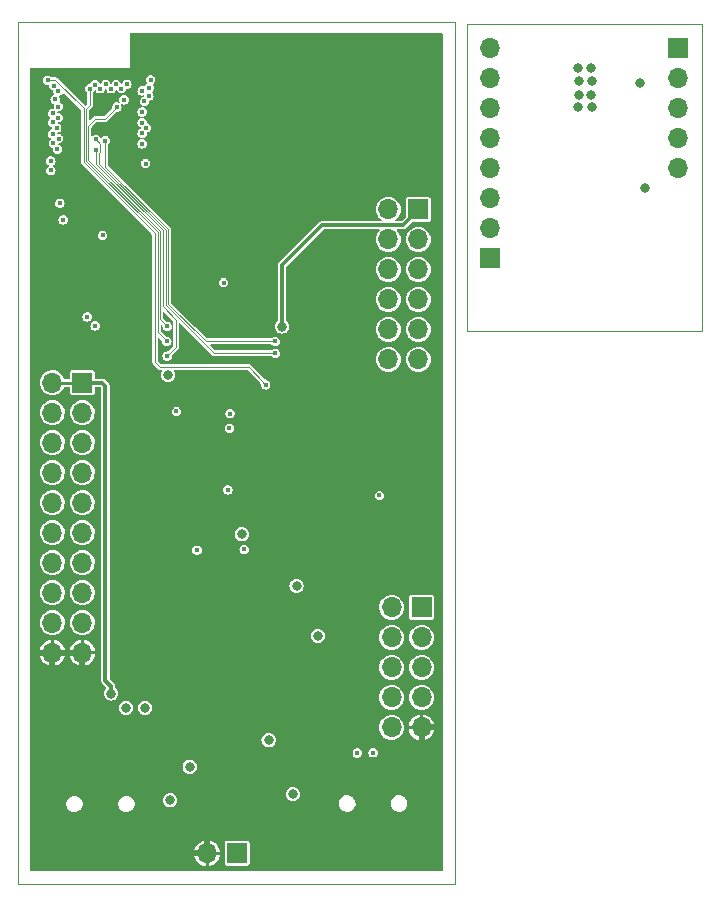
<source format=gbr>
%TF.GenerationSoftware,KiCad,Pcbnew,6.0.10-86aedd382b~118~ubuntu22.04.1*%
%TF.CreationDate,2023-02-06T10:04:36-03:00*%
%TF.ProjectId,MB_V2,4d425f56-322e-46b6-9963-61645f706362,1*%
%TF.SameCoordinates,Original*%
%TF.FileFunction,Copper,L2,Inr*%
%TF.FilePolarity,Positive*%
%FSLAX46Y46*%
G04 Gerber Fmt 4.6, Leading zero omitted, Abs format (unit mm)*
G04 Created by KiCad (PCBNEW 6.0.10-86aedd382b~118~ubuntu22.04.1) date 2023-02-06 10:04:36*
%MOMM*%
%LPD*%
G01*
G04 APERTURE LIST*
%TA.AperFunction,Profile*%
%ADD10C,0.100000*%
%TD*%
%TA.AperFunction,ComponentPad*%
%ADD11R,1.700000X1.700000*%
%TD*%
%TA.AperFunction,ComponentPad*%
%ADD12O,1.700000X1.700000*%
%TD*%
%TA.AperFunction,ViaPad*%
%ADD13C,0.800000*%
%TD*%
%TA.AperFunction,ViaPad*%
%ADD14C,0.400000*%
%TD*%
%TA.AperFunction,Conductor*%
%ADD15C,0.300000*%
%TD*%
%TA.AperFunction,Conductor*%
%ADD16C,0.101600*%
%TD*%
%TA.AperFunction,Conductor*%
%ADD17C,0.250000*%
%TD*%
G04 APERTURE END LIST*
D10*
X132000000Y-105200000D02*
X151900000Y-105200000D01*
X151900000Y-105200000D02*
X151900000Y-131200000D01*
X151900000Y-131200000D02*
X132000000Y-131200000D01*
X132000000Y-131200000D02*
X132000000Y-105200000D01*
X94000000Y-105000000D02*
X131000000Y-105000000D01*
X131000000Y-105000000D02*
X131000000Y-178000000D01*
X131000000Y-178000000D02*
X94000000Y-178000000D01*
X94000000Y-178000000D02*
X94000000Y-105000000D01*
D11*
%TO.N,Net-(F1-Pad1)*%
%TO.C,J8*%
X112580000Y-175410000D03*
D12*
%TO.N,GND*%
X110040000Y-175410000D03*
%TD*%
D11*
%TO.N,+3V3*%
%TO.C,J7*%
X127920000Y-120900000D03*
D12*
%TO.N,VDDUSB*%
X125380000Y-120900000D03*
%TO.N,+3V3*%
X127920000Y-123440000D03*
%TO.N,PB13*%
X125380000Y-123440000D03*
%TO.N,PB14*%
X127920000Y-125980000D03*
%TO.N,PB15*%
X125380000Y-125980000D03*
%TO.N,PB6*%
X127920000Y-128520000D03*
%TO.N,PB12*%
X125380000Y-128520000D03*
%TO.N,PB0*%
X127920000Y-131060000D03*
%TO.N,PB1*%
X125380000Y-131060000D03*
%TO.N,PC5*%
X127920000Y-133600000D03*
%TO.N,PB11*%
X125380000Y-133600000D03*
%TD*%
D11*
%TO.N,GNDA*%
%TO.C,J2*%
X149900000Y-107200000D03*
D12*
%TO.N,GND*%
X149900000Y-109740000D03*
%TO.N,+3V3*%
X149900000Y-112280000D03*
%TO.N,/Track_Mag/DATA*%
X149900000Y-114820000D03*
%TO.N,/Track_Mag/STROBE*%
X149900000Y-117360000D03*
%TD*%
D11*
%TO.N,5V_Prog*%
%TO.C,J6*%
X99470000Y-135570000D03*
D12*
X96930000Y-135570000D03*
%TO.N,+3V3*%
X99470000Y-138110000D03*
X96930000Y-138110000D03*
%TO.N,PB5*%
X99470000Y-140650000D03*
%TO.N,PB7*%
X96930000Y-140650000D03*
%TO.N,PC11*%
X99470000Y-143190000D03*
%TO.N,PC10*%
X96930000Y-143190000D03*
%TO.N,PA13*%
X99470000Y-145730000D03*
%TO.N,PC12*%
X96930000Y-145730000D03*
%TO.N,PA15*%
X99470000Y-148270000D03*
%TO.N,PA14*%
X96930000Y-148270000D03*
%TO.N,PC0*%
X99470000Y-150810000D03*
%TO.N,PB8*%
X96930000Y-150810000D03*
%TO.N,PC1*%
X99470000Y-153350000D03*
%TO.N,PB9*%
X96930000Y-153350000D03*
%TO.N,PC3*%
X99470000Y-155890000D03*
%TO.N,PC2*%
X96930000Y-155890000D03*
%TO.N,GND*%
X99470000Y-158430000D03*
X96930000Y-158430000D03*
%TD*%
D11*
%TO.N,PB10*%
%TO.C,J5*%
X128190000Y-154600000D03*
D12*
%TO.N,PB2*%
X125650000Y-154600000D03*
%TO.N,PC4*%
X128190000Y-157140000D03*
%TO.N,PA8*%
X125650000Y-157140000D03*
%TO.N,PA7*%
X128190000Y-159680000D03*
%TO.N,PA6*%
X125650000Y-159680000D03*
%TO.N,PA5*%
X128190000Y-162220000D03*
%TO.N,PA4*%
X125650000Y-162220000D03*
%TO.N,GND*%
X128190000Y-164760000D03*
%TO.N,PA1*%
X125650000Y-164760000D03*
%TD*%
D11*
%TO.N,+24V*%
%TO.C,J1*%
X133975000Y-124975000D03*
D12*
%TO.N,/Track_Mag/Track_C*%
X133975000Y-122435000D03*
%TO.N,/Track_Mag/HC*%
X133975000Y-119895000D03*
%TO.N,/Track_Mag/Track_B*%
X133975000Y-117355000D03*
%TO.N,/Track_Mag/HC*%
X133975000Y-114815000D03*
%TO.N,/Track_Mag/Track_A*%
X133975000Y-112275000D03*
%TO.N,/Track_Mag/HC*%
X133975000Y-109735000D03*
%TO.N,GNDA*%
X133975000Y-107195000D03*
%TD*%
D13*
%TO.N,GND*%
X100400000Y-163200000D03*
D14*
%TO.N,+3V3*%
X97173350Y-111593789D03*
D13*
X117610000Y-152800000D03*
X147100000Y-119100000D03*
X116380000Y-130820000D03*
D14*
X96800000Y-117600000D03*
X97450000Y-112193349D03*
D13*
X117300000Y-170400000D03*
X112960000Y-148410000D03*
X115240000Y-165850000D03*
D14*
X124620000Y-145120000D03*
D13*
X106734973Y-134915027D03*
D14*
X96793377Y-116806623D03*
D13*
%TO.N,GND*%
X114000000Y-117000000D03*
D14*
X102440000Y-109160000D03*
D13*
X110000000Y-109000000D03*
X124000000Y-109000000D03*
X146700000Y-110200000D03*
X119000000Y-119000000D03*
X96500000Y-129000000D03*
X119000000Y-115000000D03*
X126000000Y-145000000D03*
X118000000Y-138500000D03*
X122000000Y-117000000D03*
X118000000Y-117000000D03*
X107000000Y-111000000D03*
X127000000Y-107000000D03*
X126000000Y-141000000D03*
X123000000Y-107000000D03*
X113000000Y-107000000D03*
X120000000Y-121000000D03*
X114500000Y-155000000D03*
X126000000Y-147000000D03*
D14*
X103940000Y-109120000D03*
D13*
X117000000Y-119000000D03*
X126000000Y-149000000D03*
X120000000Y-113000000D03*
X128000000Y-109000000D03*
X124000000Y-144000000D03*
X119500000Y-150000000D03*
X105000000Y-165000000D03*
D14*
X98010000Y-109250000D03*
D13*
X121000000Y-119000000D03*
D14*
X98750000Y-109230000D03*
D13*
X115500000Y-141000000D03*
X120000000Y-109000000D03*
X109000000Y-144000000D03*
X119000000Y-111000000D03*
X108000000Y-164000000D03*
X114500000Y-156500000D03*
X106500000Y-164000000D03*
X128000000Y-136000000D03*
X109500000Y-157500000D03*
X119000000Y-107000000D03*
D14*
X101230000Y-109140000D03*
D13*
X127000000Y-111000000D03*
X123000000Y-115000000D03*
D14*
X101500000Y-112200000D03*
X99670000Y-109170000D03*
D13*
X112000000Y-109000000D03*
X126000000Y-109000000D03*
X128000000Y-142000000D03*
X123000000Y-119000000D03*
X118000000Y-142000000D03*
X112000000Y-117000000D03*
X126000000Y-139000000D03*
X117000000Y-107000000D03*
X122000000Y-109000000D03*
X113000000Y-115000000D03*
X126000000Y-116500000D03*
X106000000Y-109000000D03*
X111000000Y-111000000D03*
X122000000Y-113000000D03*
X108000000Y-113000000D03*
X109000000Y-142000000D03*
X105000000Y-107000000D03*
X128000000Y-152000000D03*
X109000000Y-107000000D03*
X118000000Y-113000000D03*
D14*
X112670000Y-168580000D03*
D13*
X126000000Y-137000000D03*
X128000000Y-138000000D03*
X124000000Y-138000000D03*
X115500000Y-143500000D03*
X124000000Y-113000000D03*
X142540000Y-111250000D03*
X126000000Y-135000000D03*
X118500000Y-149000000D03*
X128000000Y-146000000D03*
X109000000Y-115000000D03*
X142640000Y-112250000D03*
X109500000Y-155500000D03*
X117010000Y-173120000D03*
X110000000Y-113000000D03*
D14*
X103910000Y-107740000D03*
D13*
X114000000Y-113000000D03*
X113000000Y-111000000D03*
X124000000Y-136000000D03*
X108000000Y-162500000D03*
X114000000Y-109000000D03*
X115000000Y-115000000D03*
X108000000Y-109000000D03*
X115000000Y-111000000D03*
X121900000Y-172575000D03*
X121000000Y-111000000D03*
X142640000Y-110050000D03*
X121000000Y-107000000D03*
X97500000Y-132000000D03*
X115200000Y-158100000D03*
X110000000Y-117000000D03*
X96500000Y-124500000D03*
X108000000Y-157000000D03*
X98275000Y-173150000D03*
X111000000Y-107000000D03*
X116000000Y-113000000D03*
X128000000Y-144000000D03*
D14*
X97020000Y-125880000D03*
X103890000Y-108260000D03*
D13*
X111000000Y-115000000D03*
X128000000Y-113000000D03*
X124000000Y-142000000D03*
X118470000Y-171860000D03*
D14*
X103260000Y-109210000D03*
D13*
X115000000Y-107000000D03*
X107000000Y-115000000D03*
X116000000Y-117000000D03*
X141440000Y-108950000D03*
X112000000Y-113000000D03*
X124000000Y-117000000D03*
X125000000Y-107000000D03*
X118000000Y-109000000D03*
X124000000Y-146000000D03*
D14*
X112090000Y-167740000D03*
X96890000Y-109260000D03*
D13*
X125000000Y-148000000D03*
X96500000Y-133000000D03*
X115500000Y-145500000D03*
X104625000Y-166275000D03*
X124500000Y-153000000D03*
X108000000Y-155000000D03*
X118000000Y-121000000D03*
X120000000Y-117000000D03*
X123000000Y-111000000D03*
X141540000Y-111250000D03*
X108000000Y-117000000D03*
X142540000Y-108950000D03*
X107000000Y-107000000D03*
X97500000Y-130000000D03*
X128000000Y-140000000D03*
X97000000Y-127500000D03*
X127000000Y-151000000D03*
X121000000Y-115000000D03*
X117000000Y-115000000D03*
X127000000Y-115000000D03*
X141440000Y-112250000D03*
X126000000Y-143000000D03*
X106000000Y-162500000D03*
D14*
X101840000Y-109160000D03*
D13*
X98500000Y-133500000D03*
X109000000Y-111000000D03*
X116000000Y-109000000D03*
X128000000Y-148000000D03*
X96500000Y-131000000D03*
X124000000Y-140000000D03*
D14*
X118040000Y-168790000D03*
D13*
X126225000Y-172725000D03*
X118000000Y-140500000D03*
X128000000Y-116500000D03*
X141540000Y-110050000D03*
X126000000Y-113000000D03*
X122000000Y-121000000D03*
X128000000Y-150000000D03*
D14*
X100610000Y-109220000D03*
X112150000Y-166770000D03*
D13*
X117000000Y-111000000D03*
X125000000Y-111000000D03*
X125000000Y-115000000D03*
%TO.N,+24V*%
X108560000Y-168080000D03*
D14*
%TO.N,/STM32BLE/NRST*%
X109180000Y-149760000D03*
X97300000Y-114000000D03*
X97570000Y-120370000D03*
%TO.N,/STM32BLE/BOOT0*%
X97024302Y-115303338D03*
X97849500Y-121780000D03*
X113170000Y-149690000D03*
%TO.N,MEM_CS*%
X96535848Y-109957092D03*
X114990000Y-135750000D03*
%TO.N,PB10*%
X105250000Y-109925000D03*
%TO.N,MEM_IO3{slash}HOLD*%
X106650000Y-133325000D03*
X100600000Y-115870000D03*
%TO.N,MEM_SCK*%
X106625000Y-132075000D03*
X100121026Y-110675167D03*
%TO.N,MEM_IO0{slash}DI*%
X106650000Y-130800000D03*
X102390000Y-112230000D03*
%TO.N,/STM32BLE/INT*%
X107440000Y-138010000D03*
X97408177Y-110897663D03*
%TO.N,PB15*%
X104880819Y-113989005D03*
%TO.N,PB12*%
X104529306Y-112650001D03*
%TO.N,PB0*%
X104729304Y-111750002D03*
%TO.N,PB1*%
X105092591Y-111288689D03*
%TO.N,PB11*%
X105126379Y-110611715D03*
%TO.N,PB2*%
X102998546Y-111625819D03*
%TO.N,USART_CTS*%
X111930000Y-139420000D03*
X100560000Y-130750000D03*
%TO.N,USART_RTS_DE*%
X111780000Y-144640000D03*
X99880000Y-129990000D03*
%TO.N,MEM_IO1{slash}DO*%
X100620000Y-114980000D03*
X115825000Y-133075000D03*
%TO.N,PA1*%
X97070970Y-110415091D03*
%TO.N,PC3*%
X96963509Y-112764979D03*
%TO.N,PC2*%
X97435427Y-113124120D03*
%TO.N,PC1*%
X96955079Y-113526443D03*
%TO.N,PC0*%
X97456132Y-114909198D03*
%TO.N,USART_RX*%
X101180000Y-123090000D03*
X111980000Y-138190000D03*
%TO.N,PC5*%
X104531384Y-110851249D03*
%TO.N,PC4*%
X103235133Y-110302114D03*
%TO.N,PA8*%
X102782333Y-110676520D03*
%TO.N,USART_TX*%
X102340000Y-110320000D03*
X111424644Y-127090224D03*
%TO.N,PA7*%
X101910645Y-110679483D03*
%TO.N,PA6*%
X101440000Y-110310000D03*
%TO.N,PA5*%
X100988685Y-110679193D03*
%TO.N,PA4*%
X100550000Y-110330000D03*
%TO.N,MEM_IO2{slash}WP*%
X115800000Y-132075000D03*
X101420000Y-115070000D03*
D13*
%TO.N,USB_N*%
X103164999Y-163100000D03*
X104774999Y-163100000D03*
%TO.N,5V_Prog*%
X119400000Y-157000000D03*
X101910000Y-161890000D03*
X106910000Y-170930000D03*
D14*
%TO.N,VDDUSB*%
X104826066Y-117026269D03*
%TO.N,PB6*%
X104529308Y-113550000D03*
%TO.N,PB8*%
X97353785Y-115804181D03*
%TO.N,PB9*%
X96966624Y-114508999D03*
%TO.N,PB13*%
X104529306Y-115350000D03*
%TO.N,PB14*%
X104529306Y-114449999D03*
%TO.N,/STM32BLE/Modulo_conn/Prog_+*%
X124100000Y-166900000D03*
X122750000Y-166925000D03*
%TD*%
D15*
%TO.N,+3V3*%
X119760000Y-122240000D02*
X116380000Y-125620000D01*
X126660000Y-122240000D02*
X119760000Y-122240000D01*
X128000000Y-120900000D02*
X126660000Y-122240000D01*
X116380000Y-125620000D02*
X116380000Y-130820000D01*
D16*
%TO.N,MEM_CS*%
X105650000Y-133825000D02*
X105650000Y-122937368D01*
X106075000Y-134250000D02*
X105650000Y-133825000D01*
X99575000Y-116862368D02*
X99575000Y-112352304D01*
X113575000Y-134250000D02*
X106075000Y-134250000D01*
X105650000Y-122937368D02*
X99575000Y-116862368D01*
X99575000Y-112352304D02*
X97179788Y-109957092D01*
X114802500Y-135562500D02*
X114802500Y-135477500D01*
X114802500Y-135477500D02*
X113575000Y-134250000D01*
X114990000Y-135750000D02*
X114802500Y-135562500D01*
X97179788Y-109957092D02*
X96535848Y-109957092D01*
%TO.N,MEM_IO3{slash}HOLD*%
X106259600Y-122684864D02*
X100600000Y-117025264D01*
X100600000Y-117025264D02*
X100600000Y-115870000D01*
X106259600Y-129109600D02*
X106259600Y-122684864D01*
X107400000Y-132575000D02*
X107400000Y-130250000D01*
X107400000Y-130250000D02*
X106259600Y-129109600D01*
X106650000Y-133325000D02*
X107400000Y-132575000D01*
%TO.N,MEM_SCK*%
X99778200Y-112425000D02*
X99778200Y-116778200D01*
X100121026Y-110675167D02*
X100121026Y-112082174D01*
X105853200Y-131303200D02*
X106625000Y-132075000D01*
X100121026Y-112082174D02*
X99778200Y-112425000D01*
X105853200Y-122853200D02*
X105853200Y-131303200D01*
X99778200Y-116778200D02*
X105853200Y-122853200D01*
%TO.N,MEM_IO0{slash}DI*%
X100575000Y-113250000D02*
X99981400Y-113843600D01*
X102390000Y-112230000D02*
X101370000Y-113250000D01*
X106056400Y-130206400D02*
X106650000Y-130800000D01*
X106056400Y-122769032D02*
X106056400Y-130206400D01*
X101370000Y-113250000D02*
X100575000Y-113250000D01*
X99981400Y-116694032D02*
X106056400Y-122769032D01*
X99981400Y-113843600D02*
X99981400Y-116694032D01*
%TO.N,MEM_IO1{slash}DO*%
X101000800Y-116036017D02*
X100905908Y-116130909D01*
X106525000Y-128975000D02*
X110625000Y-133075000D01*
X100905908Y-116130909D02*
X100905908Y-117043804D01*
X100905908Y-117043804D02*
X106525000Y-122662896D01*
X101000800Y-115360800D02*
X101000800Y-116036017D01*
X100620000Y-114980000D02*
X101000800Y-115360800D01*
X106525000Y-122662896D02*
X106525000Y-128975000D01*
X110625000Y-133075000D02*
X115825000Y-133075000D01*
%TO.N,MEM_IO2{slash}WP*%
X109912368Y-132075000D02*
X106728200Y-128890832D01*
X115800000Y-132075000D02*
X109912368Y-132075000D01*
X101420000Y-117270528D02*
X101420000Y-115070000D01*
X106728200Y-122578728D02*
X101420000Y-117270528D01*
X106728200Y-128890832D02*
X106728200Y-122578728D01*
D15*
%TO.N,5V_Prog*%
X101430000Y-160790000D02*
X101430000Y-135840000D01*
D17*
X96930000Y-135570000D02*
X99470000Y-135570000D01*
D15*
X101160000Y-135570000D02*
X99470000Y-135570000D01*
X101430000Y-135840000D02*
X101160000Y-135570000D01*
X101910000Y-161270000D02*
X101430000Y-160790000D01*
X101910000Y-161890000D02*
X101910000Y-161270000D01*
%TD*%
%TA.AperFunction,Conductor*%
%TO.N,GND*%
G36*
X129965648Y-106014852D02*
G01*
X129980000Y-106049500D01*
X129980000Y-176891000D01*
X129965648Y-176925648D01*
X129931000Y-176940000D01*
X95049500Y-176940000D01*
X95014852Y-176925648D01*
X95000500Y-176891000D01*
X95000500Y-175545960D01*
X108945671Y-175545960D01*
X108947948Y-175580694D01*
X108948650Y-175585124D01*
X108997343Y-175776856D01*
X108998833Y-175781065D01*
X109081652Y-175960713D01*
X109083896Y-175964598D01*
X109198058Y-176126134D01*
X109200970Y-176129545D01*
X109342672Y-176267584D01*
X109346139Y-176270392D01*
X109510625Y-176380298D01*
X109514558Y-176382433D01*
X109696311Y-176460520D01*
X109700570Y-176461904D01*
X109893512Y-176505563D01*
X109897946Y-176506146D01*
X109904861Y-176506418D01*
X109911328Y-176504032D01*
X109914600Y-176496553D01*
X109914600Y-176494461D01*
X110165400Y-176494461D01*
X110168255Y-176501353D01*
X110172620Y-176503161D01*
X110295855Y-176485293D01*
X110300203Y-176484250D01*
X110487535Y-176420658D01*
X110491611Y-176418843D01*
X110664209Y-176322184D01*
X110667898Y-176319649D01*
X110715874Y-176279748D01*
X111529500Y-176279748D01*
X111541133Y-176338231D01*
X111585448Y-176404552D01*
X111651769Y-176448867D01*
X111710252Y-176460500D01*
X113449748Y-176460500D01*
X113508231Y-176448867D01*
X113574552Y-176404552D01*
X113618867Y-176338231D01*
X113630500Y-176279748D01*
X113630500Y-174540252D01*
X113618867Y-174481769D01*
X113574552Y-174415448D01*
X113508231Y-174371133D01*
X113449748Y-174359500D01*
X111710252Y-174359500D01*
X111651769Y-174371133D01*
X111585448Y-174415448D01*
X111541133Y-174481769D01*
X111529500Y-174540252D01*
X111529500Y-176279748D01*
X110715874Y-176279748D01*
X110819995Y-176193151D01*
X110823151Y-176189995D01*
X110949649Y-176037898D01*
X110952184Y-176034209D01*
X111048843Y-175861611D01*
X111050658Y-175857535D01*
X111114250Y-175670203D01*
X111115293Y-175665855D01*
X111132809Y-175545045D01*
X111130973Y-175537816D01*
X111126912Y-175535400D01*
X110175147Y-175535400D01*
X110168255Y-175538255D01*
X110165400Y-175545147D01*
X110165400Y-176494461D01*
X109914600Y-176494461D01*
X109914600Y-175545147D01*
X109911745Y-175538255D01*
X109904853Y-175535400D01*
X108954726Y-175535400D01*
X108948707Y-175537893D01*
X108945671Y-175545960D01*
X95000500Y-175545960D01*
X95000500Y-175274920D01*
X108947426Y-175274920D01*
X108949450Y-175282100D01*
X108953915Y-175284600D01*
X109904853Y-175284600D01*
X109911745Y-175281745D01*
X109914600Y-175274853D01*
X110165400Y-175274853D01*
X110168255Y-175281745D01*
X110175147Y-175284600D01*
X111124246Y-175284600D01*
X111131138Y-175281745D01*
X111133260Y-175276622D01*
X111127210Y-175210780D01*
X111126393Y-175206368D01*
X111072697Y-175015979D01*
X111071096Y-175011806D01*
X110983601Y-174834385D01*
X110981260Y-174830566D01*
X110862906Y-174672070D01*
X110859904Y-174668736D01*
X110714646Y-174534461D01*
X110711095Y-174531736D01*
X110543795Y-174426178D01*
X110539805Y-174424145D01*
X110356070Y-174350841D01*
X110351782Y-174349571D01*
X110174957Y-174314399D01*
X110167643Y-174315854D01*
X110165400Y-174319211D01*
X110165400Y-175274853D01*
X109914600Y-175274853D01*
X109914600Y-174324282D01*
X109911745Y-174317390D01*
X109907711Y-174315719D01*
X109756084Y-174341774D01*
X109751764Y-174342931D01*
X109566171Y-174411400D01*
X109562133Y-174413326D01*
X109392124Y-174514470D01*
X109388505Y-174517100D01*
X109239776Y-174647532D01*
X109236698Y-174650774D01*
X109114226Y-174806129D01*
X109111788Y-174809885D01*
X109019686Y-174984941D01*
X109017967Y-174989090D01*
X108959310Y-175177999D01*
X108958377Y-175182389D01*
X108947426Y-175274920D01*
X95000500Y-175274920D01*
X95000500Y-171331105D01*
X98099031Y-171331105D01*
X98099720Y-171333974D01*
X98099720Y-171333976D01*
X98100792Y-171338441D01*
X98138612Y-171495968D01*
X98139968Y-171498595D01*
X98194852Y-171604930D01*
X98216375Y-171646631D01*
X98327831Y-171774396D01*
X98330246Y-171776094D01*
X98330248Y-171776095D01*
X98337209Y-171780987D01*
X98466547Y-171871887D01*
X98469295Y-171872958D01*
X98469298Y-171872960D01*
X98572711Y-171913279D01*
X98624513Y-171933476D01*
X98753826Y-171950500D01*
X98842516Y-171950500D01*
X98968320Y-171935276D01*
X99060821Y-171900323D01*
X99124158Y-171876390D01*
X99124159Y-171876389D01*
X99126923Y-171875345D01*
X99266651Y-171779312D01*
X99268616Y-171777107D01*
X99268619Y-171777104D01*
X99377472Y-171654930D01*
X99377473Y-171654929D01*
X99379440Y-171652721D01*
X99458776Y-171502881D01*
X99460513Y-171495968D01*
X99499361Y-171341306D01*
X99500081Y-171338441D01*
X99500119Y-171331105D01*
X102499031Y-171331105D01*
X102499720Y-171333974D01*
X102499720Y-171333976D01*
X102500792Y-171338441D01*
X102538612Y-171495968D01*
X102539968Y-171498595D01*
X102594852Y-171604930D01*
X102616375Y-171646631D01*
X102727831Y-171774396D01*
X102730246Y-171776094D01*
X102730248Y-171776095D01*
X102737209Y-171780987D01*
X102866547Y-171871887D01*
X102869295Y-171872958D01*
X102869298Y-171872960D01*
X102972711Y-171913279D01*
X103024513Y-171933476D01*
X103153826Y-171950500D01*
X103242516Y-171950500D01*
X103368320Y-171935276D01*
X103460821Y-171900323D01*
X103524158Y-171876390D01*
X103524159Y-171876389D01*
X103526923Y-171875345D01*
X103666651Y-171779312D01*
X103668616Y-171777107D01*
X103668619Y-171777104D01*
X103777472Y-171654930D01*
X103777473Y-171654929D01*
X103779440Y-171652721D01*
X103858776Y-171502881D01*
X103860513Y-171495968D01*
X103899361Y-171341306D01*
X103900081Y-171338441D01*
X103900969Y-171168895D01*
X103899918Y-171164515D01*
X103862078Y-171006907D01*
X103861388Y-171004032D01*
X103823177Y-170930000D01*
X106304318Y-170930000D01*
X106304737Y-170933183D01*
X106314227Y-171005263D01*
X106324956Y-171086762D01*
X106326183Y-171089724D01*
X106326184Y-171089728D01*
X106384235Y-171229875D01*
X106385464Y-171232841D01*
X106387420Y-171235390D01*
X106466494Y-171338441D01*
X106481718Y-171358282D01*
X106607159Y-171454536D01*
X106610122Y-171455763D01*
X106610125Y-171455765D01*
X106750272Y-171513816D01*
X106750276Y-171513817D01*
X106753238Y-171515044D01*
X106756419Y-171515463D01*
X106756420Y-171515463D01*
X106906817Y-171535263D01*
X106910000Y-171535682D01*
X106913183Y-171535263D01*
X107063580Y-171515463D01*
X107063581Y-171515463D01*
X107066762Y-171515044D01*
X107069724Y-171513817D01*
X107069728Y-171513816D01*
X107209875Y-171455765D01*
X107209878Y-171455763D01*
X107212841Y-171454536D01*
X107338282Y-171358282D01*
X107353507Y-171338441D01*
X107397502Y-171281105D01*
X121199031Y-171281105D01*
X121199720Y-171283974D01*
X121199720Y-171283976D01*
X121200792Y-171288441D01*
X121238612Y-171445968D01*
X121316375Y-171596631D01*
X121427831Y-171724396D01*
X121430246Y-171726094D01*
X121430248Y-171726095D01*
X121437209Y-171730987D01*
X121566547Y-171821887D01*
X121569295Y-171822958D01*
X121569298Y-171822960D01*
X121672711Y-171863279D01*
X121724513Y-171883476D01*
X121853826Y-171900500D01*
X121942516Y-171900500D01*
X122068320Y-171885276D01*
X122094602Y-171875345D01*
X122224158Y-171826390D01*
X122224159Y-171826389D01*
X122226923Y-171825345D01*
X122366651Y-171729312D01*
X122368616Y-171727107D01*
X122368619Y-171727104D01*
X122477472Y-171604930D01*
X122477473Y-171604929D01*
X122479440Y-171602721D01*
X122558776Y-171452881D01*
X122560513Y-171445968D01*
X122599361Y-171291306D01*
X122600081Y-171288441D01*
X122600119Y-171281105D01*
X125599031Y-171281105D01*
X125599720Y-171283974D01*
X125599720Y-171283976D01*
X125600792Y-171288441D01*
X125638612Y-171445968D01*
X125716375Y-171596631D01*
X125827831Y-171724396D01*
X125830246Y-171726094D01*
X125830248Y-171726095D01*
X125837209Y-171730987D01*
X125966547Y-171821887D01*
X125969295Y-171822958D01*
X125969298Y-171822960D01*
X126072711Y-171863279D01*
X126124513Y-171883476D01*
X126253826Y-171900500D01*
X126342516Y-171900500D01*
X126468320Y-171885276D01*
X126494602Y-171875345D01*
X126624158Y-171826390D01*
X126624159Y-171826389D01*
X126626923Y-171825345D01*
X126766651Y-171729312D01*
X126768616Y-171727107D01*
X126768619Y-171727104D01*
X126877472Y-171604930D01*
X126877473Y-171604929D01*
X126879440Y-171602721D01*
X126958776Y-171452881D01*
X126960513Y-171445968D01*
X126999361Y-171291306D01*
X127000081Y-171288441D01*
X127000969Y-171118895D01*
X126999918Y-171114515D01*
X126973392Y-171004032D01*
X126961388Y-170954032D01*
X126906289Y-170847279D01*
X126884978Y-170805990D01*
X126884977Y-170805989D01*
X126883625Y-170803369D01*
X126772169Y-170675604D01*
X126765175Y-170670688D01*
X126635870Y-170579812D01*
X126633453Y-170578113D01*
X126630705Y-170577042D01*
X126630702Y-170577040D01*
X126527289Y-170536721D01*
X126475487Y-170516524D01*
X126346174Y-170499500D01*
X126257484Y-170499500D01*
X126131680Y-170514724D01*
X126128917Y-170515768D01*
X125975842Y-170573610D01*
X125975841Y-170573611D01*
X125973077Y-170574655D01*
X125833349Y-170670688D01*
X125831384Y-170672893D01*
X125831381Y-170672896D01*
X125788800Y-170720688D01*
X125720560Y-170797279D01*
X125641224Y-170947119D01*
X125640506Y-170949977D01*
X125640505Y-170949980D01*
X125629319Y-170994514D01*
X125599919Y-171111559D01*
X125599031Y-171281105D01*
X122600119Y-171281105D01*
X122600969Y-171118895D01*
X122599918Y-171114515D01*
X122573392Y-171004032D01*
X122561388Y-170954032D01*
X122506289Y-170847279D01*
X122484978Y-170805990D01*
X122484977Y-170805989D01*
X122483625Y-170803369D01*
X122372169Y-170675604D01*
X122365175Y-170670688D01*
X122235870Y-170579812D01*
X122233453Y-170578113D01*
X122230705Y-170577042D01*
X122230702Y-170577040D01*
X122127289Y-170536721D01*
X122075487Y-170516524D01*
X121946174Y-170499500D01*
X121857484Y-170499500D01*
X121731680Y-170514724D01*
X121728917Y-170515768D01*
X121575842Y-170573610D01*
X121575841Y-170573611D01*
X121573077Y-170574655D01*
X121433349Y-170670688D01*
X121431384Y-170672893D01*
X121431381Y-170672896D01*
X121388800Y-170720688D01*
X121320560Y-170797279D01*
X121241224Y-170947119D01*
X121240506Y-170949977D01*
X121240505Y-170949980D01*
X121229319Y-170994514D01*
X121199919Y-171111559D01*
X121199031Y-171281105D01*
X107397502Y-171281105D01*
X107432580Y-171235390D01*
X107434536Y-171232841D01*
X107435765Y-171229875D01*
X107493816Y-171089728D01*
X107493817Y-171089724D01*
X107495044Y-171086762D01*
X107505774Y-171005263D01*
X107515263Y-170933183D01*
X107515682Y-170930000D01*
X107515263Y-170926817D01*
X107495463Y-170776420D01*
X107495463Y-170776419D01*
X107495044Y-170773238D01*
X107493817Y-170770276D01*
X107493816Y-170770272D01*
X107435765Y-170630125D01*
X107435763Y-170630122D01*
X107434536Y-170627159D01*
X107348262Y-170514724D01*
X107340238Y-170504267D01*
X107338282Y-170501718D01*
X107335392Y-170499500D01*
X107215390Y-170407420D01*
X107212841Y-170405464D01*
X107209878Y-170404237D01*
X107209875Y-170404235D01*
X107199651Y-170400000D01*
X116694318Y-170400000D01*
X116694737Y-170403183D01*
X116694876Y-170404235D01*
X116714956Y-170556762D01*
X116716183Y-170559724D01*
X116716184Y-170559728D01*
X116774235Y-170699875D01*
X116775464Y-170702841D01*
X116871718Y-170828282D01*
X116997159Y-170924536D01*
X117000122Y-170925763D01*
X117000125Y-170925765D01*
X117140272Y-170983816D01*
X117140276Y-170983817D01*
X117143238Y-170985044D01*
X117146419Y-170985463D01*
X117146420Y-170985463D01*
X117296817Y-171005263D01*
X117300000Y-171005682D01*
X117303183Y-171005263D01*
X117453580Y-170985463D01*
X117453581Y-170985463D01*
X117456762Y-170985044D01*
X117459724Y-170983817D01*
X117459728Y-170983816D01*
X117599875Y-170925765D01*
X117599878Y-170925763D01*
X117602841Y-170924536D01*
X117728282Y-170828282D01*
X117824536Y-170702841D01*
X117825765Y-170699875D01*
X117883816Y-170559728D01*
X117883817Y-170559724D01*
X117885044Y-170556762D01*
X117905125Y-170404235D01*
X117905263Y-170403183D01*
X117905682Y-170400000D01*
X117898380Y-170344537D01*
X117885463Y-170246420D01*
X117885463Y-170246419D01*
X117885044Y-170243238D01*
X117883817Y-170240276D01*
X117883816Y-170240272D01*
X117825765Y-170100125D01*
X117825763Y-170100122D01*
X117824536Y-170097159D01*
X117728282Y-169971718D01*
X117602841Y-169875464D01*
X117599878Y-169874237D01*
X117599875Y-169874235D01*
X117459728Y-169816184D01*
X117459724Y-169816183D01*
X117456762Y-169814956D01*
X117453581Y-169814537D01*
X117453580Y-169814537D01*
X117303183Y-169794737D01*
X117300000Y-169794318D01*
X117296817Y-169794737D01*
X117146420Y-169814537D01*
X117146419Y-169814537D01*
X117143238Y-169814956D01*
X117140276Y-169816183D01*
X117140272Y-169816184D01*
X117000125Y-169874235D01*
X117000122Y-169874237D01*
X116997159Y-169875464D01*
X116871718Y-169971718D01*
X116775464Y-170097159D01*
X116774237Y-170100122D01*
X116774235Y-170100125D01*
X116716184Y-170240272D01*
X116716183Y-170240276D01*
X116714956Y-170243238D01*
X116714537Y-170246419D01*
X116714537Y-170246420D01*
X116701620Y-170344537D01*
X116694318Y-170400000D01*
X107199651Y-170400000D01*
X107069728Y-170346184D01*
X107069724Y-170346183D01*
X107066762Y-170344956D01*
X107063581Y-170344537D01*
X107063580Y-170344537D01*
X106913183Y-170324737D01*
X106910000Y-170324318D01*
X106906817Y-170324737D01*
X106756420Y-170344537D01*
X106756419Y-170344537D01*
X106753238Y-170344956D01*
X106750276Y-170346183D01*
X106750272Y-170346184D01*
X106610125Y-170404235D01*
X106610122Y-170404237D01*
X106607159Y-170405464D01*
X106604610Y-170407420D01*
X106484609Y-170499500D01*
X106481718Y-170501718D01*
X106479762Y-170504267D01*
X106471738Y-170514724D01*
X106385464Y-170627159D01*
X106384237Y-170630122D01*
X106384235Y-170630125D01*
X106326184Y-170770272D01*
X106326183Y-170770276D01*
X106324956Y-170773238D01*
X106324537Y-170776419D01*
X106324537Y-170776420D01*
X106304737Y-170926817D01*
X106304318Y-170930000D01*
X103823177Y-170930000D01*
X103820357Y-170924536D01*
X103784978Y-170855990D01*
X103784977Y-170855989D01*
X103783625Y-170853369D01*
X103672169Y-170725604D01*
X103665175Y-170720688D01*
X103591648Y-170669013D01*
X103533453Y-170628113D01*
X103530705Y-170627042D01*
X103530702Y-170627040D01*
X103427289Y-170586721D01*
X103375487Y-170566524D01*
X103246174Y-170549500D01*
X103157484Y-170549500D01*
X103031680Y-170564724D01*
X103028917Y-170565768D01*
X102875842Y-170623610D01*
X102875841Y-170623611D01*
X102873077Y-170624655D01*
X102870639Y-170626330D01*
X102870640Y-170626330D01*
X102755608Y-170705390D01*
X102733349Y-170720688D01*
X102731384Y-170722893D01*
X102731381Y-170722896D01*
X102657347Y-170805990D01*
X102620560Y-170847279D01*
X102541224Y-170997119D01*
X102540506Y-170999977D01*
X102540505Y-170999980D01*
X102539178Y-171005263D01*
X102499919Y-171161559D01*
X102499031Y-171331105D01*
X99500119Y-171331105D01*
X99500969Y-171168895D01*
X99499918Y-171164515D01*
X99462078Y-171006907D01*
X99461388Y-171004032D01*
X99420357Y-170924536D01*
X99384978Y-170855990D01*
X99384977Y-170855989D01*
X99383625Y-170853369D01*
X99272169Y-170725604D01*
X99265175Y-170720688D01*
X99191648Y-170669013D01*
X99133453Y-170628113D01*
X99130705Y-170627042D01*
X99130702Y-170627040D01*
X99027289Y-170586721D01*
X98975487Y-170566524D01*
X98846174Y-170549500D01*
X98757484Y-170549500D01*
X98631680Y-170564724D01*
X98628917Y-170565768D01*
X98475842Y-170623610D01*
X98475841Y-170623611D01*
X98473077Y-170624655D01*
X98470639Y-170626330D01*
X98470640Y-170626330D01*
X98355608Y-170705390D01*
X98333349Y-170720688D01*
X98331384Y-170722893D01*
X98331381Y-170722896D01*
X98257347Y-170805990D01*
X98220560Y-170847279D01*
X98141224Y-170997119D01*
X98140506Y-170999977D01*
X98140505Y-170999980D01*
X98139178Y-171005263D01*
X98099919Y-171161559D01*
X98099031Y-171331105D01*
X95000500Y-171331105D01*
X95000500Y-168080000D01*
X107954318Y-168080000D01*
X107974956Y-168236762D01*
X107976183Y-168239724D01*
X107976184Y-168239728D01*
X108034235Y-168379875D01*
X108035464Y-168382841D01*
X108131718Y-168508282D01*
X108257159Y-168604536D01*
X108260122Y-168605763D01*
X108260125Y-168605765D01*
X108400272Y-168663816D01*
X108400276Y-168663817D01*
X108403238Y-168665044D01*
X108406419Y-168665463D01*
X108406420Y-168665463D01*
X108556817Y-168685263D01*
X108560000Y-168685682D01*
X108563183Y-168685263D01*
X108713580Y-168665463D01*
X108713581Y-168665463D01*
X108716762Y-168665044D01*
X108719724Y-168663817D01*
X108719728Y-168663816D01*
X108859875Y-168605765D01*
X108859878Y-168605763D01*
X108862841Y-168604536D01*
X108988282Y-168508282D01*
X109084536Y-168382841D01*
X109085765Y-168379875D01*
X109143816Y-168239728D01*
X109143817Y-168239724D01*
X109145044Y-168236762D01*
X109165682Y-168080000D01*
X109145044Y-167923238D01*
X109143817Y-167920276D01*
X109143816Y-167920272D01*
X109085765Y-167780125D01*
X109085763Y-167780122D01*
X109084536Y-167777159D01*
X108988282Y-167651718D01*
X108862841Y-167555464D01*
X108859878Y-167554237D01*
X108859875Y-167554235D01*
X108719728Y-167496184D01*
X108719724Y-167496183D01*
X108716762Y-167494956D01*
X108713581Y-167494537D01*
X108713580Y-167494537D01*
X108563183Y-167474737D01*
X108560000Y-167474318D01*
X108556817Y-167474737D01*
X108406420Y-167494537D01*
X108406419Y-167494537D01*
X108403238Y-167494956D01*
X108400276Y-167496183D01*
X108400272Y-167496184D01*
X108260125Y-167554235D01*
X108260122Y-167554237D01*
X108257159Y-167555464D01*
X108131718Y-167651718D01*
X108035464Y-167777159D01*
X108034237Y-167780122D01*
X108034235Y-167780125D01*
X107976184Y-167920272D01*
X107976183Y-167920276D01*
X107974956Y-167923238D01*
X107954318Y-168080000D01*
X95000500Y-168080000D01*
X95000500Y-166925000D01*
X122344508Y-166925000D01*
X122345111Y-166928807D01*
X122359792Y-167021498D01*
X122364354Y-167050304D01*
X122421950Y-167163342D01*
X122511658Y-167253050D01*
X122515091Y-167254799D01*
X122515092Y-167254800D01*
X122568177Y-167281848D01*
X122624696Y-167310646D01*
X122628501Y-167311249D01*
X122628502Y-167311249D01*
X122746193Y-167329889D01*
X122750000Y-167330492D01*
X122753807Y-167329889D01*
X122871498Y-167311249D01*
X122871499Y-167311249D01*
X122875304Y-167310646D01*
X122931823Y-167281848D01*
X122984908Y-167254800D01*
X122984909Y-167254799D01*
X122988342Y-167253050D01*
X123078050Y-167163342D01*
X123135646Y-167050304D01*
X123140209Y-167021498D01*
X123154889Y-166928807D01*
X123155492Y-166925000D01*
X123151532Y-166900000D01*
X123694508Y-166900000D01*
X123714354Y-167025304D01*
X123771950Y-167138342D01*
X123861658Y-167228050D01*
X123865091Y-167229799D01*
X123865092Y-167229800D01*
X123905373Y-167250324D01*
X123974696Y-167285646D01*
X123978501Y-167286249D01*
X123978502Y-167286249D01*
X124096193Y-167304889D01*
X124100000Y-167305492D01*
X124103807Y-167304889D01*
X124221498Y-167286249D01*
X124221499Y-167286249D01*
X124225304Y-167285646D01*
X124294627Y-167250324D01*
X124334908Y-167229800D01*
X124334909Y-167229799D01*
X124338342Y-167228050D01*
X124428050Y-167138342D01*
X124485646Y-167025304D01*
X124505492Y-166900000D01*
X124501941Y-166877582D01*
X124486249Y-166778502D01*
X124486249Y-166778501D01*
X124485646Y-166774696D01*
X124428050Y-166661658D01*
X124338342Y-166571950D01*
X124334909Y-166570201D01*
X124334908Y-166570200D01*
X124273186Y-166538751D01*
X124225304Y-166514354D01*
X124221499Y-166513751D01*
X124221498Y-166513751D01*
X124103807Y-166495111D01*
X124100000Y-166494508D01*
X124096193Y-166495111D01*
X123978502Y-166513751D01*
X123978501Y-166513751D01*
X123974696Y-166514354D01*
X123926814Y-166538751D01*
X123865092Y-166570200D01*
X123865091Y-166570201D01*
X123861658Y-166571950D01*
X123771950Y-166661658D01*
X123714354Y-166774696D01*
X123713751Y-166778501D01*
X123713751Y-166778502D01*
X123698059Y-166877582D01*
X123694508Y-166900000D01*
X123151532Y-166900000D01*
X123135646Y-166799696D01*
X123078050Y-166686658D01*
X122988342Y-166596950D01*
X122984909Y-166595201D01*
X122984908Y-166595200D01*
X122931823Y-166568152D01*
X122875304Y-166539354D01*
X122871499Y-166538751D01*
X122871498Y-166538751D01*
X122753807Y-166520111D01*
X122750000Y-166519508D01*
X122746193Y-166520111D01*
X122628502Y-166538751D01*
X122628501Y-166538751D01*
X122624696Y-166539354D01*
X122568177Y-166568152D01*
X122515092Y-166595200D01*
X122515091Y-166595201D01*
X122511658Y-166596950D01*
X122421950Y-166686658D01*
X122364354Y-166799696D01*
X122344508Y-166925000D01*
X95000500Y-166925000D01*
X95000500Y-165850000D01*
X114634318Y-165850000D01*
X114654956Y-166006762D01*
X114656183Y-166009724D01*
X114656184Y-166009728D01*
X114714235Y-166149875D01*
X114715464Y-166152841D01*
X114811718Y-166278282D01*
X114937159Y-166374536D01*
X114940122Y-166375763D01*
X114940125Y-166375765D01*
X115080272Y-166433816D01*
X115080276Y-166433817D01*
X115083238Y-166435044D01*
X115086419Y-166435463D01*
X115086420Y-166435463D01*
X115236817Y-166455263D01*
X115240000Y-166455682D01*
X115243183Y-166455263D01*
X115393580Y-166435463D01*
X115393581Y-166435463D01*
X115396762Y-166435044D01*
X115399724Y-166433817D01*
X115399728Y-166433816D01*
X115539875Y-166375765D01*
X115539878Y-166375763D01*
X115542841Y-166374536D01*
X115668282Y-166278282D01*
X115764536Y-166152841D01*
X115765765Y-166149875D01*
X115823816Y-166009728D01*
X115823817Y-166009724D01*
X115825044Y-166006762D01*
X115845682Y-165850000D01*
X115843746Y-165835293D01*
X115825463Y-165696420D01*
X115825463Y-165696419D01*
X115825044Y-165693238D01*
X115823817Y-165690276D01*
X115823816Y-165690272D01*
X115765765Y-165550125D01*
X115765763Y-165550122D01*
X115764536Y-165547159D01*
X115668282Y-165421718D01*
X115542841Y-165325464D01*
X115539878Y-165324237D01*
X115539875Y-165324235D01*
X115399728Y-165266184D01*
X115399724Y-165266183D01*
X115396762Y-165264956D01*
X115393581Y-165264537D01*
X115393580Y-165264537D01*
X115243183Y-165244737D01*
X115240000Y-165244318D01*
X115236817Y-165244737D01*
X115086420Y-165264537D01*
X115086419Y-165264537D01*
X115083238Y-165264956D01*
X115080276Y-165266183D01*
X115080272Y-165266184D01*
X114940125Y-165324235D01*
X114940122Y-165324237D01*
X114937159Y-165325464D01*
X114811718Y-165421718D01*
X114715464Y-165547159D01*
X114714237Y-165550122D01*
X114714235Y-165550125D01*
X114656184Y-165690272D01*
X114656183Y-165690276D01*
X114654956Y-165693238D01*
X114654537Y-165696419D01*
X114654537Y-165696420D01*
X114636254Y-165835293D01*
X114634318Y-165850000D01*
X95000500Y-165850000D01*
X95000500Y-164745262D01*
X124594520Y-164745262D01*
X124594720Y-164747644D01*
X124594720Y-164747648D01*
X124598346Y-164790828D01*
X124611759Y-164950553D01*
X124668544Y-165148586D01*
X124762712Y-165331818D01*
X124764198Y-165333693D01*
X124764200Y-165333696D01*
X124807160Y-165387898D01*
X124890677Y-165493270D01*
X124892503Y-165494824D01*
X124892504Y-165494825D01*
X124957482Y-165550125D01*
X125047564Y-165626791D01*
X125227398Y-165727297D01*
X125243205Y-165732433D01*
X125421047Y-165790218D01*
X125421051Y-165790219D01*
X125423329Y-165790959D01*
X125627894Y-165815351D01*
X125833300Y-165799546D01*
X126031725Y-165744145D01*
X126033854Y-165743070D01*
X126033858Y-165743068D01*
X126138375Y-165690272D01*
X126215610Y-165651258D01*
X126345055Y-165550125D01*
X126376062Y-165525900D01*
X126376063Y-165525899D01*
X126377951Y-165524424D01*
X126403500Y-165494825D01*
X126510993Y-165370293D01*
X126510997Y-165370288D01*
X126512564Y-165368472D01*
X126614323Y-165189344D01*
X126627882Y-165148586D01*
X126678595Y-164996135D01*
X126679351Y-164993863D01*
X126691719Y-164895960D01*
X127095671Y-164895960D01*
X127097948Y-164930694D01*
X127098650Y-164935124D01*
X127147343Y-165126856D01*
X127148833Y-165131065D01*
X127231652Y-165310713D01*
X127233896Y-165314598D01*
X127348058Y-165476134D01*
X127350970Y-165479545D01*
X127492672Y-165617584D01*
X127496139Y-165620392D01*
X127660625Y-165730298D01*
X127664558Y-165732433D01*
X127846311Y-165810520D01*
X127850570Y-165811904D01*
X128043512Y-165855563D01*
X128047946Y-165856146D01*
X128054861Y-165856418D01*
X128061328Y-165854032D01*
X128064600Y-165846553D01*
X128064600Y-165844461D01*
X128315400Y-165844461D01*
X128318255Y-165851353D01*
X128322620Y-165853161D01*
X128445855Y-165835293D01*
X128450203Y-165834250D01*
X128637535Y-165770658D01*
X128641611Y-165768843D01*
X128814209Y-165672184D01*
X128817898Y-165669649D01*
X128969995Y-165543151D01*
X128973151Y-165539995D01*
X129099649Y-165387898D01*
X129102184Y-165384209D01*
X129198843Y-165211611D01*
X129200658Y-165207535D01*
X129264250Y-165020203D01*
X129265293Y-165015855D01*
X129282809Y-164895045D01*
X129280973Y-164887816D01*
X129276912Y-164885400D01*
X128325147Y-164885400D01*
X128318255Y-164888255D01*
X128315400Y-164895147D01*
X128315400Y-165844461D01*
X128064600Y-165844461D01*
X128064600Y-164895147D01*
X128061745Y-164888255D01*
X128054853Y-164885400D01*
X127104726Y-164885400D01*
X127098707Y-164887893D01*
X127095671Y-164895960D01*
X126691719Y-164895960D01*
X126691835Y-164895045D01*
X126705000Y-164790828D01*
X126705000Y-164790827D01*
X126705171Y-164789474D01*
X126705583Y-164760000D01*
X126692339Y-164624920D01*
X127097426Y-164624920D01*
X127099450Y-164632100D01*
X127103915Y-164634600D01*
X128054853Y-164634600D01*
X128061745Y-164631745D01*
X128064600Y-164624853D01*
X128315400Y-164624853D01*
X128318255Y-164631745D01*
X128325147Y-164634600D01*
X129274246Y-164634600D01*
X129281138Y-164631745D01*
X129283260Y-164626622D01*
X129277210Y-164560780D01*
X129276393Y-164556368D01*
X129222697Y-164365979D01*
X129221096Y-164361806D01*
X129133601Y-164184385D01*
X129131260Y-164180566D01*
X129012906Y-164022070D01*
X129009904Y-164018736D01*
X128864646Y-163884461D01*
X128861095Y-163881736D01*
X128693795Y-163776178D01*
X128689805Y-163774145D01*
X128506070Y-163700841D01*
X128501782Y-163699571D01*
X128324957Y-163664399D01*
X128317643Y-163665854D01*
X128315400Y-163669211D01*
X128315400Y-164624853D01*
X128064600Y-164624853D01*
X128064600Y-163674282D01*
X128061745Y-163667390D01*
X128057711Y-163665719D01*
X127906084Y-163691774D01*
X127901764Y-163692931D01*
X127716171Y-163761400D01*
X127712133Y-163763326D01*
X127542124Y-163864470D01*
X127538505Y-163867100D01*
X127389776Y-163997532D01*
X127386698Y-164000774D01*
X127264226Y-164156129D01*
X127261788Y-164159885D01*
X127169686Y-164334941D01*
X127167967Y-164339090D01*
X127109310Y-164527999D01*
X127108377Y-164532389D01*
X127097426Y-164624920D01*
X126692339Y-164624920D01*
X126685480Y-164554970D01*
X126680433Y-164538251D01*
X126652624Y-164446146D01*
X126625935Y-164357749D01*
X126533757Y-164184385D01*
X126530342Y-164177962D01*
X126530339Y-164177958D01*
X126529218Y-164175849D01*
X126399011Y-164016200D01*
X126240275Y-163884882D01*
X126059055Y-163786897D01*
X125862254Y-163725977D01*
X125859879Y-163725727D01*
X125859877Y-163725727D01*
X125659752Y-163704693D01*
X125659747Y-163704693D01*
X125657369Y-163704443D01*
X125654984Y-163704660D01*
X125654979Y-163704660D01*
X125554786Y-163713778D01*
X125452203Y-163723114D01*
X125315574Y-163763326D01*
X125256875Y-163780602D01*
X125256873Y-163780603D01*
X125254572Y-163781280D01*
X125252446Y-163782391D01*
X125252447Y-163782391D01*
X125090415Y-163867100D01*
X125072002Y-163876726D01*
X124990206Y-163942491D01*
X124913312Y-164004315D01*
X124913309Y-164004318D01*
X124911447Y-164005815D01*
X124909908Y-164007649D01*
X124909907Y-164007650D01*
X124900605Y-164018736D01*
X124779024Y-164163630D01*
X124679776Y-164344162D01*
X124679052Y-164346443D01*
X124679052Y-164346444D01*
X124674179Y-164361806D01*
X124617484Y-164540532D01*
X124594520Y-164745262D01*
X95000500Y-164745262D01*
X95000500Y-163100000D01*
X102559317Y-163100000D01*
X102559736Y-163103183D01*
X102573113Y-163204788D01*
X102579955Y-163256762D01*
X102581182Y-163259724D01*
X102581183Y-163259728D01*
X102639234Y-163399875D01*
X102640463Y-163402841D01*
X102736717Y-163528282D01*
X102862158Y-163624536D01*
X102865121Y-163625763D01*
X102865124Y-163625765D01*
X103005271Y-163683816D01*
X103005275Y-163683817D01*
X103008237Y-163685044D01*
X103011418Y-163685463D01*
X103011419Y-163685463D01*
X103161816Y-163705263D01*
X103164999Y-163705682D01*
X103168182Y-163705263D01*
X103318579Y-163685463D01*
X103318580Y-163685463D01*
X103321761Y-163685044D01*
X103324723Y-163683817D01*
X103324727Y-163683816D01*
X103464874Y-163625765D01*
X103464877Y-163625763D01*
X103467840Y-163624536D01*
X103593281Y-163528282D01*
X103689535Y-163402841D01*
X103690764Y-163399875D01*
X103748815Y-163259728D01*
X103748816Y-163259724D01*
X103750043Y-163256762D01*
X103756886Y-163204788D01*
X103770262Y-163103183D01*
X103770681Y-163100000D01*
X104169317Y-163100000D01*
X104169736Y-163103183D01*
X104183113Y-163204788D01*
X104189955Y-163256762D01*
X104191182Y-163259724D01*
X104191183Y-163259728D01*
X104249234Y-163399875D01*
X104250463Y-163402841D01*
X104346717Y-163528282D01*
X104472158Y-163624536D01*
X104475121Y-163625763D01*
X104475124Y-163625765D01*
X104615271Y-163683816D01*
X104615275Y-163683817D01*
X104618237Y-163685044D01*
X104621418Y-163685463D01*
X104621419Y-163685463D01*
X104771816Y-163705263D01*
X104774999Y-163705682D01*
X104778182Y-163705263D01*
X104928579Y-163685463D01*
X104928580Y-163685463D01*
X104931761Y-163685044D01*
X104934723Y-163683817D01*
X104934727Y-163683816D01*
X105074874Y-163625765D01*
X105074877Y-163625763D01*
X105077840Y-163624536D01*
X105203281Y-163528282D01*
X105299535Y-163402841D01*
X105300764Y-163399875D01*
X105358815Y-163259728D01*
X105358816Y-163259724D01*
X105360043Y-163256762D01*
X105366886Y-163204788D01*
X105380262Y-163103183D01*
X105380681Y-163100000D01*
X105365226Y-162982608D01*
X105360462Y-162946420D01*
X105360462Y-162946419D01*
X105360043Y-162943238D01*
X105358816Y-162940276D01*
X105358815Y-162940272D01*
X105300764Y-162800125D01*
X105300762Y-162800122D01*
X105299535Y-162797159D01*
X105203281Y-162671718D01*
X105077840Y-162575464D01*
X105074877Y-162574237D01*
X105074874Y-162574235D01*
X104934727Y-162516184D01*
X104934723Y-162516183D01*
X104931761Y-162514956D01*
X104928580Y-162514537D01*
X104928579Y-162514537D01*
X104778182Y-162494737D01*
X104774999Y-162494318D01*
X104771816Y-162494737D01*
X104621419Y-162514537D01*
X104621418Y-162514537D01*
X104618237Y-162514956D01*
X104615275Y-162516183D01*
X104615271Y-162516184D01*
X104475124Y-162574235D01*
X104475121Y-162574237D01*
X104472158Y-162575464D01*
X104346717Y-162671718D01*
X104250463Y-162797159D01*
X104249236Y-162800122D01*
X104249234Y-162800125D01*
X104191183Y-162940272D01*
X104191182Y-162940276D01*
X104189955Y-162943238D01*
X104189536Y-162946419D01*
X104189536Y-162946420D01*
X104184772Y-162982608D01*
X104169317Y-163100000D01*
X103770681Y-163100000D01*
X103755226Y-162982608D01*
X103750462Y-162946420D01*
X103750462Y-162946419D01*
X103750043Y-162943238D01*
X103748816Y-162940276D01*
X103748815Y-162940272D01*
X103690764Y-162800125D01*
X103690762Y-162800122D01*
X103689535Y-162797159D01*
X103593281Y-162671718D01*
X103467840Y-162575464D01*
X103464877Y-162574237D01*
X103464874Y-162574235D01*
X103324727Y-162516184D01*
X103324723Y-162516183D01*
X103321761Y-162514956D01*
X103318580Y-162514537D01*
X103318579Y-162514537D01*
X103168182Y-162494737D01*
X103164999Y-162494318D01*
X103161816Y-162494737D01*
X103011419Y-162514537D01*
X103011418Y-162514537D01*
X103008237Y-162514956D01*
X103005275Y-162516183D01*
X103005271Y-162516184D01*
X102865124Y-162574235D01*
X102865121Y-162574237D01*
X102862158Y-162575464D01*
X102736717Y-162671718D01*
X102640463Y-162797159D01*
X102639236Y-162800122D01*
X102639234Y-162800125D01*
X102581183Y-162940272D01*
X102581182Y-162940276D01*
X102579955Y-162943238D01*
X102579536Y-162946419D01*
X102579536Y-162946420D01*
X102574772Y-162982608D01*
X102559317Y-163100000D01*
X95000500Y-163100000D01*
X95000500Y-158565960D01*
X95835671Y-158565960D01*
X95837948Y-158600694D01*
X95838650Y-158605124D01*
X95887343Y-158796856D01*
X95888833Y-158801065D01*
X95971652Y-158980713D01*
X95973896Y-158984598D01*
X96088058Y-159146134D01*
X96090970Y-159149545D01*
X96232672Y-159287584D01*
X96236139Y-159290392D01*
X96400625Y-159400298D01*
X96404558Y-159402433D01*
X96586311Y-159480520D01*
X96590570Y-159481904D01*
X96783512Y-159525563D01*
X96787946Y-159526146D01*
X96794861Y-159526418D01*
X96801328Y-159524032D01*
X96804600Y-159516553D01*
X96804600Y-159514461D01*
X97055400Y-159514461D01*
X97058255Y-159521353D01*
X97062620Y-159523161D01*
X97185855Y-159505293D01*
X97190203Y-159504250D01*
X97377535Y-159440658D01*
X97381611Y-159438843D01*
X97554209Y-159342184D01*
X97557898Y-159339649D01*
X97709995Y-159213151D01*
X97713151Y-159209995D01*
X97839649Y-159057898D01*
X97842184Y-159054209D01*
X97938843Y-158881611D01*
X97940658Y-158877535D01*
X98004250Y-158690203D01*
X98005293Y-158685855D01*
X98022676Y-158565960D01*
X98375671Y-158565960D01*
X98377948Y-158600694D01*
X98378650Y-158605124D01*
X98427343Y-158796856D01*
X98428833Y-158801065D01*
X98511652Y-158980713D01*
X98513896Y-158984598D01*
X98628058Y-159146134D01*
X98630970Y-159149545D01*
X98772672Y-159287584D01*
X98776139Y-159290392D01*
X98940625Y-159400298D01*
X98944558Y-159402433D01*
X99126311Y-159480520D01*
X99130570Y-159481904D01*
X99323512Y-159525563D01*
X99327946Y-159526146D01*
X99334861Y-159526418D01*
X99341328Y-159524032D01*
X99344600Y-159516553D01*
X99344600Y-159514461D01*
X99595400Y-159514461D01*
X99598255Y-159521353D01*
X99602620Y-159523161D01*
X99725855Y-159505293D01*
X99730203Y-159504250D01*
X99917535Y-159440658D01*
X99921611Y-159438843D01*
X100094209Y-159342184D01*
X100097898Y-159339649D01*
X100249995Y-159213151D01*
X100253151Y-159209995D01*
X100379649Y-159057898D01*
X100382184Y-159054209D01*
X100478843Y-158881611D01*
X100480658Y-158877535D01*
X100544250Y-158690203D01*
X100545293Y-158685855D01*
X100562809Y-158565045D01*
X100560973Y-158557816D01*
X100556912Y-158555400D01*
X99605147Y-158555400D01*
X99598255Y-158558255D01*
X99595400Y-158565147D01*
X99595400Y-159514461D01*
X99344600Y-159514461D01*
X99344600Y-158565147D01*
X99341745Y-158558255D01*
X99334853Y-158555400D01*
X98384726Y-158555400D01*
X98378707Y-158557893D01*
X98375671Y-158565960D01*
X98022676Y-158565960D01*
X98022809Y-158565045D01*
X98020973Y-158557816D01*
X98016912Y-158555400D01*
X97065147Y-158555400D01*
X97058255Y-158558255D01*
X97055400Y-158565147D01*
X97055400Y-159514461D01*
X96804600Y-159514461D01*
X96804600Y-158565147D01*
X96801745Y-158558255D01*
X96794853Y-158555400D01*
X95844726Y-158555400D01*
X95838707Y-158557893D01*
X95835671Y-158565960D01*
X95000500Y-158565960D01*
X95000500Y-158294920D01*
X95837426Y-158294920D01*
X95839450Y-158302100D01*
X95843915Y-158304600D01*
X96794853Y-158304600D01*
X96801745Y-158301745D01*
X96804600Y-158294853D01*
X97055400Y-158294853D01*
X97058255Y-158301745D01*
X97065147Y-158304600D01*
X98014246Y-158304600D01*
X98021138Y-158301745D01*
X98023260Y-158296622D01*
X98023104Y-158294920D01*
X98377426Y-158294920D01*
X98379450Y-158302100D01*
X98383915Y-158304600D01*
X99334853Y-158304600D01*
X99341745Y-158301745D01*
X99344600Y-158294853D01*
X99595400Y-158294853D01*
X99598255Y-158301745D01*
X99605147Y-158304600D01*
X100554246Y-158304600D01*
X100561138Y-158301745D01*
X100563260Y-158296622D01*
X100557210Y-158230780D01*
X100556393Y-158226368D01*
X100502697Y-158035979D01*
X100501096Y-158031806D01*
X100413601Y-157854385D01*
X100411260Y-157850566D01*
X100292906Y-157692070D01*
X100289904Y-157688736D01*
X100144646Y-157554461D01*
X100141095Y-157551736D01*
X99973795Y-157446178D01*
X99969805Y-157444145D01*
X99786070Y-157370841D01*
X99781782Y-157369571D01*
X99604957Y-157334399D01*
X99597643Y-157335854D01*
X99595400Y-157339211D01*
X99595400Y-158294853D01*
X99344600Y-158294853D01*
X99344600Y-157344282D01*
X99341745Y-157337390D01*
X99337711Y-157335719D01*
X99186084Y-157361774D01*
X99181764Y-157362931D01*
X98996171Y-157431400D01*
X98992133Y-157433326D01*
X98822124Y-157534470D01*
X98818505Y-157537100D01*
X98669776Y-157667532D01*
X98666698Y-157670774D01*
X98544226Y-157826129D01*
X98541788Y-157829885D01*
X98449686Y-158004941D01*
X98447967Y-158009090D01*
X98389310Y-158197999D01*
X98388377Y-158202389D01*
X98377426Y-158294920D01*
X98023104Y-158294920D01*
X98017210Y-158230780D01*
X98016393Y-158226368D01*
X97962697Y-158035979D01*
X97961096Y-158031806D01*
X97873601Y-157854385D01*
X97871260Y-157850566D01*
X97752906Y-157692070D01*
X97749904Y-157688736D01*
X97604646Y-157554461D01*
X97601095Y-157551736D01*
X97433795Y-157446178D01*
X97429805Y-157444145D01*
X97246070Y-157370841D01*
X97241782Y-157369571D01*
X97064957Y-157334399D01*
X97057643Y-157335854D01*
X97055400Y-157339211D01*
X97055400Y-158294853D01*
X96804600Y-158294853D01*
X96804600Y-157344282D01*
X96801745Y-157337390D01*
X96797711Y-157335719D01*
X96646084Y-157361774D01*
X96641764Y-157362931D01*
X96456171Y-157431400D01*
X96452133Y-157433326D01*
X96282124Y-157534470D01*
X96278505Y-157537100D01*
X96129776Y-157667532D01*
X96126698Y-157670774D01*
X96004226Y-157826129D01*
X96001788Y-157829885D01*
X95909686Y-158004941D01*
X95907967Y-158009090D01*
X95849310Y-158197999D01*
X95848377Y-158202389D01*
X95837426Y-158294920D01*
X95000500Y-158294920D01*
X95000500Y-155875262D01*
X95874520Y-155875262D01*
X95874720Y-155877644D01*
X95874720Y-155877648D01*
X95878346Y-155920828D01*
X95891759Y-156080553D01*
X95914713Y-156160602D01*
X95945053Y-156266410D01*
X95948544Y-156278586D01*
X96042712Y-156461818D01*
X96044198Y-156463693D01*
X96044200Y-156463696D01*
X96128267Y-156569762D01*
X96170677Y-156623270D01*
X96172503Y-156624824D01*
X96172504Y-156624825D01*
X96305190Y-156737749D01*
X96327564Y-156756791D01*
X96507398Y-156857297D01*
X96555936Y-156873068D01*
X96701047Y-156920218D01*
X96701051Y-156920219D01*
X96703329Y-156920959D01*
X96907894Y-156945351D01*
X97113300Y-156929546D01*
X97311725Y-156874145D01*
X97313854Y-156873070D01*
X97313858Y-156873068D01*
X97400728Y-156829186D01*
X97495610Y-156781258D01*
X97657951Y-156654424D01*
X97683500Y-156624825D01*
X97790993Y-156500293D01*
X97790997Y-156500288D01*
X97792564Y-156498472D01*
X97894323Y-156319344D01*
X97907882Y-156278586D01*
X97946904Y-156161280D01*
X97959351Y-156123863D01*
X97961611Y-156105977D01*
X97985000Y-155920828D01*
X97985000Y-155920827D01*
X97985171Y-155919474D01*
X97985583Y-155890000D01*
X97984138Y-155875262D01*
X98414520Y-155875262D01*
X98414720Y-155877644D01*
X98414720Y-155877648D01*
X98418346Y-155920828D01*
X98431759Y-156080553D01*
X98454713Y-156160602D01*
X98485053Y-156266410D01*
X98488544Y-156278586D01*
X98582712Y-156461818D01*
X98584198Y-156463693D01*
X98584200Y-156463696D01*
X98668267Y-156569762D01*
X98710677Y-156623270D01*
X98712503Y-156624824D01*
X98712504Y-156624825D01*
X98845190Y-156737749D01*
X98867564Y-156756791D01*
X99047398Y-156857297D01*
X99095936Y-156873068D01*
X99241047Y-156920218D01*
X99241051Y-156920219D01*
X99243329Y-156920959D01*
X99447894Y-156945351D01*
X99653300Y-156929546D01*
X99851725Y-156874145D01*
X99853854Y-156873070D01*
X99853858Y-156873068D01*
X99940728Y-156829186D01*
X100035610Y-156781258D01*
X100197951Y-156654424D01*
X100223500Y-156624825D01*
X100330993Y-156500293D01*
X100330997Y-156500288D01*
X100332564Y-156498472D01*
X100434323Y-156319344D01*
X100447882Y-156278586D01*
X100486904Y-156161280D01*
X100499351Y-156123863D01*
X100501611Y-156105977D01*
X100525000Y-155920828D01*
X100525000Y-155920827D01*
X100525171Y-155919474D01*
X100525583Y-155890000D01*
X100505480Y-155684970D01*
X100500433Y-155668251D01*
X100456727Y-155523494D01*
X100445935Y-155487749D01*
X100433966Y-155465238D01*
X100350342Y-155307962D01*
X100350339Y-155307958D01*
X100349218Y-155305849D01*
X100219011Y-155146200D01*
X100060275Y-155014882D01*
X99879055Y-154916897D01*
X99682254Y-154855977D01*
X99679879Y-154855727D01*
X99679877Y-154855727D01*
X99479752Y-154834693D01*
X99479747Y-154834693D01*
X99477369Y-154834443D01*
X99474984Y-154834660D01*
X99474979Y-154834660D01*
X99374786Y-154843779D01*
X99272203Y-154853114D01*
X99131244Y-154894600D01*
X99076875Y-154910602D01*
X99076873Y-154910603D01*
X99074572Y-154911280D01*
X99072446Y-154912391D01*
X99072447Y-154912391D01*
X98931102Y-154986285D01*
X98892002Y-155006726D01*
X98810206Y-155072491D01*
X98733312Y-155134315D01*
X98733309Y-155134318D01*
X98731447Y-155135815D01*
X98729908Y-155137649D01*
X98729907Y-155137650D01*
X98703026Y-155169686D01*
X98599024Y-155293630D01*
X98597869Y-155295731D01*
X98502203Y-155469748D01*
X98499776Y-155474162D01*
X98499052Y-155476443D01*
X98499052Y-155476444D01*
X98494353Y-155491258D01*
X98437484Y-155670532D01*
X98414520Y-155875262D01*
X97984138Y-155875262D01*
X97965480Y-155684970D01*
X97960433Y-155668251D01*
X97916727Y-155523494D01*
X97905935Y-155487749D01*
X97893966Y-155465238D01*
X97810342Y-155307962D01*
X97810339Y-155307958D01*
X97809218Y-155305849D01*
X97679011Y-155146200D01*
X97520275Y-155014882D01*
X97339055Y-154916897D01*
X97142254Y-154855977D01*
X97139879Y-154855727D01*
X97139877Y-154855727D01*
X96939752Y-154834693D01*
X96939747Y-154834693D01*
X96937369Y-154834443D01*
X96934984Y-154834660D01*
X96934979Y-154834660D01*
X96834786Y-154843779D01*
X96732203Y-154853114D01*
X96591244Y-154894600D01*
X96536875Y-154910602D01*
X96536873Y-154910603D01*
X96534572Y-154911280D01*
X96532446Y-154912391D01*
X96532447Y-154912391D01*
X96391102Y-154986285D01*
X96352002Y-155006726D01*
X96270206Y-155072491D01*
X96193312Y-155134315D01*
X96193309Y-155134318D01*
X96191447Y-155135815D01*
X96189908Y-155137649D01*
X96189907Y-155137650D01*
X96163026Y-155169686D01*
X96059024Y-155293630D01*
X96057869Y-155295731D01*
X95962203Y-155469748D01*
X95959776Y-155474162D01*
X95959052Y-155476443D01*
X95959052Y-155476444D01*
X95954353Y-155491258D01*
X95897484Y-155670532D01*
X95874520Y-155875262D01*
X95000500Y-155875262D01*
X95000500Y-153335262D01*
X95874520Y-153335262D01*
X95874720Y-153337644D01*
X95874720Y-153337648D01*
X95880398Y-153405263D01*
X95891759Y-153540553D01*
X95914713Y-153620602D01*
X95945053Y-153726410D01*
X95948544Y-153738586D01*
X96042712Y-153921818D01*
X96044198Y-153923693D01*
X96044200Y-153923696D01*
X96154033Y-154062270D01*
X96170677Y-154083270D01*
X96172503Y-154084824D01*
X96172504Y-154084825D01*
X96305190Y-154197749D01*
X96327564Y-154216791D01*
X96507398Y-154317297D01*
X96555936Y-154333068D01*
X96701047Y-154380218D01*
X96701051Y-154380219D01*
X96703329Y-154380959D01*
X96907894Y-154405351D01*
X97113300Y-154389546D01*
X97311725Y-154334145D01*
X97313854Y-154333070D01*
X97313858Y-154333068D01*
X97400728Y-154289186D01*
X97495610Y-154241258D01*
X97657951Y-154114424D01*
X97683500Y-154084825D01*
X97790993Y-153960293D01*
X97790997Y-153960288D01*
X97792564Y-153958472D01*
X97894323Y-153779344D01*
X97907882Y-153738586D01*
X97928533Y-153676506D01*
X97959351Y-153583863D01*
X97961611Y-153565977D01*
X97985000Y-153380828D01*
X97985000Y-153380827D01*
X97985171Y-153379474D01*
X97985583Y-153350000D01*
X97984138Y-153335262D01*
X98414520Y-153335262D01*
X98414720Y-153337644D01*
X98414720Y-153337648D01*
X98420398Y-153405263D01*
X98431759Y-153540553D01*
X98454713Y-153620602D01*
X98485053Y-153726410D01*
X98488544Y-153738586D01*
X98582712Y-153921818D01*
X98584198Y-153923693D01*
X98584200Y-153923696D01*
X98694033Y-154062270D01*
X98710677Y-154083270D01*
X98712503Y-154084824D01*
X98712504Y-154084825D01*
X98845190Y-154197749D01*
X98867564Y-154216791D01*
X99047398Y-154317297D01*
X99095936Y-154333068D01*
X99241047Y-154380218D01*
X99241051Y-154380219D01*
X99243329Y-154380959D01*
X99447894Y-154405351D01*
X99653300Y-154389546D01*
X99851725Y-154334145D01*
X99853854Y-154333070D01*
X99853858Y-154333068D01*
X99940728Y-154289186D01*
X100035610Y-154241258D01*
X100197951Y-154114424D01*
X100223500Y-154084825D01*
X100330993Y-153960293D01*
X100330997Y-153960288D01*
X100332564Y-153958472D01*
X100434323Y-153779344D01*
X100447882Y-153738586D01*
X100468533Y-153676506D01*
X100499351Y-153583863D01*
X100501611Y-153565977D01*
X100525000Y-153380828D01*
X100525000Y-153380827D01*
X100525171Y-153379474D01*
X100525583Y-153350000D01*
X100505480Y-153144970D01*
X100500433Y-153128251D01*
X100472624Y-153036146D01*
X100445935Y-152947749D01*
X100369069Y-152803183D01*
X100350342Y-152767962D01*
X100350339Y-152767958D01*
X100349218Y-152765849D01*
X100219011Y-152606200D01*
X100060275Y-152474882D01*
X99879055Y-152376897D01*
X99682254Y-152315977D01*
X99679879Y-152315727D01*
X99679877Y-152315727D01*
X99479752Y-152294693D01*
X99479747Y-152294693D01*
X99477369Y-152294443D01*
X99474984Y-152294660D01*
X99474979Y-152294660D01*
X99374786Y-152303778D01*
X99272203Y-152313114D01*
X99131244Y-152354600D01*
X99076875Y-152370602D01*
X99076873Y-152370603D01*
X99074572Y-152371280D01*
X98892002Y-152466726D01*
X98854151Y-152497159D01*
X98733312Y-152594315D01*
X98733309Y-152594318D01*
X98731447Y-152595815D01*
X98729908Y-152597649D01*
X98729907Y-152597650D01*
X98694143Y-152640272D01*
X98599024Y-152753630D01*
X98499776Y-152934162D01*
X98499052Y-152936443D01*
X98499052Y-152936444D01*
X98493616Y-152953580D01*
X98437484Y-153130532D01*
X98414520Y-153335262D01*
X97984138Y-153335262D01*
X97965480Y-153144970D01*
X97960433Y-153128251D01*
X97932624Y-153036146D01*
X97905935Y-152947749D01*
X97829069Y-152803183D01*
X97810342Y-152767962D01*
X97810339Y-152767958D01*
X97809218Y-152765849D01*
X97679011Y-152606200D01*
X97520275Y-152474882D01*
X97339055Y-152376897D01*
X97142254Y-152315977D01*
X97139879Y-152315727D01*
X97139877Y-152315727D01*
X96939752Y-152294693D01*
X96939747Y-152294693D01*
X96937369Y-152294443D01*
X96934984Y-152294660D01*
X96934979Y-152294660D01*
X96834786Y-152303778D01*
X96732203Y-152313114D01*
X96591244Y-152354600D01*
X96536875Y-152370602D01*
X96536873Y-152370603D01*
X96534572Y-152371280D01*
X96352002Y-152466726D01*
X96314151Y-152497159D01*
X96193312Y-152594315D01*
X96193309Y-152594318D01*
X96191447Y-152595815D01*
X96189908Y-152597649D01*
X96189907Y-152597650D01*
X96154143Y-152640272D01*
X96059024Y-152753630D01*
X95959776Y-152934162D01*
X95959052Y-152936443D01*
X95959052Y-152936444D01*
X95953616Y-152953580D01*
X95897484Y-153130532D01*
X95874520Y-153335262D01*
X95000500Y-153335262D01*
X95000500Y-150795262D01*
X95874520Y-150795262D01*
X95874720Y-150797644D01*
X95874720Y-150797648D01*
X95878346Y-150840828D01*
X95891759Y-151000553D01*
X95948544Y-151198586D01*
X96042712Y-151381818D01*
X96044198Y-151383693D01*
X96044200Y-151383696D01*
X96154033Y-151522270D01*
X96170677Y-151543270D01*
X96327564Y-151676791D01*
X96507398Y-151777297D01*
X96555936Y-151793068D01*
X96701047Y-151840218D01*
X96701051Y-151840219D01*
X96703329Y-151840959D01*
X96907894Y-151865351D01*
X97113300Y-151849546D01*
X97311725Y-151794145D01*
X97313854Y-151793070D01*
X97313858Y-151793068D01*
X97400728Y-151749186D01*
X97495610Y-151701258D01*
X97657951Y-151574424D01*
X97683500Y-151544825D01*
X97790993Y-151420293D01*
X97790997Y-151420288D01*
X97792564Y-151418472D01*
X97894323Y-151239344D01*
X97907882Y-151198586D01*
X97958595Y-151046135D01*
X97959351Y-151043863D01*
X97985171Y-150839474D01*
X97985583Y-150810000D01*
X97984138Y-150795262D01*
X98414520Y-150795262D01*
X98414720Y-150797644D01*
X98414720Y-150797648D01*
X98418346Y-150840828D01*
X98431759Y-151000553D01*
X98488544Y-151198586D01*
X98582712Y-151381818D01*
X98584198Y-151383693D01*
X98584200Y-151383696D01*
X98694033Y-151522270D01*
X98710677Y-151543270D01*
X98867564Y-151676791D01*
X99047398Y-151777297D01*
X99095936Y-151793068D01*
X99241047Y-151840218D01*
X99241051Y-151840219D01*
X99243329Y-151840959D01*
X99447894Y-151865351D01*
X99653300Y-151849546D01*
X99851725Y-151794145D01*
X99853854Y-151793070D01*
X99853858Y-151793068D01*
X99940728Y-151749186D01*
X100035610Y-151701258D01*
X100197951Y-151574424D01*
X100223500Y-151544825D01*
X100330993Y-151420293D01*
X100330997Y-151420288D01*
X100332564Y-151418472D01*
X100434323Y-151239344D01*
X100447882Y-151198586D01*
X100498595Y-151046135D01*
X100499351Y-151043863D01*
X100525171Y-150839474D01*
X100525583Y-150810000D01*
X100505480Y-150604970D01*
X100500433Y-150588251D01*
X100446626Y-150410039D01*
X100445935Y-150407749D01*
X100437596Y-150392066D01*
X100350342Y-150227962D01*
X100350339Y-150227958D01*
X100349218Y-150225849D01*
X100219011Y-150066200D01*
X100060275Y-149934882D01*
X99879055Y-149836897D01*
X99682254Y-149775977D01*
X99679879Y-149775727D01*
X99679877Y-149775727D01*
X99479752Y-149754693D01*
X99479747Y-149754693D01*
X99477369Y-149754443D01*
X99474984Y-149754660D01*
X99474979Y-149754660D01*
X99374786Y-149763778D01*
X99272203Y-149773114D01*
X99131244Y-149814600D01*
X99076875Y-149830602D01*
X99076873Y-149830603D01*
X99074572Y-149831280D01*
X99072446Y-149832391D01*
X99072447Y-149832391D01*
X98978515Y-149881498D01*
X98892002Y-149926726D01*
X98810206Y-149992491D01*
X98733312Y-150054315D01*
X98733309Y-150054318D01*
X98731447Y-150055815D01*
X98729908Y-150057649D01*
X98729907Y-150057650D01*
X98702930Y-150089800D01*
X98599024Y-150213630D01*
X98499776Y-150394162D01*
X98499052Y-150396443D01*
X98499052Y-150396444D01*
X98486616Y-150435649D01*
X98437484Y-150590532D01*
X98414520Y-150795262D01*
X97984138Y-150795262D01*
X97965480Y-150604970D01*
X97960433Y-150588251D01*
X97906626Y-150410039D01*
X97905935Y-150407749D01*
X97897596Y-150392066D01*
X97810342Y-150227962D01*
X97810339Y-150227958D01*
X97809218Y-150225849D01*
X97679011Y-150066200D01*
X97520275Y-149934882D01*
X97339055Y-149836897D01*
X97142254Y-149775977D01*
X97139879Y-149775727D01*
X97139877Y-149775727D01*
X96939752Y-149754693D01*
X96939747Y-149754693D01*
X96937369Y-149754443D01*
X96934984Y-149754660D01*
X96934979Y-149754660D01*
X96834786Y-149763778D01*
X96732203Y-149773114D01*
X96591244Y-149814600D01*
X96536875Y-149830602D01*
X96536873Y-149830603D01*
X96534572Y-149831280D01*
X96532446Y-149832391D01*
X96532447Y-149832391D01*
X96438515Y-149881498D01*
X96352002Y-149926726D01*
X96270206Y-149992491D01*
X96193312Y-150054315D01*
X96193309Y-150054318D01*
X96191447Y-150055815D01*
X96189908Y-150057649D01*
X96189907Y-150057650D01*
X96162930Y-150089800D01*
X96059024Y-150213630D01*
X95959776Y-150394162D01*
X95959052Y-150396443D01*
X95959052Y-150396444D01*
X95946616Y-150435649D01*
X95897484Y-150590532D01*
X95874520Y-150795262D01*
X95000500Y-150795262D01*
X95000500Y-148255262D01*
X95874520Y-148255262D01*
X95874720Y-148257644D01*
X95874720Y-148257648D01*
X95878346Y-148300828D01*
X95891759Y-148460553D01*
X95948544Y-148658586D01*
X96042712Y-148841818D01*
X96044198Y-148843693D01*
X96044200Y-148843696D01*
X96114649Y-148932580D01*
X96170677Y-149003270D01*
X96327564Y-149136791D01*
X96507398Y-149237297D01*
X96555936Y-149253068D01*
X96701047Y-149300218D01*
X96701051Y-149300219D01*
X96703329Y-149300959D01*
X96907894Y-149325351D01*
X97113300Y-149309546D01*
X97311725Y-149254145D01*
X97313854Y-149253070D01*
X97313858Y-149253068D01*
X97400728Y-149209186D01*
X97495610Y-149161258D01*
X97657951Y-149034424D01*
X97674129Y-149015682D01*
X97790993Y-148880293D01*
X97790997Y-148880288D01*
X97792564Y-148878472D01*
X97894323Y-148699344D01*
X97907882Y-148658586D01*
X97958595Y-148506135D01*
X97959351Y-148503863D01*
X97985171Y-148299474D01*
X97985583Y-148270000D01*
X97984138Y-148255262D01*
X98414520Y-148255262D01*
X98414720Y-148257644D01*
X98414720Y-148257648D01*
X98418346Y-148300828D01*
X98431759Y-148460553D01*
X98488544Y-148658586D01*
X98582712Y-148841818D01*
X98584198Y-148843693D01*
X98584200Y-148843696D01*
X98654649Y-148932580D01*
X98710677Y-149003270D01*
X98867564Y-149136791D01*
X99047398Y-149237297D01*
X99095936Y-149253068D01*
X99241047Y-149300218D01*
X99241051Y-149300219D01*
X99243329Y-149300959D01*
X99447894Y-149325351D01*
X99653300Y-149309546D01*
X99851725Y-149254145D01*
X99853854Y-149253070D01*
X99853858Y-149253068D01*
X99940728Y-149209186D01*
X100035610Y-149161258D01*
X100197951Y-149034424D01*
X100214129Y-149015682D01*
X100330993Y-148880293D01*
X100330997Y-148880288D01*
X100332564Y-148878472D01*
X100434323Y-148699344D01*
X100447882Y-148658586D01*
X100498595Y-148506135D01*
X100499351Y-148503863D01*
X100525171Y-148299474D01*
X100525583Y-148270000D01*
X100505480Y-148064970D01*
X100500433Y-148048251D01*
X100451874Y-147887420D01*
X100445935Y-147867749D01*
X100412431Y-147804737D01*
X100350342Y-147687962D01*
X100350339Y-147687958D01*
X100349218Y-147685849D01*
X100219011Y-147526200D01*
X100060275Y-147394882D01*
X99879055Y-147296897D01*
X99682254Y-147235977D01*
X99679879Y-147235727D01*
X99679877Y-147235727D01*
X99479752Y-147214693D01*
X99479747Y-147214693D01*
X99477369Y-147214443D01*
X99474984Y-147214660D01*
X99474979Y-147214660D01*
X99374786Y-147223778D01*
X99272203Y-147233114D01*
X99131244Y-147274600D01*
X99076875Y-147290602D01*
X99076873Y-147290603D01*
X99074572Y-147291280D01*
X98892002Y-147386726D01*
X98810206Y-147452491D01*
X98733312Y-147514315D01*
X98733309Y-147514318D01*
X98731447Y-147515815D01*
X98729908Y-147517649D01*
X98729907Y-147517650D01*
X98681151Y-147575755D01*
X98599024Y-147673630D01*
X98597869Y-147675731D01*
X98526948Y-147804737D01*
X98499776Y-147854162D01*
X98499052Y-147856443D01*
X98499052Y-147856444D01*
X98490236Y-147884235D01*
X98437484Y-148050532D01*
X98414520Y-148255262D01*
X97984138Y-148255262D01*
X97965480Y-148064970D01*
X97960433Y-148048251D01*
X97911874Y-147887420D01*
X97905935Y-147867749D01*
X97872431Y-147804737D01*
X97810342Y-147687962D01*
X97810339Y-147687958D01*
X97809218Y-147685849D01*
X97679011Y-147526200D01*
X97520275Y-147394882D01*
X97339055Y-147296897D01*
X97142254Y-147235977D01*
X97139879Y-147235727D01*
X97139877Y-147235727D01*
X96939752Y-147214693D01*
X96939747Y-147214693D01*
X96937369Y-147214443D01*
X96934984Y-147214660D01*
X96934979Y-147214660D01*
X96834786Y-147223778D01*
X96732203Y-147233114D01*
X96591244Y-147274600D01*
X96536875Y-147290602D01*
X96536873Y-147290603D01*
X96534572Y-147291280D01*
X96352002Y-147386726D01*
X96270206Y-147452491D01*
X96193312Y-147514315D01*
X96193309Y-147514318D01*
X96191447Y-147515815D01*
X96189908Y-147517649D01*
X96189907Y-147517650D01*
X96141151Y-147575755D01*
X96059024Y-147673630D01*
X96057869Y-147675731D01*
X95986948Y-147804737D01*
X95959776Y-147854162D01*
X95959052Y-147856443D01*
X95959052Y-147856444D01*
X95950236Y-147884235D01*
X95897484Y-148050532D01*
X95874520Y-148255262D01*
X95000500Y-148255262D01*
X95000500Y-145715262D01*
X95874520Y-145715262D01*
X95874720Y-145717644D01*
X95874720Y-145717648D01*
X95878346Y-145760828D01*
X95891759Y-145920553D01*
X95948544Y-146118586D01*
X96042712Y-146301818D01*
X96044198Y-146303693D01*
X96044200Y-146303696D01*
X96154033Y-146442270D01*
X96170677Y-146463270D01*
X96327564Y-146596791D01*
X96507398Y-146697297D01*
X96555936Y-146713068D01*
X96701047Y-146760218D01*
X96701051Y-146760219D01*
X96703329Y-146760959D01*
X96907894Y-146785351D01*
X97113300Y-146769546D01*
X97311725Y-146714145D01*
X97313854Y-146713070D01*
X97313858Y-146713068D01*
X97400728Y-146669186D01*
X97495610Y-146621258D01*
X97657951Y-146494424D01*
X97683500Y-146464825D01*
X97790993Y-146340293D01*
X97790997Y-146340288D01*
X97792564Y-146338472D01*
X97894323Y-146159344D01*
X97907882Y-146118586D01*
X97958595Y-145966135D01*
X97959351Y-145963863D01*
X97985171Y-145759474D01*
X97985583Y-145730000D01*
X97984138Y-145715262D01*
X98414520Y-145715262D01*
X98414720Y-145717644D01*
X98414720Y-145717648D01*
X98418346Y-145760828D01*
X98431759Y-145920553D01*
X98488544Y-146118586D01*
X98582712Y-146301818D01*
X98584198Y-146303693D01*
X98584200Y-146303696D01*
X98694033Y-146442270D01*
X98710677Y-146463270D01*
X98867564Y-146596791D01*
X99047398Y-146697297D01*
X99095936Y-146713068D01*
X99241047Y-146760218D01*
X99241051Y-146760219D01*
X99243329Y-146760959D01*
X99447894Y-146785351D01*
X99653300Y-146769546D01*
X99851725Y-146714145D01*
X99853854Y-146713070D01*
X99853858Y-146713068D01*
X99940728Y-146669186D01*
X100035610Y-146621258D01*
X100197951Y-146494424D01*
X100223500Y-146464825D01*
X100330993Y-146340293D01*
X100330997Y-146340288D01*
X100332564Y-146338472D01*
X100434323Y-146159344D01*
X100447882Y-146118586D01*
X100498595Y-145966135D01*
X100499351Y-145963863D01*
X100525171Y-145759474D01*
X100525583Y-145730000D01*
X100505480Y-145524970D01*
X100500433Y-145508251D01*
X100472624Y-145416146D01*
X100445935Y-145327749D01*
X100400075Y-145241498D01*
X100350342Y-145147962D01*
X100350339Y-145147958D01*
X100349218Y-145145849D01*
X100219011Y-144986200D01*
X100060275Y-144854882D01*
X99900955Y-144768738D01*
X99881160Y-144758035D01*
X99881159Y-144758034D01*
X99879055Y-144756897D01*
X99682254Y-144695977D01*
X99679879Y-144695727D01*
X99679877Y-144695727D01*
X99479752Y-144674693D01*
X99479747Y-144674693D01*
X99477369Y-144674443D01*
X99474984Y-144674660D01*
X99474979Y-144674660D01*
X99374786Y-144683779D01*
X99272203Y-144693114D01*
X99197464Y-144715111D01*
X99076875Y-144750602D01*
X99076873Y-144750603D01*
X99074572Y-144751280D01*
X98892002Y-144846726D01*
X98851946Y-144878932D01*
X98733312Y-144974315D01*
X98733309Y-144974318D01*
X98731447Y-144975815D01*
X98729908Y-144977649D01*
X98729907Y-144977650D01*
X98718485Y-144991262D01*
X98599024Y-145133630D01*
X98499776Y-145314162D01*
X98499052Y-145316443D01*
X98499052Y-145316444D01*
X98486851Y-145354908D01*
X98437484Y-145510532D01*
X98414520Y-145715262D01*
X97984138Y-145715262D01*
X97965480Y-145524970D01*
X97960433Y-145508251D01*
X97932624Y-145416146D01*
X97905935Y-145327749D01*
X97860075Y-145241498D01*
X97810342Y-145147962D01*
X97810339Y-145147958D01*
X97809218Y-145145849D01*
X97679011Y-144986200D01*
X97520275Y-144854882D01*
X97360955Y-144768738D01*
X97341160Y-144758035D01*
X97341159Y-144758034D01*
X97339055Y-144756897D01*
X97142254Y-144695977D01*
X97139879Y-144695727D01*
X97139877Y-144695727D01*
X96939752Y-144674693D01*
X96939747Y-144674693D01*
X96937369Y-144674443D01*
X96934984Y-144674660D01*
X96934979Y-144674660D01*
X96834786Y-144683779D01*
X96732203Y-144693114D01*
X96657464Y-144715111D01*
X96536875Y-144750602D01*
X96536873Y-144750603D01*
X96534572Y-144751280D01*
X96352002Y-144846726D01*
X96311946Y-144878932D01*
X96193312Y-144974315D01*
X96193309Y-144974318D01*
X96191447Y-144975815D01*
X96189908Y-144977649D01*
X96189907Y-144977650D01*
X96178485Y-144991262D01*
X96059024Y-145133630D01*
X95959776Y-145314162D01*
X95959052Y-145316443D01*
X95959052Y-145316444D01*
X95946851Y-145354908D01*
X95897484Y-145510532D01*
X95874520Y-145715262D01*
X95000500Y-145715262D01*
X95000500Y-143175262D01*
X95874520Y-143175262D01*
X95874720Y-143177644D01*
X95874720Y-143177648D01*
X95878346Y-143220828D01*
X95891759Y-143380553D01*
X95948544Y-143578586D01*
X96042712Y-143761818D01*
X96044198Y-143763693D01*
X96044200Y-143763696D01*
X96154033Y-143902270D01*
X96170677Y-143923270D01*
X96327564Y-144056791D01*
X96507398Y-144157297D01*
X96555936Y-144173068D01*
X96701047Y-144220218D01*
X96701051Y-144220219D01*
X96703329Y-144220959D01*
X96907894Y-144245351D01*
X97113300Y-144229546D01*
X97311725Y-144174145D01*
X97313854Y-144173070D01*
X97313858Y-144173068D01*
X97400728Y-144129186D01*
X97495610Y-144081258D01*
X97657951Y-143954424D01*
X97683500Y-143924825D01*
X97790993Y-143800293D01*
X97790997Y-143800288D01*
X97792564Y-143798472D01*
X97894323Y-143619344D01*
X97907882Y-143578586D01*
X97958595Y-143426135D01*
X97959351Y-143423863D01*
X97985171Y-143219474D01*
X97985583Y-143190000D01*
X97984138Y-143175262D01*
X98414520Y-143175262D01*
X98414720Y-143177644D01*
X98414720Y-143177648D01*
X98418346Y-143220828D01*
X98431759Y-143380553D01*
X98488544Y-143578586D01*
X98582712Y-143761818D01*
X98584198Y-143763693D01*
X98584200Y-143763696D01*
X98694033Y-143902270D01*
X98710677Y-143923270D01*
X98867564Y-144056791D01*
X99047398Y-144157297D01*
X99095936Y-144173068D01*
X99241047Y-144220218D01*
X99241051Y-144220219D01*
X99243329Y-144220959D01*
X99447894Y-144245351D01*
X99653300Y-144229546D01*
X99851725Y-144174145D01*
X99853854Y-144173070D01*
X99853858Y-144173068D01*
X99940728Y-144129186D01*
X100035610Y-144081258D01*
X100197951Y-143954424D01*
X100223500Y-143924825D01*
X100330993Y-143800293D01*
X100330997Y-143800288D01*
X100332564Y-143798472D01*
X100434323Y-143619344D01*
X100447882Y-143578586D01*
X100498595Y-143426135D01*
X100499351Y-143423863D01*
X100525171Y-143219474D01*
X100525583Y-143190000D01*
X100505480Y-142984970D01*
X100500433Y-142968251D01*
X100446626Y-142790039D01*
X100445935Y-142787749D01*
X100437596Y-142772066D01*
X100350342Y-142607962D01*
X100350339Y-142607958D01*
X100349218Y-142605849D01*
X100219011Y-142446200D01*
X100060275Y-142314882D01*
X99879055Y-142216897D01*
X99682254Y-142155977D01*
X99679879Y-142155727D01*
X99679877Y-142155727D01*
X99479752Y-142134693D01*
X99479747Y-142134693D01*
X99477369Y-142134443D01*
X99474984Y-142134660D01*
X99474979Y-142134660D01*
X99374786Y-142143779D01*
X99272203Y-142153114D01*
X99131244Y-142194600D01*
X99076875Y-142210602D01*
X99076873Y-142210603D01*
X99074572Y-142211280D01*
X98892002Y-142306726D01*
X98810206Y-142372491D01*
X98733312Y-142434315D01*
X98733309Y-142434318D01*
X98731447Y-142435815D01*
X98729908Y-142437649D01*
X98729907Y-142437650D01*
X98681151Y-142495755D01*
X98599024Y-142593630D01*
X98499776Y-142774162D01*
X98499052Y-142776443D01*
X98499052Y-142776444D01*
X98486616Y-142815649D01*
X98437484Y-142970532D01*
X98414520Y-143175262D01*
X97984138Y-143175262D01*
X97965480Y-142984970D01*
X97960433Y-142968251D01*
X97906626Y-142790039D01*
X97905935Y-142787749D01*
X97897596Y-142772066D01*
X97810342Y-142607962D01*
X97810339Y-142607958D01*
X97809218Y-142605849D01*
X97679011Y-142446200D01*
X97520275Y-142314882D01*
X97339055Y-142216897D01*
X97142254Y-142155977D01*
X97139879Y-142155727D01*
X97139877Y-142155727D01*
X96939752Y-142134693D01*
X96939747Y-142134693D01*
X96937369Y-142134443D01*
X96934984Y-142134660D01*
X96934979Y-142134660D01*
X96834786Y-142143779D01*
X96732203Y-142153114D01*
X96591244Y-142194600D01*
X96536875Y-142210602D01*
X96536873Y-142210603D01*
X96534572Y-142211280D01*
X96352002Y-142306726D01*
X96270206Y-142372491D01*
X96193312Y-142434315D01*
X96193309Y-142434318D01*
X96191447Y-142435815D01*
X96189908Y-142437649D01*
X96189907Y-142437650D01*
X96141151Y-142495755D01*
X96059024Y-142593630D01*
X95959776Y-142774162D01*
X95959052Y-142776443D01*
X95959052Y-142776444D01*
X95946616Y-142815649D01*
X95897484Y-142970532D01*
X95874520Y-143175262D01*
X95000500Y-143175262D01*
X95000500Y-140635262D01*
X95874520Y-140635262D01*
X95874720Y-140637644D01*
X95874720Y-140637648D01*
X95878346Y-140680828D01*
X95891759Y-140840553D01*
X95948544Y-141038586D01*
X96042712Y-141221818D01*
X96044198Y-141223693D01*
X96044200Y-141223696D01*
X96154033Y-141362270D01*
X96170677Y-141383270D01*
X96327564Y-141516791D01*
X96507398Y-141617297D01*
X96555936Y-141633068D01*
X96701047Y-141680218D01*
X96701051Y-141680219D01*
X96703329Y-141680959D01*
X96907894Y-141705351D01*
X97113300Y-141689546D01*
X97311725Y-141634145D01*
X97313854Y-141633070D01*
X97313858Y-141633068D01*
X97400728Y-141589186D01*
X97495610Y-141541258D01*
X97657951Y-141414424D01*
X97683500Y-141384825D01*
X97790993Y-141260293D01*
X97790997Y-141260288D01*
X97792564Y-141258472D01*
X97894323Y-141079344D01*
X97907882Y-141038586D01*
X97958595Y-140886135D01*
X97959351Y-140883863D01*
X97985171Y-140679474D01*
X97985583Y-140650000D01*
X97984138Y-140635262D01*
X98414520Y-140635262D01*
X98414720Y-140637644D01*
X98414720Y-140637648D01*
X98418346Y-140680828D01*
X98431759Y-140840553D01*
X98488544Y-141038586D01*
X98582712Y-141221818D01*
X98584198Y-141223693D01*
X98584200Y-141223696D01*
X98694033Y-141362270D01*
X98710677Y-141383270D01*
X98867564Y-141516791D01*
X99047398Y-141617297D01*
X99095936Y-141633068D01*
X99241047Y-141680218D01*
X99241051Y-141680219D01*
X99243329Y-141680959D01*
X99447894Y-141705351D01*
X99653300Y-141689546D01*
X99851725Y-141634145D01*
X99853854Y-141633070D01*
X99853858Y-141633068D01*
X99940728Y-141589186D01*
X100035610Y-141541258D01*
X100197951Y-141414424D01*
X100223500Y-141384825D01*
X100330993Y-141260293D01*
X100330997Y-141260288D01*
X100332564Y-141258472D01*
X100434323Y-141079344D01*
X100447882Y-141038586D01*
X100498595Y-140886135D01*
X100499351Y-140883863D01*
X100525171Y-140679474D01*
X100525583Y-140650000D01*
X100505480Y-140444970D01*
X100500433Y-140428251D01*
X100446626Y-140250039D01*
X100445935Y-140247749D01*
X100437596Y-140232066D01*
X100350342Y-140067962D01*
X100350339Y-140067958D01*
X100349218Y-140065849D01*
X100219011Y-139906200D01*
X100060275Y-139774882D01*
X99879055Y-139676897D01*
X99682254Y-139615977D01*
X99679879Y-139615727D01*
X99679877Y-139615727D01*
X99479752Y-139594693D01*
X99479747Y-139594693D01*
X99477369Y-139594443D01*
X99474984Y-139594660D01*
X99474979Y-139594660D01*
X99374786Y-139603779D01*
X99272203Y-139613114D01*
X99131244Y-139654600D01*
X99076875Y-139670602D01*
X99076873Y-139670603D01*
X99074572Y-139671280D01*
X99072446Y-139672391D01*
X99072447Y-139672391D01*
X98927726Y-139748050D01*
X98892002Y-139766726D01*
X98845772Y-139803896D01*
X98733312Y-139894315D01*
X98733309Y-139894318D01*
X98731447Y-139895815D01*
X98729908Y-139897649D01*
X98729907Y-139897650D01*
X98681151Y-139955755D01*
X98599024Y-140053630D01*
X98499776Y-140234162D01*
X98499052Y-140236443D01*
X98499052Y-140236444D01*
X98486616Y-140275649D01*
X98437484Y-140430532D01*
X98414520Y-140635262D01*
X97984138Y-140635262D01*
X97965480Y-140444970D01*
X97960433Y-140428251D01*
X97906626Y-140250039D01*
X97905935Y-140247749D01*
X97897596Y-140232066D01*
X97810342Y-140067962D01*
X97810339Y-140067958D01*
X97809218Y-140065849D01*
X97679011Y-139906200D01*
X97520275Y-139774882D01*
X97339055Y-139676897D01*
X97142254Y-139615977D01*
X97139879Y-139615727D01*
X97139877Y-139615727D01*
X96939752Y-139594693D01*
X96939747Y-139594693D01*
X96937369Y-139594443D01*
X96934984Y-139594660D01*
X96934979Y-139594660D01*
X96834786Y-139603779D01*
X96732203Y-139613114D01*
X96591244Y-139654600D01*
X96536875Y-139670602D01*
X96536873Y-139670603D01*
X96534572Y-139671280D01*
X96532446Y-139672391D01*
X96532447Y-139672391D01*
X96387726Y-139748050D01*
X96352002Y-139766726D01*
X96305772Y-139803896D01*
X96193312Y-139894315D01*
X96193309Y-139894318D01*
X96191447Y-139895815D01*
X96189908Y-139897649D01*
X96189907Y-139897650D01*
X96141151Y-139955755D01*
X96059024Y-140053630D01*
X95959776Y-140234162D01*
X95959052Y-140236443D01*
X95959052Y-140236444D01*
X95946616Y-140275649D01*
X95897484Y-140430532D01*
X95874520Y-140635262D01*
X95000500Y-140635262D01*
X95000500Y-138095262D01*
X95874520Y-138095262D01*
X95874720Y-138097644D01*
X95874720Y-138097648D01*
X95878346Y-138140828D01*
X95891759Y-138300553D01*
X95918525Y-138393896D01*
X95929184Y-138431068D01*
X95948544Y-138498586D01*
X96042712Y-138681818D01*
X96044198Y-138683693D01*
X96044200Y-138683696D01*
X96154033Y-138822270D01*
X96170677Y-138843270D01*
X96327564Y-138976791D01*
X96507398Y-139077297D01*
X96547109Y-139090200D01*
X96701047Y-139140218D01*
X96701051Y-139140219D01*
X96703329Y-139140959D01*
X96907894Y-139165351D01*
X97113300Y-139149546D01*
X97311725Y-139094145D01*
X97313854Y-139093070D01*
X97313858Y-139093068D01*
X97400728Y-139049186D01*
X97495610Y-139001258D01*
X97657951Y-138874424D01*
X97683500Y-138844825D01*
X97790993Y-138720293D01*
X97790997Y-138720288D01*
X97792564Y-138718472D01*
X97894323Y-138539344D01*
X97900825Y-138519800D01*
X97930342Y-138431068D01*
X97959351Y-138343863D01*
X97985171Y-138139474D01*
X97985583Y-138110000D01*
X97984138Y-138095262D01*
X98414520Y-138095262D01*
X98414720Y-138097644D01*
X98414720Y-138097648D01*
X98418346Y-138140828D01*
X98431759Y-138300553D01*
X98458525Y-138393896D01*
X98469184Y-138431068D01*
X98488544Y-138498586D01*
X98582712Y-138681818D01*
X98584198Y-138683693D01*
X98584200Y-138683696D01*
X98694033Y-138822270D01*
X98710677Y-138843270D01*
X98867564Y-138976791D01*
X99047398Y-139077297D01*
X99087109Y-139090200D01*
X99241047Y-139140218D01*
X99241051Y-139140219D01*
X99243329Y-139140959D01*
X99447894Y-139165351D01*
X99653300Y-139149546D01*
X99851725Y-139094145D01*
X99853854Y-139093070D01*
X99853858Y-139093068D01*
X99940728Y-139049186D01*
X100035610Y-139001258D01*
X100197951Y-138874424D01*
X100223500Y-138844825D01*
X100330993Y-138720293D01*
X100330997Y-138720288D01*
X100332564Y-138718472D01*
X100434323Y-138539344D01*
X100440825Y-138519800D01*
X100470342Y-138431068D01*
X100499351Y-138343863D01*
X100525171Y-138139474D01*
X100525583Y-138110000D01*
X100505480Y-137904970D01*
X100500433Y-137888251D01*
X100446626Y-137710039D01*
X100445935Y-137707749D01*
X100391362Y-137605111D01*
X100350342Y-137527962D01*
X100350339Y-137527958D01*
X100349218Y-137525849D01*
X100219011Y-137366200D01*
X100060275Y-137234882D01*
X99879055Y-137136897D01*
X99682254Y-137075977D01*
X99679879Y-137075727D01*
X99679877Y-137075727D01*
X99479752Y-137054693D01*
X99479747Y-137054693D01*
X99477369Y-137054443D01*
X99474984Y-137054660D01*
X99474979Y-137054660D01*
X99374786Y-137063779D01*
X99272203Y-137073114D01*
X99131244Y-137114600D01*
X99076875Y-137130602D01*
X99076873Y-137130603D01*
X99074572Y-137131280D01*
X98892002Y-137226726D01*
X98810206Y-137292491D01*
X98733312Y-137354315D01*
X98733309Y-137354318D01*
X98731447Y-137355815D01*
X98729908Y-137357649D01*
X98729907Y-137357650D01*
X98681151Y-137415755D01*
X98599024Y-137513630D01*
X98597869Y-137515731D01*
X98506490Y-137681950D01*
X98499776Y-137694162D01*
X98499052Y-137696443D01*
X98499052Y-137696444D01*
X98486616Y-137735649D01*
X98437484Y-137890532D01*
X98414520Y-138095262D01*
X97984138Y-138095262D01*
X97965480Y-137904970D01*
X97960433Y-137888251D01*
X97906626Y-137710039D01*
X97905935Y-137707749D01*
X97851362Y-137605111D01*
X97810342Y-137527962D01*
X97810339Y-137527958D01*
X97809218Y-137525849D01*
X97679011Y-137366200D01*
X97520275Y-137234882D01*
X97339055Y-137136897D01*
X97142254Y-137075977D01*
X97139879Y-137075727D01*
X97139877Y-137075727D01*
X96939752Y-137054693D01*
X96939747Y-137054693D01*
X96937369Y-137054443D01*
X96934984Y-137054660D01*
X96934979Y-137054660D01*
X96834786Y-137063779D01*
X96732203Y-137073114D01*
X96591244Y-137114600D01*
X96536875Y-137130602D01*
X96536873Y-137130603D01*
X96534572Y-137131280D01*
X96352002Y-137226726D01*
X96270206Y-137292491D01*
X96193312Y-137354315D01*
X96193309Y-137354318D01*
X96191447Y-137355815D01*
X96189908Y-137357649D01*
X96189907Y-137357650D01*
X96141151Y-137415755D01*
X96059024Y-137513630D01*
X96057869Y-137515731D01*
X95966490Y-137681950D01*
X95959776Y-137694162D01*
X95959052Y-137696443D01*
X95959052Y-137696444D01*
X95946616Y-137735649D01*
X95897484Y-137890532D01*
X95874520Y-138095262D01*
X95000500Y-138095262D01*
X95000500Y-135555262D01*
X95874520Y-135555262D01*
X95874720Y-135557644D01*
X95874720Y-135557648D01*
X95880351Y-135624696D01*
X95891759Y-135760553D01*
X95948544Y-135958586D01*
X95949638Y-135960715D01*
X95949639Y-135960717D01*
X95962072Y-135984908D01*
X96042712Y-136141818D01*
X96044198Y-136143693D01*
X96044200Y-136143696D01*
X96154033Y-136282270D01*
X96170677Y-136303270D01*
X96327564Y-136436791D01*
X96507398Y-136537297D01*
X96555936Y-136553068D01*
X96701047Y-136600218D01*
X96701051Y-136600219D01*
X96703329Y-136600959D01*
X96907894Y-136625351D01*
X97113300Y-136609546D01*
X97311725Y-136554145D01*
X97313854Y-136553070D01*
X97313858Y-136553068D01*
X97400728Y-136509186D01*
X97495610Y-136461258D01*
X97657951Y-136334424D01*
X97683500Y-136304825D01*
X97790993Y-136180293D01*
X97790997Y-136180288D01*
X97792564Y-136178472D01*
X97894323Y-135999344D01*
X97917712Y-135929033D01*
X97942267Y-135900687D01*
X97964207Y-135895500D01*
X98370500Y-135895500D01*
X98405148Y-135909852D01*
X98419500Y-135944500D01*
X98419500Y-136439748D01*
X98431133Y-136498231D01*
X98475448Y-136564552D01*
X98541769Y-136608867D01*
X98600252Y-136620500D01*
X100339748Y-136620500D01*
X100398231Y-136608867D01*
X100464552Y-136564552D01*
X100508867Y-136498231D01*
X100520500Y-136439748D01*
X100520500Y-135969500D01*
X100534852Y-135934852D01*
X100569500Y-135920500D01*
X100994522Y-135920500D01*
X101029170Y-135934852D01*
X101065148Y-135970830D01*
X101079500Y-136005478D01*
X101079500Y-160747374D01*
X101078402Y-160757687D01*
X101075049Y-160773261D01*
X101075526Y-160777287D01*
X101079160Y-160807994D01*
X101079500Y-160813753D01*
X101079500Y-160819115D01*
X101082694Y-160838308D01*
X101083014Y-160840554D01*
X101088764Y-160889138D01*
X101090518Y-160892791D01*
X101091647Y-160896677D01*
X101091389Y-160896752D01*
X101091583Y-160897362D01*
X101091835Y-160897276D01*
X101093147Y-160901108D01*
X101093812Y-160905103D01*
X101095735Y-160908667D01*
X101117051Y-160948172D01*
X101118096Y-160950224D01*
X101139274Y-160994326D01*
X101142034Y-160997610D01*
X101142592Y-160998274D01*
X101142538Y-160998319D01*
X101144589Y-161001204D01*
X101144815Y-161001029D01*
X101147301Y-161004234D01*
X101149222Y-161007794D01*
X101152192Y-161010540D01*
X101152194Y-161010542D01*
X101186747Y-161042482D01*
X101188134Y-161043816D01*
X101512551Y-161368233D01*
X101526903Y-161402881D01*
X101512551Y-161437529D01*
X101507733Y-161441755D01*
X101484267Y-161459762D01*
X101481718Y-161461718D01*
X101385464Y-161587159D01*
X101384237Y-161590122D01*
X101384235Y-161590125D01*
X101326184Y-161730272D01*
X101326183Y-161730276D01*
X101324956Y-161733238D01*
X101304318Y-161890000D01*
X101304737Y-161893183D01*
X101320771Y-162014970D01*
X101324956Y-162046762D01*
X101326183Y-162049724D01*
X101326184Y-162049728D01*
X101384235Y-162189875D01*
X101385464Y-162192841D01*
X101481718Y-162318282D01*
X101607159Y-162414536D01*
X101610122Y-162415763D01*
X101610125Y-162415765D01*
X101750272Y-162473816D01*
X101750276Y-162473817D01*
X101753238Y-162475044D01*
X101756419Y-162475463D01*
X101756420Y-162475463D01*
X101906817Y-162495263D01*
X101910000Y-162495682D01*
X101913183Y-162495263D01*
X102063580Y-162475463D01*
X102063581Y-162475463D01*
X102066762Y-162475044D01*
X102069724Y-162473817D01*
X102069728Y-162473816D01*
X102209875Y-162415765D01*
X102209878Y-162415763D01*
X102212841Y-162414536D01*
X102338282Y-162318282D01*
X102425005Y-162205262D01*
X124594520Y-162205262D01*
X124594720Y-162207644D01*
X124594720Y-162207648D01*
X124598346Y-162250828D01*
X124611759Y-162410553D01*
X124668544Y-162608586D01*
X124762712Y-162791818D01*
X124764198Y-162793693D01*
X124764200Y-162793696D01*
X124874033Y-162932270D01*
X124890677Y-162953270D01*
X125047564Y-163086791D01*
X125227398Y-163187297D01*
X125275936Y-163203068D01*
X125421047Y-163250218D01*
X125421051Y-163250219D01*
X125423329Y-163250959D01*
X125627894Y-163275351D01*
X125833300Y-163259546D01*
X126031725Y-163204145D01*
X126033854Y-163203070D01*
X126033858Y-163203068D01*
X126120728Y-163159186D01*
X126215610Y-163111258D01*
X126377951Y-162984424D01*
X126403500Y-162954825D01*
X126510993Y-162830293D01*
X126510997Y-162830288D01*
X126512564Y-162828472D01*
X126614323Y-162649344D01*
X126627882Y-162608586D01*
X126646994Y-162551131D01*
X126679351Y-162453863D01*
X126705171Y-162249474D01*
X126705583Y-162220000D01*
X126704138Y-162205262D01*
X127134520Y-162205262D01*
X127134720Y-162207644D01*
X127134720Y-162207648D01*
X127138346Y-162250828D01*
X127151759Y-162410553D01*
X127208544Y-162608586D01*
X127302712Y-162791818D01*
X127304198Y-162793693D01*
X127304200Y-162793696D01*
X127414033Y-162932270D01*
X127430677Y-162953270D01*
X127587564Y-163086791D01*
X127767398Y-163187297D01*
X127815936Y-163203068D01*
X127961047Y-163250218D01*
X127961051Y-163250219D01*
X127963329Y-163250959D01*
X128167894Y-163275351D01*
X128373300Y-163259546D01*
X128571725Y-163204145D01*
X128573854Y-163203070D01*
X128573858Y-163203068D01*
X128660728Y-163159186D01*
X128755610Y-163111258D01*
X128917951Y-162984424D01*
X128943500Y-162954825D01*
X129050993Y-162830293D01*
X129050997Y-162830288D01*
X129052564Y-162828472D01*
X129154323Y-162649344D01*
X129167882Y-162608586D01*
X129186994Y-162551131D01*
X129219351Y-162453863D01*
X129245171Y-162249474D01*
X129245583Y-162220000D01*
X129225480Y-162014970D01*
X129220433Y-161998251D01*
X129166626Y-161820039D01*
X129165935Y-161817749D01*
X129119423Y-161730272D01*
X129070342Y-161637962D01*
X129070339Y-161637958D01*
X129069218Y-161635849D01*
X128939011Y-161476200D01*
X128780275Y-161344882D01*
X128599055Y-161246897D01*
X128402254Y-161185977D01*
X128399879Y-161185727D01*
X128399877Y-161185727D01*
X128199752Y-161164693D01*
X128199747Y-161164693D01*
X128197369Y-161164443D01*
X128194984Y-161164660D01*
X128194979Y-161164660D01*
X128094786Y-161173778D01*
X127992203Y-161183114D01*
X127860994Y-161221731D01*
X127796875Y-161240602D01*
X127796873Y-161240603D01*
X127794572Y-161241280D01*
X127792446Y-161242391D01*
X127792447Y-161242391D01*
X127668063Y-161307418D01*
X127612002Y-161336726D01*
X127572815Y-161368233D01*
X127453312Y-161464315D01*
X127453309Y-161464318D01*
X127451447Y-161465815D01*
X127449908Y-161467649D01*
X127449907Y-161467650D01*
X127401151Y-161525755D01*
X127319024Y-161623630D01*
X127219776Y-161804162D01*
X127219052Y-161806443D01*
X127219052Y-161806444D01*
X127206616Y-161845649D01*
X127157484Y-162000532D01*
X127134520Y-162205262D01*
X126704138Y-162205262D01*
X126685480Y-162014970D01*
X126680433Y-161998251D01*
X126626626Y-161820039D01*
X126625935Y-161817749D01*
X126579423Y-161730272D01*
X126530342Y-161637962D01*
X126530339Y-161637958D01*
X126529218Y-161635849D01*
X126399011Y-161476200D01*
X126240275Y-161344882D01*
X126059055Y-161246897D01*
X125862254Y-161185977D01*
X125859879Y-161185727D01*
X125859877Y-161185727D01*
X125659752Y-161164693D01*
X125659747Y-161164693D01*
X125657369Y-161164443D01*
X125654984Y-161164660D01*
X125654979Y-161164660D01*
X125554786Y-161173778D01*
X125452203Y-161183114D01*
X125320994Y-161221731D01*
X125256875Y-161240602D01*
X125256873Y-161240603D01*
X125254572Y-161241280D01*
X125252446Y-161242391D01*
X125252447Y-161242391D01*
X125128063Y-161307418D01*
X125072002Y-161336726D01*
X125032815Y-161368233D01*
X124913312Y-161464315D01*
X124913309Y-161464318D01*
X124911447Y-161465815D01*
X124909908Y-161467649D01*
X124909907Y-161467650D01*
X124861151Y-161525755D01*
X124779024Y-161623630D01*
X124679776Y-161804162D01*
X124679052Y-161806443D01*
X124679052Y-161806444D01*
X124666616Y-161845649D01*
X124617484Y-162000532D01*
X124594520Y-162205262D01*
X102425005Y-162205262D01*
X102434536Y-162192841D01*
X102435765Y-162189875D01*
X102493816Y-162049728D01*
X102493817Y-162049724D01*
X102495044Y-162046762D01*
X102499230Y-162014970D01*
X102515263Y-161893183D01*
X102515682Y-161890000D01*
X102495044Y-161733238D01*
X102493817Y-161730276D01*
X102493816Y-161730272D01*
X102435765Y-161590125D01*
X102435763Y-161590122D01*
X102434536Y-161587159D01*
X102338282Y-161461718D01*
X102279671Y-161416744D01*
X102260919Y-161384266D01*
X102260500Y-161377870D01*
X102260500Y-161312631D01*
X102261598Y-161302317D01*
X102264099Y-161290702D01*
X102264952Y-161286740D01*
X102260840Y-161251997D01*
X102260500Y-161246239D01*
X102260500Y-161240885D01*
X102257312Y-161221731D01*
X102256987Y-161219445D01*
X102255498Y-161206867D01*
X102251237Y-161170862D01*
X102249483Y-161167210D01*
X102248353Y-161163320D01*
X102248609Y-161163246D01*
X102248416Y-161162638D01*
X102248164Y-161162724D01*
X102246853Y-161158895D01*
X102246188Y-161154897D01*
X102222956Y-161111841D01*
X102221910Y-161109788D01*
X102202063Y-161068456D01*
X102202063Y-161068455D01*
X102200727Y-161065674D01*
X102198743Y-161063314D01*
X102198741Y-161063311D01*
X102198098Y-161062546D01*
X102198091Y-161062538D01*
X102197408Y-161061726D01*
X102197458Y-161061684D01*
X102195405Y-161058801D01*
X102195185Y-161058971D01*
X102192699Y-161055766D01*
X102190778Y-161052206D01*
X102187808Y-161049460D01*
X102187806Y-161049458D01*
X102153253Y-161017518D01*
X102151866Y-161016184D01*
X101794852Y-160659170D01*
X101780500Y-160624522D01*
X101780500Y-159665262D01*
X124594520Y-159665262D01*
X124594720Y-159667644D01*
X124594720Y-159667648D01*
X124598346Y-159710828D01*
X124611759Y-159870553D01*
X124668544Y-160068586D01*
X124762712Y-160251818D01*
X124764198Y-160253693D01*
X124764200Y-160253696D01*
X124874033Y-160392270D01*
X124890677Y-160413270D01*
X125047564Y-160546791D01*
X125227398Y-160647297D01*
X125263939Y-160659170D01*
X125421047Y-160710218D01*
X125421051Y-160710219D01*
X125423329Y-160710959D01*
X125627894Y-160735351D01*
X125833300Y-160719546D01*
X126031725Y-160664145D01*
X126033854Y-160663070D01*
X126033858Y-160663068D01*
X126120728Y-160619186D01*
X126215610Y-160571258D01*
X126377951Y-160444424D01*
X126403500Y-160414825D01*
X126510993Y-160290293D01*
X126510997Y-160290288D01*
X126512564Y-160288472D01*
X126614323Y-160109344D01*
X126627882Y-160068586D01*
X126678595Y-159916135D01*
X126679351Y-159913863D01*
X126705171Y-159709474D01*
X126705583Y-159680000D01*
X126704138Y-159665262D01*
X127134520Y-159665262D01*
X127134720Y-159667644D01*
X127134720Y-159667648D01*
X127138346Y-159710828D01*
X127151759Y-159870553D01*
X127208544Y-160068586D01*
X127302712Y-160251818D01*
X127304198Y-160253693D01*
X127304200Y-160253696D01*
X127414033Y-160392270D01*
X127430677Y-160413270D01*
X127587564Y-160546791D01*
X127767398Y-160647297D01*
X127803939Y-160659170D01*
X127961047Y-160710218D01*
X127961051Y-160710219D01*
X127963329Y-160710959D01*
X128167894Y-160735351D01*
X128373300Y-160719546D01*
X128571725Y-160664145D01*
X128573854Y-160663070D01*
X128573858Y-160663068D01*
X128660728Y-160619186D01*
X128755610Y-160571258D01*
X128917951Y-160444424D01*
X128943500Y-160414825D01*
X129050993Y-160290293D01*
X129050997Y-160290288D01*
X129052564Y-160288472D01*
X129154323Y-160109344D01*
X129167882Y-160068586D01*
X129218595Y-159916135D01*
X129219351Y-159913863D01*
X129245171Y-159709474D01*
X129245583Y-159680000D01*
X129225480Y-159474970D01*
X129220433Y-159458251D01*
X129166626Y-159280039D01*
X129165935Y-159277749D01*
X129129910Y-159209995D01*
X129070342Y-159097962D01*
X129070339Y-159097958D01*
X129069218Y-159095849D01*
X128939011Y-158936200D01*
X128780275Y-158804882D01*
X128599055Y-158706897D01*
X128402254Y-158645977D01*
X128399879Y-158645727D01*
X128399877Y-158645727D01*
X128199752Y-158624693D01*
X128199747Y-158624693D01*
X128197369Y-158624443D01*
X128194984Y-158624660D01*
X128194979Y-158624660D01*
X128094786Y-158633779D01*
X127992203Y-158643114D01*
X127851244Y-158684600D01*
X127796875Y-158700602D01*
X127796873Y-158700603D01*
X127794572Y-158701280D01*
X127612002Y-158796726D01*
X127530206Y-158862491D01*
X127453312Y-158924315D01*
X127453309Y-158924318D01*
X127451447Y-158925815D01*
X127449908Y-158927649D01*
X127449907Y-158927650D01*
X127405382Y-158980713D01*
X127319024Y-159083630D01*
X127219776Y-159264162D01*
X127219052Y-159266443D01*
X127219052Y-159266444D01*
X127212346Y-159287584D01*
X127157484Y-159460532D01*
X127134520Y-159665262D01*
X126704138Y-159665262D01*
X126685480Y-159474970D01*
X126680433Y-159458251D01*
X126626626Y-159280039D01*
X126625935Y-159277749D01*
X126589910Y-159209995D01*
X126530342Y-159097962D01*
X126530339Y-159097958D01*
X126529218Y-159095849D01*
X126399011Y-158936200D01*
X126240275Y-158804882D01*
X126059055Y-158706897D01*
X125862254Y-158645977D01*
X125859879Y-158645727D01*
X125859877Y-158645727D01*
X125659752Y-158624693D01*
X125659747Y-158624693D01*
X125657369Y-158624443D01*
X125654984Y-158624660D01*
X125654979Y-158624660D01*
X125554786Y-158633779D01*
X125452203Y-158643114D01*
X125311244Y-158684600D01*
X125256875Y-158700602D01*
X125256873Y-158700603D01*
X125254572Y-158701280D01*
X125072002Y-158796726D01*
X124990206Y-158862491D01*
X124913312Y-158924315D01*
X124913309Y-158924318D01*
X124911447Y-158925815D01*
X124909908Y-158927649D01*
X124909907Y-158927650D01*
X124865382Y-158980713D01*
X124779024Y-159083630D01*
X124679776Y-159264162D01*
X124679052Y-159266443D01*
X124679052Y-159266444D01*
X124672346Y-159287584D01*
X124617484Y-159460532D01*
X124594520Y-159665262D01*
X101780500Y-159665262D01*
X101780500Y-157000000D01*
X118794318Y-157000000D01*
X118794737Y-157003183D01*
X118812570Y-157138635D01*
X118814956Y-157156762D01*
X118816183Y-157159724D01*
X118816184Y-157159728D01*
X118820221Y-157169474D01*
X118875464Y-157302841D01*
X118971718Y-157428282D01*
X119097159Y-157524536D01*
X119100122Y-157525763D01*
X119100125Y-157525765D01*
X119240272Y-157583816D01*
X119240276Y-157583817D01*
X119243238Y-157585044D01*
X119246419Y-157585463D01*
X119246420Y-157585463D01*
X119396817Y-157605263D01*
X119400000Y-157605682D01*
X119403183Y-157605263D01*
X119553580Y-157585463D01*
X119553581Y-157585463D01*
X119556762Y-157585044D01*
X119559724Y-157583817D01*
X119559728Y-157583816D01*
X119699875Y-157525765D01*
X119699878Y-157525763D01*
X119702841Y-157524536D01*
X119828282Y-157428282D01*
X119924536Y-157302841D01*
X119979779Y-157169474D01*
X119983816Y-157159728D01*
X119983817Y-157159724D01*
X119985044Y-157156762D01*
X119987431Y-157138635D01*
X119989192Y-157125262D01*
X124594520Y-157125262D01*
X124594720Y-157127644D01*
X124594720Y-157127648D01*
X124598346Y-157170828D01*
X124611759Y-157330553D01*
X124639051Y-157425733D01*
X124667383Y-157524536D01*
X124668544Y-157528586D01*
X124669638Y-157530715D01*
X124669639Y-157530717D01*
X124680441Y-157551736D01*
X124762712Y-157711818D01*
X124764198Y-157713693D01*
X124764200Y-157713696D01*
X124872682Y-157850566D01*
X124890677Y-157873270D01*
X125047564Y-158006791D01*
X125227398Y-158107297D01*
X125275936Y-158123068D01*
X125421047Y-158170218D01*
X125421051Y-158170219D01*
X125423329Y-158170959D01*
X125627894Y-158195351D01*
X125833300Y-158179546D01*
X126031725Y-158124145D01*
X126033854Y-158123070D01*
X126033858Y-158123068D01*
X126120728Y-158079186D01*
X126215610Y-158031258D01*
X126377951Y-157904424D01*
X126403500Y-157874825D01*
X126510993Y-157750293D01*
X126510997Y-157750288D01*
X126512564Y-157748472D01*
X126614323Y-157569344D01*
X126620181Y-157551736D01*
X126678595Y-157376135D01*
X126679351Y-157373863D01*
X126705171Y-157169474D01*
X126705583Y-157140000D01*
X126704138Y-157125262D01*
X127134520Y-157125262D01*
X127134720Y-157127644D01*
X127134720Y-157127648D01*
X127138346Y-157170828D01*
X127151759Y-157330553D01*
X127179051Y-157425733D01*
X127207383Y-157524536D01*
X127208544Y-157528586D01*
X127209638Y-157530715D01*
X127209639Y-157530717D01*
X127220441Y-157551736D01*
X127302712Y-157711818D01*
X127304198Y-157713693D01*
X127304200Y-157713696D01*
X127412682Y-157850566D01*
X127430677Y-157873270D01*
X127587564Y-158006791D01*
X127767398Y-158107297D01*
X127815936Y-158123068D01*
X127961047Y-158170218D01*
X127961051Y-158170219D01*
X127963329Y-158170959D01*
X128167894Y-158195351D01*
X128373300Y-158179546D01*
X128571725Y-158124145D01*
X128573854Y-158123070D01*
X128573858Y-158123068D01*
X128660728Y-158079186D01*
X128755610Y-158031258D01*
X128917951Y-157904424D01*
X128943500Y-157874825D01*
X129050993Y-157750293D01*
X129050997Y-157750288D01*
X129052564Y-157748472D01*
X129154323Y-157569344D01*
X129160181Y-157551736D01*
X129218595Y-157376135D01*
X129219351Y-157373863D01*
X129245171Y-157169474D01*
X129245583Y-157140000D01*
X129225480Y-156934970D01*
X129223843Y-156929546D01*
X129179071Y-156781258D01*
X129165935Y-156737749D01*
X129105066Y-156623270D01*
X129070342Y-156557962D01*
X129070339Y-156557958D01*
X129069218Y-156555849D01*
X128939011Y-156396200D01*
X128780275Y-156264882D01*
X128599055Y-156166897D01*
X128402254Y-156105977D01*
X128399879Y-156105727D01*
X128399877Y-156105727D01*
X128199752Y-156084693D01*
X128199747Y-156084693D01*
X128197369Y-156084443D01*
X128194984Y-156084660D01*
X128194979Y-156084660D01*
X128094786Y-156093778D01*
X127992203Y-156103114D01*
X127851244Y-156144600D01*
X127796875Y-156160602D01*
X127796873Y-156160603D01*
X127794572Y-156161280D01*
X127612002Y-156256726D01*
X127536950Y-156317069D01*
X127453312Y-156384315D01*
X127453309Y-156384318D01*
X127451447Y-156385815D01*
X127449908Y-156387649D01*
X127449907Y-156387650D01*
X127427346Y-156414537D01*
X127319024Y-156543630D01*
X127219776Y-156724162D01*
X127219052Y-156726443D01*
X127219052Y-156726444D01*
X127209055Y-156757960D01*
X127157484Y-156920532D01*
X127134520Y-157125262D01*
X126704138Y-157125262D01*
X126685480Y-156934970D01*
X126683843Y-156929546D01*
X126639071Y-156781258D01*
X126625935Y-156737749D01*
X126565066Y-156623270D01*
X126530342Y-156557962D01*
X126530339Y-156557958D01*
X126529218Y-156555849D01*
X126399011Y-156396200D01*
X126240275Y-156264882D01*
X126059055Y-156166897D01*
X125862254Y-156105977D01*
X125859879Y-156105727D01*
X125859877Y-156105727D01*
X125659752Y-156084693D01*
X125659747Y-156084693D01*
X125657369Y-156084443D01*
X125654984Y-156084660D01*
X125654979Y-156084660D01*
X125554786Y-156093778D01*
X125452203Y-156103114D01*
X125311244Y-156144600D01*
X125256875Y-156160602D01*
X125256873Y-156160603D01*
X125254572Y-156161280D01*
X125072002Y-156256726D01*
X124996950Y-156317069D01*
X124913312Y-156384315D01*
X124913309Y-156384318D01*
X124911447Y-156385815D01*
X124909908Y-156387649D01*
X124909907Y-156387650D01*
X124887346Y-156414537D01*
X124779024Y-156543630D01*
X124679776Y-156724162D01*
X124679052Y-156726443D01*
X124679052Y-156726444D01*
X124669055Y-156757960D01*
X124617484Y-156920532D01*
X124594520Y-157125262D01*
X119989192Y-157125262D01*
X120005263Y-157003183D01*
X120005682Y-157000000D01*
X119996322Y-156928902D01*
X119985463Y-156846420D01*
X119985463Y-156846419D01*
X119985044Y-156843238D01*
X119983817Y-156840276D01*
X119983816Y-156840272D01*
X119925765Y-156700125D01*
X119925763Y-156700122D01*
X119924536Y-156697159D01*
X119828282Y-156571718D01*
X119702841Y-156475464D01*
X119699878Y-156474237D01*
X119699875Y-156474235D01*
X119559728Y-156416184D01*
X119559724Y-156416183D01*
X119556762Y-156414956D01*
X119553581Y-156414537D01*
X119553580Y-156414537D01*
X119403183Y-156394737D01*
X119400000Y-156394318D01*
X119396817Y-156394737D01*
X119246420Y-156414537D01*
X119246419Y-156414537D01*
X119243238Y-156414956D01*
X119240276Y-156416183D01*
X119240272Y-156416184D01*
X119100125Y-156474235D01*
X119100122Y-156474237D01*
X119097159Y-156475464D01*
X118971718Y-156571718D01*
X118875464Y-156697159D01*
X118874237Y-156700122D01*
X118874235Y-156700125D01*
X118816184Y-156840272D01*
X118816183Y-156840276D01*
X118814956Y-156843238D01*
X118814537Y-156846419D01*
X118814537Y-156846420D01*
X118803678Y-156928902D01*
X118794318Y-157000000D01*
X101780500Y-157000000D01*
X101780500Y-154585262D01*
X124594520Y-154585262D01*
X124594720Y-154587644D01*
X124594720Y-154587648D01*
X124598346Y-154630828D01*
X124611759Y-154790553D01*
X124630447Y-154855727D01*
X124647988Y-154916897D01*
X124668544Y-154988586D01*
X124669638Y-154990715D01*
X124669639Y-154990717D01*
X124688321Y-155027069D01*
X124762712Y-155171818D01*
X124764198Y-155173693D01*
X124764200Y-155173696D01*
X124857804Y-155291794D01*
X124890677Y-155333270D01*
X125047564Y-155466791D01*
X125227398Y-155567297D01*
X125275936Y-155583068D01*
X125421047Y-155630218D01*
X125421051Y-155630219D01*
X125423329Y-155630959D01*
X125627894Y-155655351D01*
X125833300Y-155639546D01*
X126031725Y-155584145D01*
X126033854Y-155583070D01*
X126033858Y-155583068D01*
X126120728Y-155539186D01*
X126215610Y-155491258D01*
X126243142Y-155469748D01*
X127139500Y-155469748D01*
X127151133Y-155528231D01*
X127195448Y-155594552D01*
X127261769Y-155638867D01*
X127320252Y-155650500D01*
X129059748Y-155650500D01*
X129118231Y-155638867D01*
X129184552Y-155594552D01*
X129228867Y-155528231D01*
X129240500Y-155469748D01*
X129240500Y-153730252D01*
X129228867Y-153671769D01*
X129184552Y-153605448D01*
X129126539Y-153566684D01*
X129122245Y-153563815D01*
X129118231Y-153561133D01*
X129059748Y-153549500D01*
X127320252Y-153549500D01*
X127261769Y-153561133D01*
X127257755Y-153563815D01*
X127253461Y-153566684D01*
X127195448Y-153605448D01*
X127151133Y-153671769D01*
X127139500Y-153730252D01*
X127139500Y-155469748D01*
X126243142Y-155469748D01*
X126377951Y-155364424D01*
X126403500Y-155334825D01*
X126510993Y-155210293D01*
X126510997Y-155210288D01*
X126512564Y-155208472D01*
X126614323Y-155029344D01*
X126621350Y-155008222D01*
X126671759Y-154856684D01*
X126679351Y-154833863D01*
X126705171Y-154629474D01*
X126705583Y-154600000D01*
X126685480Y-154394970D01*
X126683843Y-154389546D01*
X126639071Y-154241258D01*
X126625935Y-154197749D01*
X126565066Y-154083270D01*
X126530342Y-154017962D01*
X126530339Y-154017958D01*
X126529218Y-154015849D01*
X126399011Y-153856200D01*
X126240275Y-153724882D01*
X126059055Y-153626897D01*
X125862254Y-153565977D01*
X125859879Y-153565727D01*
X125859877Y-153565727D01*
X125659752Y-153544693D01*
X125659747Y-153544693D01*
X125657369Y-153544443D01*
X125654984Y-153544660D01*
X125654979Y-153544660D01*
X125554786Y-153553778D01*
X125452203Y-153563114D01*
X125317470Y-153602768D01*
X125256875Y-153620602D01*
X125256873Y-153620603D01*
X125254572Y-153621280D01*
X125072002Y-153716726D01*
X124996950Y-153777069D01*
X124913312Y-153844315D01*
X124913309Y-153844318D01*
X124911447Y-153845815D01*
X124909908Y-153847649D01*
X124909907Y-153847650D01*
X124861151Y-153905755D01*
X124779024Y-154003630D01*
X124679776Y-154184162D01*
X124679052Y-154186443D01*
X124679052Y-154186444D01*
X124669055Y-154217960D01*
X124617484Y-154380532D01*
X124594520Y-154585262D01*
X101780500Y-154585262D01*
X101780500Y-152800000D01*
X117004318Y-152800000D01*
X117024956Y-152956762D01*
X117026183Y-152959724D01*
X117026184Y-152959728D01*
X117084235Y-153099875D01*
X117085464Y-153102841D01*
X117181718Y-153228282D01*
X117307159Y-153324536D01*
X117310122Y-153325763D01*
X117310125Y-153325765D01*
X117450272Y-153383816D01*
X117450276Y-153383817D01*
X117453238Y-153385044D01*
X117456419Y-153385463D01*
X117456420Y-153385463D01*
X117606817Y-153405263D01*
X117610000Y-153405682D01*
X117613183Y-153405263D01*
X117763580Y-153385463D01*
X117763581Y-153385463D01*
X117766762Y-153385044D01*
X117769724Y-153383817D01*
X117769728Y-153383816D01*
X117909875Y-153325765D01*
X117909878Y-153325763D01*
X117912841Y-153324536D01*
X118038282Y-153228282D01*
X118134536Y-153102841D01*
X118135765Y-153099875D01*
X118193816Y-152959728D01*
X118193817Y-152959724D01*
X118195044Y-152956762D01*
X118215682Y-152800000D01*
X118195044Y-152643238D01*
X118193817Y-152640276D01*
X118193816Y-152640272D01*
X118135765Y-152500125D01*
X118135763Y-152500122D01*
X118134536Y-152497159D01*
X118042256Y-152376897D01*
X118040238Y-152374267D01*
X118038282Y-152371718D01*
X117912841Y-152275464D01*
X117909878Y-152274237D01*
X117909875Y-152274235D01*
X117769728Y-152216184D01*
X117769724Y-152216183D01*
X117766762Y-152214956D01*
X117763581Y-152214537D01*
X117763580Y-152214537D01*
X117613183Y-152194737D01*
X117610000Y-152194318D01*
X117606817Y-152194737D01*
X117456420Y-152214537D01*
X117456419Y-152214537D01*
X117453238Y-152214956D01*
X117450276Y-152216183D01*
X117450272Y-152216184D01*
X117310125Y-152274235D01*
X117310122Y-152274237D01*
X117307159Y-152275464D01*
X117181718Y-152371718D01*
X117179762Y-152374267D01*
X117177744Y-152376897D01*
X117085464Y-152497159D01*
X117084237Y-152500122D01*
X117084235Y-152500125D01*
X117026184Y-152640272D01*
X117026183Y-152640276D01*
X117024956Y-152643238D01*
X117004318Y-152800000D01*
X101780500Y-152800000D01*
X101780500Y-149760000D01*
X108774508Y-149760000D01*
X108775111Y-149763807D01*
X108785798Y-149831280D01*
X108794354Y-149885304D01*
X108851950Y-149998342D01*
X108941658Y-150088050D01*
X108945091Y-150089799D01*
X108945092Y-150089800D01*
X108998177Y-150116848D01*
X109054696Y-150145646D01*
X109058501Y-150146249D01*
X109058502Y-150146249D01*
X109176193Y-150164889D01*
X109180000Y-150165492D01*
X109183807Y-150164889D01*
X109301498Y-150146249D01*
X109301499Y-150146249D01*
X109305304Y-150145646D01*
X109361823Y-150116848D01*
X109414908Y-150089800D01*
X109414909Y-150089799D01*
X109418342Y-150088050D01*
X109508050Y-149998342D01*
X109565646Y-149885304D01*
X109574203Y-149831280D01*
X109584889Y-149763807D01*
X109585492Y-149760000D01*
X109574405Y-149690000D01*
X112764508Y-149690000D01*
X112784354Y-149815304D01*
X112841950Y-149928342D01*
X112931658Y-150018050D01*
X112935091Y-150019799D01*
X112935092Y-150019800D01*
X112988177Y-150046848D01*
X113044696Y-150075646D01*
X113048501Y-150076249D01*
X113048502Y-150076249D01*
X113166193Y-150094889D01*
X113170000Y-150095492D01*
X113173807Y-150094889D01*
X113291498Y-150076249D01*
X113291499Y-150076249D01*
X113295304Y-150075646D01*
X113351823Y-150046848D01*
X113404908Y-150019800D01*
X113404909Y-150019799D01*
X113408342Y-150018050D01*
X113498050Y-149928342D01*
X113555646Y-149815304D01*
X113575492Y-149690000D01*
X113555646Y-149564696D01*
X113498050Y-149451658D01*
X113408342Y-149361950D01*
X113404909Y-149360201D01*
X113404908Y-149360200D01*
X113336513Y-149325351D01*
X113295304Y-149304354D01*
X113291499Y-149303751D01*
X113291498Y-149303751D01*
X113173807Y-149285111D01*
X113170000Y-149284508D01*
X113166193Y-149285111D01*
X113048502Y-149303751D01*
X113048501Y-149303751D01*
X113044696Y-149304354D01*
X113003487Y-149325351D01*
X112935092Y-149360200D01*
X112935091Y-149360201D01*
X112931658Y-149361950D01*
X112841950Y-149451658D01*
X112784354Y-149564696D01*
X112764508Y-149690000D01*
X109574405Y-149690000D01*
X109565646Y-149634696D01*
X109508050Y-149521658D01*
X109418342Y-149431950D01*
X109414909Y-149430201D01*
X109414908Y-149430200D01*
X109361823Y-149403152D01*
X109305304Y-149374354D01*
X109301499Y-149373751D01*
X109301498Y-149373751D01*
X109183807Y-149355111D01*
X109180000Y-149354508D01*
X109176193Y-149355111D01*
X109058502Y-149373751D01*
X109058501Y-149373751D01*
X109054696Y-149374354D01*
X108998177Y-149403152D01*
X108945092Y-149430200D01*
X108945091Y-149430201D01*
X108941658Y-149431950D01*
X108851950Y-149521658D01*
X108794354Y-149634696D01*
X108774508Y-149760000D01*
X101780500Y-149760000D01*
X101780500Y-148410000D01*
X112354318Y-148410000D01*
X112374956Y-148566762D01*
X112376183Y-148569724D01*
X112376184Y-148569728D01*
X112413873Y-148660717D01*
X112435464Y-148712841D01*
X112531718Y-148838282D01*
X112657159Y-148934536D01*
X112660122Y-148935763D01*
X112660125Y-148935765D01*
X112800272Y-148993816D01*
X112800276Y-148993817D01*
X112803238Y-148995044D01*
X112806419Y-148995463D01*
X112806420Y-148995463D01*
X112956817Y-149015263D01*
X112960000Y-149015682D01*
X112963183Y-149015263D01*
X113113580Y-148995463D01*
X113113581Y-148995463D01*
X113116762Y-148995044D01*
X113119724Y-148993817D01*
X113119728Y-148993816D01*
X113259875Y-148935765D01*
X113259878Y-148935763D01*
X113262841Y-148934536D01*
X113388282Y-148838282D01*
X113484536Y-148712841D01*
X113506127Y-148660717D01*
X113543816Y-148569728D01*
X113543817Y-148569724D01*
X113545044Y-148566762D01*
X113565682Y-148410000D01*
X113545044Y-148253238D01*
X113543817Y-148250276D01*
X113543816Y-148250272D01*
X113485765Y-148110125D01*
X113485763Y-148110122D01*
X113484536Y-148107159D01*
X113388282Y-147981718D01*
X113262841Y-147885464D01*
X113259878Y-147884237D01*
X113259875Y-147884235D01*
X113119728Y-147826184D01*
X113119724Y-147826183D01*
X113116762Y-147824956D01*
X113113581Y-147824537D01*
X113113580Y-147824537D01*
X112963183Y-147804737D01*
X112960000Y-147804318D01*
X112956817Y-147804737D01*
X112806420Y-147824537D01*
X112806419Y-147824537D01*
X112803238Y-147824956D01*
X112800276Y-147826183D01*
X112800272Y-147826184D01*
X112660125Y-147884235D01*
X112660122Y-147884237D01*
X112657159Y-147885464D01*
X112531718Y-147981718D01*
X112435464Y-148107159D01*
X112434237Y-148110122D01*
X112434235Y-148110125D01*
X112376184Y-148250272D01*
X112376183Y-148250276D01*
X112374956Y-148253238D01*
X112354318Y-148410000D01*
X101780500Y-148410000D01*
X101780500Y-145120000D01*
X124214508Y-145120000D01*
X124234354Y-145245304D01*
X124291950Y-145358342D01*
X124381658Y-145448050D01*
X124385091Y-145449799D01*
X124385092Y-145449800D01*
X124438177Y-145476848D01*
X124494696Y-145505646D01*
X124498501Y-145506249D01*
X124498502Y-145506249D01*
X124540534Y-145512906D01*
X124602265Y-145522683D01*
X124616193Y-145524889D01*
X124620000Y-145525492D01*
X124623807Y-145524889D01*
X124637736Y-145522683D01*
X124699466Y-145512906D01*
X124741498Y-145506249D01*
X124741499Y-145506249D01*
X124745304Y-145505646D01*
X124801823Y-145476848D01*
X124854908Y-145449800D01*
X124854909Y-145449799D01*
X124858342Y-145448050D01*
X124948050Y-145358342D01*
X125005646Y-145245304D01*
X125025492Y-145120000D01*
X125013596Y-145044889D01*
X125006249Y-144998502D01*
X125006249Y-144998501D01*
X125005646Y-144994696D01*
X124948050Y-144881658D01*
X124858342Y-144791950D01*
X124854909Y-144790201D01*
X124854908Y-144790200D01*
X124777192Y-144750602D01*
X124745304Y-144734354D01*
X124741499Y-144733751D01*
X124741498Y-144733751D01*
X124623807Y-144715111D01*
X124620000Y-144714508D01*
X124616193Y-144715111D01*
X124498502Y-144733751D01*
X124498501Y-144733751D01*
X124494696Y-144734354D01*
X124462808Y-144750602D01*
X124385092Y-144790200D01*
X124385091Y-144790201D01*
X124381658Y-144791950D01*
X124291950Y-144881658D01*
X124234354Y-144994696D01*
X124233751Y-144998501D01*
X124233751Y-144998502D01*
X124226404Y-145044889D01*
X124214508Y-145120000D01*
X101780500Y-145120000D01*
X101780500Y-144640000D01*
X111374508Y-144640000D01*
X111375111Y-144643807D01*
X111389357Y-144733751D01*
X111394354Y-144765304D01*
X111451950Y-144878342D01*
X111541658Y-144968050D01*
X111545091Y-144969799D01*
X111545092Y-144969800D01*
X111560499Y-144977650D01*
X111654696Y-145025646D01*
X111658501Y-145026249D01*
X111658502Y-145026249D01*
X111776193Y-145044889D01*
X111780000Y-145045492D01*
X111783807Y-145044889D01*
X111901498Y-145026249D01*
X111901499Y-145026249D01*
X111905304Y-145025646D01*
X111999501Y-144977650D01*
X112014908Y-144969800D01*
X112014909Y-144969799D01*
X112018342Y-144968050D01*
X112108050Y-144878342D01*
X112165646Y-144765304D01*
X112170644Y-144733751D01*
X112184889Y-144643807D01*
X112185492Y-144640000D01*
X112165646Y-144514696D01*
X112108050Y-144401658D01*
X112018342Y-144311950D01*
X112014909Y-144310201D01*
X112014908Y-144310200D01*
X111961823Y-144283152D01*
X111905304Y-144254354D01*
X111901499Y-144253751D01*
X111901498Y-144253751D01*
X111783807Y-144235111D01*
X111780000Y-144234508D01*
X111776193Y-144235111D01*
X111658502Y-144253751D01*
X111658501Y-144253751D01*
X111654696Y-144254354D01*
X111598177Y-144283152D01*
X111545092Y-144310200D01*
X111545091Y-144310201D01*
X111541658Y-144311950D01*
X111451950Y-144401658D01*
X111394354Y-144514696D01*
X111374508Y-144640000D01*
X101780500Y-144640000D01*
X101780500Y-139420000D01*
X111524508Y-139420000D01*
X111544354Y-139545304D01*
X111546104Y-139548738D01*
X111579251Y-139613792D01*
X111601950Y-139658342D01*
X111691658Y-139748050D01*
X111695091Y-139749799D01*
X111695092Y-139749800D01*
X111747317Y-139776410D01*
X111804696Y-139805646D01*
X111808501Y-139806249D01*
X111808502Y-139806249D01*
X111926193Y-139824889D01*
X111930000Y-139825492D01*
X111933807Y-139824889D01*
X112051498Y-139806249D01*
X112051499Y-139806249D01*
X112055304Y-139805646D01*
X112112683Y-139776410D01*
X112164908Y-139749800D01*
X112164909Y-139749799D01*
X112168342Y-139748050D01*
X112258050Y-139658342D01*
X112280750Y-139613792D01*
X112313896Y-139548738D01*
X112315646Y-139545304D01*
X112335492Y-139420000D01*
X112315646Y-139294696D01*
X112258050Y-139181658D01*
X112168342Y-139091950D01*
X112164909Y-139090201D01*
X112164908Y-139090200D01*
X112111823Y-139063152D01*
X112055304Y-139034354D01*
X112051499Y-139033751D01*
X112051498Y-139033751D01*
X111933807Y-139015111D01*
X111930000Y-139014508D01*
X111926193Y-139015111D01*
X111808502Y-139033751D01*
X111808501Y-139033751D01*
X111804696Y-139034354D01*
X111748177Y-139063152D01*
X111695092Y-139090200D01*
X111695091Y-139090201D01*
X111691658Y-139091950D01*
X111601950Y-139181658D01*
X111544354Y-139294696D01*
X111524508Y-139420000D01*
X101780500Y-139420000D01*
X101780500Y-138010000D01*
X107034508Y-138010000D01*
X107054354Y-138135304D01*
X107111950Y-138248342D01*
X107201658Y-138338050D01*
X107205091Y-138339799D01*
X107205092Y-138339800D01*
X107258177Y-138366848D01*
X107314696Y-138395646D01*
X107318501Y-138396249D01*
X107318502Y-138396249D01*
X107436193Y-138414889D01*
X107440000Y-138415492D01*
X107443807Y-138414889D01*
X107561498Y-138396249D01*
X107561499Y-138396249D01*
X107565304Y-138395646D01*
X107621823Y-138366848D01*
X107674908Y-138339800D01*
X107674909Y-138339799D01*
X107678342Y-138338050D01*
X107768050Y-138248342D01*
X107797777Y-138190000D01*
X111574508Y-138190000D01*
X111575111Y-138193807D01*
X111591640Y-138298166D01*
X111594354Y-138315304D01*
X111607696Y-138341489D01*
X111645403Y-138415492D01*
X111651950Y-138428342D01*
X111741658Y-138518050D01*
X111745091Y-138519799D01*
X111745092Y-138519800D01*
X111787544Y-138541430D01*
X111854696Y-138575646D01*
X111858501Y-138576249D01*
X111858502Y-138576249D01*
X111976193Y-138594889D01*
X111980000Y-138595492D01*
X111983807Y-138594889D01*
X112101498Y-138576249D01*
X112101499Y-138576249D01*
X112105304Y-138575646D01*
X112172456Y-138541430D01*
X112214908Y-138519800D01*
X112214909Y-138519799D01*
X112218342Y-138518050D01*
X112308050Y-138428342D01*
X112314598Y-138415492D01*
X112352304Y-138341489D01*
X112365646Y-138315304D01*
X112368361Y-138298166D01*
X112384889Y-138193807D01*
X112385492Y-138190000D01*
X112365646Y-138064696D01*
X112308050Y-137951658D01*
X112218342Y-137861950D01*
X112214909Y-137860201D01*
X112214908Y-137860200D01*
X112161823Y-137833152D01*
X112105304Y-137804354D01*
X112101499Y-137803751D01*
X112101498Y-137803751D01*
X111983807Y-137785111D01*
X111980000Y-137784508D01*
X111976193Y-137785111D01*
X111858502Y-137803751D01*
X111858501Y-137803751D01*
X111854696Y-137804354D01*
X111798177Y-137833152D01*
X111745092Y-137860200D01*
X111745091Y-137860201D01*
X111741658Y-137861950D01*
X111651950Y-137951658D01*
X111594354Y-138064696D01*
X111574508Y-138190000D01*
X107797777Y-138190000D01*
X107825646Y-138135304D01*
X107845492Y-138010000D01*
X107828495Y-137902683D01*
X107826249Y-137888502D01*
X107826249Y-137888501D01*
X107825646Y-137884696D01*
X107774905Y-137785111D01*
X107769800Y-137775092D01*
X107769799Y-137775091D01*
X107768050Y-137771658D01*
X107678342Y-137681950D01*
X107674909Y-137680201D01*
X107674908Y-137680200D01*
X107621823Y-137653152D01*
X107565304Y-137624354D01*
X107561499Y-137623751D01*
X107561498Y-137623751D01*
X107443807Y-137605111D01*
X107440000Y-137604508D01*
X107436193Y-137605111D01*
X107318502Y-137623751D01*
X107318501Y-137623751D01*
X107314696Y-137624354D01*
X107258177Y-137653152D01*
X107205092Y-137680200D01*
X107205091Y-137680201D01*
X107201658Y-137681950D01*
X107111950Y-137771658D01*
X107110201Y-137775091D01*
X107110200Y-137775092D01*
X107105095Y-137785111D01*
X107054354Y-137884696D01*
X107053751Y-137888501D01*
X107053751Y-137888502D01*
X107051505Y-137902683D01*
X107034508Y-138010000D01*
X101780500Y-138010000D01*
X101780500Y-135882631D01*
X101781598Y-135872317D01*
X101781775Y-135871498D01*
X101784952Y-135856740D01*
X101780840Y-135821997D01*
X101780500Y-135816239D01*
X101780500Y-135810885D01*
X101777312Y-135791731D01*
X101776987Y-135789445D01*
X101772769Y-135753807D01*
X101771237Y-135740862D01*
X101769483Y-135737210D01*
X101768353Y-135733320D01*
X101768609Y-135733246D01*
X101768416Y-135732637D01*
X101768164Y-135732723D01*
X101766853Y-135728893D01*
X101766188Y-135724897D01*
X101752942Y-135700348D01*
X101742948Y-135681826D01*
X101741900Y-135679769D01*
X101722060Y-135638452D01*
X101720726Y-135635674D01*
X101717408Y-135631726D01*
X101717462Y-135631681D01*
X101715411Y-135628796D01*
X101715185Y-135628971D01*
X101712699Y-135625766D01*
X101710778Y-135622206D01*
X101707808Y-135619460D01*
X101707806Y-135619458D01*
X101673253Y-135587518D01*
X101671866Y-135586184D01*
X101437987Y-135352305D01*
X101431470Y-135344236D01*
X101425024Y-135334252D01*
X101425020Y-135334248D01*
X101422825Y-135330848D01*
X101395342Y-135309182D01*
X101391040Y-135305358D01*
X101387254Y-135301572D01*
X101379909Y-135296323D01*
X101371449Y-135290277D01*
X101369613Y-135288900D01*
X101331189Y-135258608D01*
X101327370Y-135257267D01*
X101323818Y-135255314D01*
X101323947Y-135255079D01*
X101323380Y-135254784D01*
X101323262Y-135255025D01*
X101319626Y-135253244D01*
X101316331Y-135250889D01*
X101269441Y-135236866D01*
X101267246Y-135236152D01*
X101224008Y-135220968D01*
X101224006Y-135220967D01*
X101221094Y-135219945D01*
X101217226Y-135219610D01*
X101217008Y-135219591D01*
X101217005Y-135219591D01*
X101216795Y-135219573D01*
X101216791Y-135219572D01*
X101215956Y-135219500D01*
X101215962Y-135219433D01*
X101212470Y-135218844D01*
X101212435Y-135219124D01*
X101208417Y-135218616D01*
X101204536Y-135217456D01*
X101200488Y-135217615D01*
X101200487Y-135217615D01*
X101153479Y-135219462D01*
X101151555Y-135219500D01*
X100569500Y-135219500D01*
X100534852Y-135205148D01*
X100520500Y-135170500D01*
X100520500Y-134700252D01*
X100508867Y-134641769D01*
X100464552Y-134575448D01*
X100406539Y-134536684D01*
X100402245Y-134533815D01*
X100398231Y-134531133D01*
X100339748Y-134519500D01*
X98600252Y-134519500D01*
X98541769Y-134531133D01*
X98537755Y-134533815D01*
X98533461Y-134536684D01*
X98475448Y-134575448D01*
X98431133Y-134641769D01*
X98419500Y-134700252D01*
X98419500Y-135195500D01*
X98405148Y-135230148D01*
X98370500Y-135244500D01*
X97965499Y-135244500D01*
X97930851Y-135230148D01*
X97918590Y-135209663D01*
X97914314Y-135195500D01*
X97905935Y-135167749D01*
X97853221Y-135068607D01*
X97810342Y-134987962D01*
X97810339Y-134987958D01*
X97809218Y-134985849D01*
X97679011Y-134826200D01*
X97520275Y-134694882D01*
X97372817Y-134615152D01*
X97341160Y-134598035D01*
X97341159Y-134598034D01*
X97339055Y-134596897D01*
X97142254Y-134535977D01*
X97139879Y-134535727D01*
X97139877Y-134535727D01*
X96939752Y-134514693D01*
X96939747Y-134514693D01*
X96937369Y-134514443D01*
X96934984Y-134514660D01*
X96934979Y-134514660D01*
X96834786Y-134523779D01*
X96732203Y-134533114D01*
X96620035Y-134566127D01*
X96536875Y-134590602D01*
X96536873Y-134590603D01*
X96534572Y-134591280D01*
X96532446Y-134592391D01*
X96532447Y-134592391D01*
X96412560Y-134655067D01*
X96352002Y-134686726D01*
X96332182Y-134702662D01*
X96193312Y-134814315D01*
X96193309Y-134814318D01*
X96191447Y-134815815D01*
X96189908Y-134817649D01*
X96189907Y-134817650D01*
X96141151Y-134875755D01*
X96059024Y-134973630D01*
X95959776Y-135154162D01*
X95959052Y-135156443D01*
X95959052Y-135156444D01*
X95954593Y-135170500D01*
X95897484Y-135350532D01*
X95874520Y-135555262D01*
X95000500Y-135555262D01*
X95000500Y-130750000D01*
X100154508Y-130750000D01*
X100155111Y-130753807D01*
X100171511Y-130857351D01*
X100174354Y-130875304D01*
X100176104Y-130878738D01*
X100226050Y-130976762D01*
X100231950Y-130988342D01*
X100321658Y-131078050D01*
X100325091Y-131079799D01*
X100325092Y-131079800D01*
X100346736Y-131090828D01*
X100434696Y-131135646D01*
X100438501Y-131136249D01*
X100438502Y-131136249D01*
X100556193Y-131154889D01*
X100560000Y-131155492D01*
X100563807Y-131154889D01*
X100681498Y-131136249D01*
X100681499Y-131136249D01*
X100685304Y-131135646D01*
X100773264Y-131090828D01*
X100794908Y-131079800D01*
X100794909Y-131079799D01*
X100798342Y-131078050D01*
X100888050Y-130988342D01*
X100893951Y-130976762D01*
X100943896Y-130878738D01*
X100945646Y-130875304D01*
X100948490Y-130857351D01*
X100964889Y-130753807D01*
X100965492Y-130750000D01*
X100952254Y-130666420D01*
X100946249Y-130628502D01*
X100946249Y-130628501D01*
X100945646Y-130624696D01*
X100888050Y-130511658D01*
X100798342Y-130421950D01*
X100794909Y-130420201D01*
X100794908Y-130420200D01*
X100735170Y-130389762D01*
X100685304Y-130364354D01*
X100681499Y-130363751D01*
X100681498Y-130363751D01*
X100563807Y-130345111D01*
X100560000Y-130344508D01*
X100556193Y-130345111D01*
X100438502Y-130363751D01*
X100438501Y-130363751D01*
X100434696Y-130364354D01*
X100384830Y-130389762D01*
X100325092Y-130420200D01*
X100325091Y-130420201D01*
X100321658Y-130421950D01*
X100231950Y-130511658D01*
X100174354Y-130624696D01*
X100173751Y-130628501D01*
X100173751Y-130628502D01*
X100167746Y-130666420D01*
X100154508Y-130750000D01*
X95000500Y-130750000D01*
X95000500Y-129990000D01*
X99474508Y-129990000D01*
X99475111Y-129993807D01*
X99492296Y-130102308D01*
X99494354Y-130115304D01*
X99551950Y-130228342D01*
X99641658Y-130318050D01*
X99645091Y-130319799D01*
X99645092Y-130319800D01*
X99694768Y-130345111D01*
X99754696Y-130375646D01*
X99758501Y-130376249D01*
X99758502Y-130376249D01*
X99876193Y-130394889D01*
X99880000Y-130395492D01*
X99883807Y-130394889D01*
X100001498Y-130376249D01*
X100001499Y-130376249D01*
X100005304Y-130375646D01*
X100065232Y-130345111D01*
X100114908Y-130319800D01*
X100114909Y-130319799D01*
X100118342Y-130318050D01*
X100208050Y-130228342D01*
X100265646Y-130115304D01*
X100267705Y-130102308D01*
X100284889Y-129993807D01*
X100285492Y-129990000D01*
X100265646Y-129864696D01*
X100208050Y-129751658D01*
X100118342Y-129661950D01*
X100114909Y-129660201D01*
X100114908Y-129660200D01*
X100058361Y-129631388D01*
X100005304Y-129604354D01*
X100001499Y-129603751D01*
X100001498Y-129603751D01*
X99883807Y-129585111D01*
X99880000Y-129584508D01*
X99876193Y-129585111D01*
X99758502Y-129603751D01*
X99758501Y-129603751D01*
X99754696Y-129604354D01*
X99701639Y-129631388D01*
X99645092Y-129660200D01*
X99645091Y-129660201D01*
X99641658Y-129661950D01*
X99551950Y-129751658D01*
X99494354Y-129864696D01*
X99474508Y-129990000D01*
X95000500Y-129990000D01*
X95000500Y-123090000D01*
X100774508Y-123090000D01*
X100794354Y-123215304D01*
X100851950Y-123328342D01*
X100941658Y-123418050D01*
X100945091Y-123419799D01*
X100945092Y-123419800D01*
X100951149Y-123422886D01*
X101054696Y-123475646D01*
X101058501Y-123476249D01*
X101058502Y-123476249D01*
X101176193Y-123494889D01*
X101180000Y-123495492D01*
X101183807Y-123494889D01*
X101301498Y-123476249D01*
X101301499Y-123476249D01*
X101305304Y-123475646D01*
X101408851Y-123422886D01*
X101414908Y-123419800D01*
X101414909Y-123419799D01*
X101418342Y-123418050D01*
X101508050Y-123328342D01*
X101565646Y-123215304D01*
X101585492Y-123090000D01*
X101575064Y-123024162D01*
X101566249Y-122968502D01*
X101566249Y-122968501D01*
X101565646Y-122964696D01*
X101511262Y-122857962D01*
X101509800Y-122855092D01*
X101509799Y-122855091D01*
X101508050Y-122851658D01*
X101418342Y-122761950D01*
X101414909Y-122760201D01*
X101414908Y-122760200D01*
X101361823Y-122733152D01*
X101305304Y-122704354D01*
X101301499Y-122703751D01*
X101301498Y-122703751D01*
X101183807Y-122685111D01*
X101180000Y-122684508D01*
X101176193Y-122685111D01*
X101058502Y-122703751D01*
X101058501Y-122703751D01*
X101054696Y-122704354D01*
X100998177Y-122733152D01*
X100945092Y-122760200D01*
X100945091Y-122760201D01*
X100941658Y-122761950D01*
X100851950Y-122851658D01*
X100850201Y-122855091D01*
X100850200Y-122855092D01*
X100848738Y-122857962D01*
X100794354Y-122964696D01*
X100793751Y-122968501D01*
X100793751Y-122968502D01*
X100784936Y-123024162D01*
X100774508Y-123090000D01*
X95000500Y-123090000D01*
X95000500Y-121780000D01*
X97444008Y-121780000D01*
X97444611Y-121783807D01*
X97462576Y-121897232D01*
X97463854Y-121905304D01*
X97521450Y-122018342D01*
X97611158Y-122108050D01*
X97614591Y-122109799D01*
X97614592Y-122109800D01*
X97667677Y-122136848D01*
X97724196Y-122165646D01*
X97728001Y-122166249D01*
X97728002Y-122166249D01*
X97845693Y-122184889D01*
X97849500Y-122185492D01*
X97853307Y-122184889D01*
X97970998Y-122166249D01*
X97970999Y-122166249D01*
X97974804Y-122165646D01*
X98031323Y-122136848D01*
X98084408Y-122109800D01*
X98084409Y-122109799D01*
X98087842Y-122108050D01*
X98177550Y-122018342D01*
X98235146Y-121905304D01*
X98236425Y-121897232D01*
X98254389Y-121783807D01*
X98254992Y-121780000D01*
X98235146Y-121654696D01*
X98177550Y-121541658D01*
X98087842Y-121451950D01*
X98084409Y-121450201D01*
X98084408Y-121450200D01*
X98031323Y-121423152D01*
X97974804Y-121394354D01*
X97970999Y-121393751D01*
X97970998Y-121393751D01*
X97853307Y-121375111D01*
X97849500Y-121374508D01*
X97845693Y-121375111D01*
X97728002Y-121393751D01*
X97728001Y-121393751D01*
X97724196Y-121394354D01*
X97667677Y-121423152D01*
X97614592Y-121450200D01*
X97614591Y-121450201D01*
X97611158Y-121451950D01*
X97521450Y-121541658D01*
X97463854Y-121654696D01*
X97444008Y-121780000D01*
X95000500Y-121780000D01*
X95000500Y-120370000D01*
X97164508Y-120370000D01*
X97184354Y-120495304D01*
X97241950Y-120608342D01*
X97331658Y-120698050D01*
X97335091Y-120699799D01*
X97335092Y-120699800D01*
X97388177Y-120726848D01*
X97444696Y-120755646D01*
X97448501Y-120756249D01*
X97448502Y-120756249D01*
X97566193Y-120774889D01*
X97570000Y-120775492D01*
X97573807Y-120774889D01*
X97691498Y-120756249D01*
X97691499Y-120756249D01*
X97695304Y-120755646D01*
X97751823Y-120726848D01*
X97804908Y-120699800D01*
X97804909Y-120699799D01*
X97808342Y-120698050D01*
X97898050Y-120608342D01*
X97955646Y-120495304D01*
X97975492Y-120370000D01*
X97966915Y-120315849D01*
X97956249Y-120248502D01*
X97956249Y-120248501D01*
X97955646Y-120244696D01*
X97909777Y-120154673D01*
X97899800Y-120135092D01*
X97899799Y-120135091D01*
X97898050Y-120131658D01*
X97808342Y-120041950D01*
X97804909Y-120040201D01*
X97804908Y-120040200D01*
X97751823Y-120013152D01*
X97695304Y-119984354D01*
X97691499Y-119983751D01*
X97691498Y-119983751D01*
X97573807Y-119965111D01*
X97570000Y-119964508D01*
X97566193Y-119965111D01*
X97448502Y-119983751D01*
X97448501Y-119983751D01*
X97444696Y-119984354D01*
X97388177Y-120013152D01*
X97335092Y-120040200D01*
X97335091Y-120040201D01*
X97331658Y-120041950D01*
X97241950Y-120131658D01*
X97240201Y-120135091D01*
X97240200Y-120135092D01*
X97230223Y-120154673D01*
X97184354Y-120244696D01*
X97183751Y-120248501D01*
X97183751Y-120248502D01*
X97173085Y-120315849D01*
X97164508Y-120370000D01*
X95000500Y-120370000D01*
X95000500Y-116806623D01*
X96387885Y-116806623D01*
X96407731Y-116931927D01*
X96422249Y-116960420D01*
X96462560Y-117039534D01*
X96465327Y-117044965D01*
X96555035Y-117134673D01*
X96558470Y-117136423D01*
X96607371Y-117161340D01*
X96631727Y-117189858D01*
X96628784Y-117227245D01*
X96607371Y-117248658D01*
X96565092Y-117270200D01*
X96565091Y-117270201D01*
X96561658Y-117271950D01*
X96471950Y-117361658D01*
X96414354Y-117474696D01*
X96394508Y-117600000D01*
X96414354Y-117725304D01*
X96471950Y-117838342D01*
X96561658Y-117928050D01*
X96565091Y-117929799D01*
X96565092Y-117929800D01*
X96618177Y-117956848D01*
X96674696Y-117985646D01*
X96678501Y-117986249D01*
X96678502Y-117986249D01*
X96796193Y-118004889D01*
X96800000Y-118005492D01*
X96803807Y-118004889D01*
X96921498Y-117986249D01*
X96921499Y-117986249D01*
X96925304Y-117985646D01*
X96981823Y-117956848D01*
X97034908Y-117929800D01*
X97034909Y-117929799D01*
X97038342Y-117928050D01*
X97128050Y-117838342D01*
X97185646Y-117725304D01*
X97205492Y-117600000D01*
X97185646Y-117474696D01*
X97128050Y-117361658D01*
X97038342Y-117271950D01*
X97015777Y-117260453D01*
X96986006Y-117245283D01*
X96961650Y-117216765D01*
X96964593Y-117179378D01*
X96986006Y-117157965D01*
X97028285Y-117136423D01*
X97028286Y-117136422D01*
X97031719Y-117134673D01*
X97121427Y-117044965D01*
X97124195Y-117039534D01*
X97164505Y-116960420D01*
X97179023Y-116931927D01*
X97198869Y-116806623D01*
X97182923Y-116705940D01*
X97179626Y-116685125D01*
X97179626Y-116685124D01*
X97179023Y-116681319D01*
X97121427Y-116568281D01*
X97031719Y-116478573D01*
X97028286Y-116476824D01*
X97028285Y-116476823D01*
X96975200Y-116449775D01*
X96918681Y-116420977D01*
X96914876Y-116420374D01*
X96914875Y-116420374D01*
X96797184Y-116401734D01*
X96793377Y-116401131D01*
X96789570Y-116401734D01*
X96671879Y-116420374D01*
X96671878Y-116420374D01*
X96668073Y-116420977D01*
X96611554Y-116449775D01*
X96558469Y-116476823D01*
X96558468Y-116476824D01*
X96555035Y-116478573D01*
X96465327Y-116568281D01*
X96407731Y-116681319D01*
X96407128Y-116685124D01*
X96407128Y-116685125D01*
X96403831Y-116705940D01*
X96387885Y-116806623D01*
X95000500Y-116806623D01*
X95000500Y-109957092D01*
X96130356Y-109957092D01*
X96130959Y-109960899D01*
X96148070Y-110068932D01*
X96150202Y-110082396D01*
X96154921Y-110091658D01*
X96202327Y-110184696D01*
X96207798Y-110195434D01*
X96297506Y-110285142D01*
X96300939Y-110286891D01*
X96300940Y-110286892D01*
X96330815Y-110302114D01*
X96410544Y-110342738D01*
X96414349Y-110343341D01*
X96414350Y-110343341D01*
X96532041Y-110361981D01*
X96535848Y-110362584D01*
X96539655Y-110361981D01*
X96610731Y-110350724D01*
X96647198Y-110359479D01*
X96666793Y-110391456D01*
X96666793Y-110406784D01*
X96666081Y-110411281D01*
X96665478Y-110415091D01*
X96685324Y-110540395D01*
X96714122Y-110596914D01*
X96724021Y-110616341D01*
X96742920Y-110653433D01*
X96832628Y-110743141D01*
X96836061Y-110744890D01*
X96836062Y-110744891D01*
X96857708Y-110755920D01*
X96945666Y-110800737D01*
X96949471Y-110801340D01*
X96949472Y-110801340D01*
X96967869Y-110804254D01*
X96999846Y-110823850D01*
X97008600Y-110860316D01*
X97002685Y-110897663D01*
X97005334Y-110914391D01*
X97020087Y-111007533D01*
X97022531Y-111022967D01*
X97035093Y-111047621D01*
X97080127Y-111136005D01*
X97078920Y-111136620D01*
X97086491Y-111168154D01*
X97066895Y-111200131D01*
X97053237Y-111207090D01*
X97051852Y-111207540D01*
X97048046Y-111208143D01*
X97018913Y-111222987D01*
X96938442Y-111263989D01*
X96938441Y-111263990D01*
X96935008Y-111265739D01*
X96845300Y-111355447D01*
X96843551Y-111358880D01*
X96843550Y-111358881D01*
X96839869Y-111366106D01*
X96787704Y-111468485D01*
X96787101Y-111472290D01*
X96787101Y-111472291D01*
X96771409Y-111571371D01*
X96767858Y-111593789D01*
X96768461Y-111597596D01*
X96780711Y-111674938D01*
X96787704Y-111719093D01*
X96816502Y-111775612D01*
X96833435Y-111808844D01*
X96845300Y-111832131D01*
X96935008Y-111921839D01*
X96938441Y-111923588D01*
X96938442Y-111923589D01*
X96992520Y-111951143D01*
X97047495Y-111979154D01*
X97047496Y-111979155D01*
X97048046Y-111979435D01*
X97047979Y-111979567D01*
X97075005Y-112002650D01*
X97077948Y-112040038D01*
X97075006Y-112047139D01*
X97064354Y-112068045D01*
X97044508Y-112193349D01*
X97045111Y-112197156D01*
X97063032Y-112310309D01*
X97054277Y-112346776D01*
X97022300Y-112366371D01*
X97006973Y-112366371D01*
X96963509Y-112359487D01*
X96959702Y-112360090D01*
X96842011Y-112378730D01*
X96842010Y-112378730D01*
X96838205Y-112379333D01*
X96781686Y-112408131D01*
X96728601Y-112435179D01*
X96728600Y-112435180D01*
X96725167Y-112436929D01*
X96635459Y-112526637D01*
X96633710Y-112530070D01*
X96633709Y-112530071D01*
X96611046Y-112574550D01*
X96577863Y-112639675D01*
X96577260Y-112643480D01*
X96577260Y-112643481D01*
X96571218Y-112681628D01*
X96558017Y-112764979D01*
X96577863Y-112890283D01*
X96579613Y-112893717D01*
X96633164Y-112998816D01*
X96635459Y-113003321D01*
X96725167Y-113093029D01*
X96728604Y-113094780D01*
X96728605Y-113094781D01*
X96738660Y-113099904D01*
X96763017Y-113128421D01*
X96760074Y-113165808D01*
X96738661Y-113187222D01*
X96720171Y-113196643D01*
X96720170Y-113196644D01*
X96716737Y-113198393D01*
X96627029Y-113288101D01*
X96569433Y-113401139D01*
X96568830Y-113404944D01*
X96568830Y-113404945D01*
X96561073Y-113453920D01*
X96549587Y-113526443D01*
X96550190Y-113530250D01*
X96563511Y-113614354D01*
X96569433Y-113651747D01*
X96579497Y-113671498D01*
X96624047Y-113758932D01*
X96627029Y-113764785D01*
X96716737Y-113854493D01*
X96720170Y-113856242D01*
X96720171Y-113856243D01*
X96773256Y-113883291D01*
X96829775Y-113912089D01*
X96833578Y-113912691D01*
X96833580Y-113912692D01*
X96858111Y-113916577D01*
X96890087Y-113936173D01*
X96898842Y-113972639D01*
X96894508Y-114000000D01*
X96895111Y-114003807D01*
X96904600Y-114063719D01*
X96895845Y-114100186D01*
X96863870Y-114119781D01*
X96845126Y-114122750D01*
X96845125Y-114122750D01*
X96841320Y-114123353D01*
X96786659Y-114151204D01*
X96731716Y-114179199D01*
X96731715Y-114179200D01*
X96728282Y-114180949D01*
X96638574Y-114270657D01*
X96580978Y-114383695D01*
X96580375Y-114387500D01*
X96580375Y-114387501D01*
X96570477Y-114449999D01*
X96561132Y-114508999D01*
X96580978Y-114634303D01*
X96605593Y-114682612D01*
X96630560Y-114731612D01*
X96638574Y-114747341D01*
X96728282Y-114837049D01*
X96731715Y-114838798D01*
X96731716Y-114838799D01*
X96807090Y-114877204D01*
X96831446Y-114905721D01*
X96828503Y-114943109D01*
X96807091Y-114964521D01*
X96785960Y-114975288D01*
X96696252Y-115064996D01*
X96694503Y-115068429D01*
X96694502Y-115068430D01*
X96681035Y-115094861D01*
X96638656Y-115178034D01*
X96638053Y-115181839D01*
X96638053Y-115181840D01*
X96629000Y-115238998D01*
X96618810Y-115303338D01*
X96620034Y-115311068D01*
X96636617Y-115415765D01*
X96638656Y-115428642D01*
X96696252Y-115541680D01*
X96785960Y-115631388D01*
X96789393Y-115633137D01*
X96789394Y-115633138D01*
X96842479Y-115660186D01*
X96898998Y-115688984D01*
X96902803Y-115689587D01*
X96902804Y-115689587D01*
X96916488Y-115691754D01*
X96948465Y-115711349D01*
X96957220Y-115747816D01*
X96948293Y-115804181D01*
X96968139Y-115929485D01*
X96969889Y-115932919D01*
X97020022Y-116031310D01*
X97025735Y-116042523D01*
X97115443Y-116132231D01*
X97118876Y-116133980D01*
X97118877Y-116133981D01*
X97155694Y-116152740D01*
X97228481Y-116189827D01*
X97232286Y-116190430D01*
X97232287Y-116190430D01*
X97349978Y-116209070D01*
X97353785Y-116209673D01*
X97357592Y-116209070D01*
X97475283Y-116190430D01*
X97475284Y-116190430D01*
X97479089Y-116189827D01*
X97551876Y-116152740D01*
X97588693Y-116133981D01*
X97588694Y-116133980D01*
X97592127Y-116132231D01*
X97681835Y-116042523D01*
X97687549Y-116031310D01*
X97737681Y-115932919D01*
X97739431Y-115929485D01*
X97759277Y-115804181D01*
X97755726Y-115781763D01*
X97740034Y-115682683D01*
X97740034Y-115682682D01*
X97739431Y-115678877D01*
X97681835Y-115565839D01*
X97592127Y-115476131D01*
X97588694Y-115474382D01*
X97588693Y-115474381D01*
X97535608Y-115447333D01*
X97479089Y-115418535D01*
X97475284Y-115417932D01*
X97475283Y-115417932D01*
X97461599Y-115415765D01*
X97429622Y-115396170D01*
X97420867Y-115359704D01*
X97421703Y-115354425D01*
X97441298Y-115322448D01*
X97462435Y-115313692D01*
X97577630Y-115295447D01*
X97577631Y-115295447D01*
X97581436Y-115294844D01*
X97637955Y-115266046D01*
X97691040Y-115238998D01*
X97691041Y-115238997D01*
X97694474Y-115237248D01*
X97784182Y-115147540D01*
X97841778Y-115034502D01*
X97851157Y-114975288D01*
X97861021Y-114913005D01*
X97861624Y-114909198D01*
X97850070Y-114836248D01*
X97842381Y-114787700D01*
X97842381Y-114787699D01*
X97841778Y-114783894D01*
X97791951Y-114686104D01*
X97785932Y-114674290D01*
X97785931Y-114674289D01*
X97784182Y-114670856D01*
X97694474Y-114581148D01*
X97691041Y-114579399D01*
X97691040Y-114579398D01*
X97637955Y-114552350D01*
X97581436Y-114523552D01*
X97577631Y-114522949D01*
X97577630Y-114522949D01*
X97459939Y-114504309D01*
X97456132Y-114503706D01*
X97452325Y-114504309D01*
X97421751Y-114509151D01*
X97385284Y-114500395D01*
X97365689Y-114468420D01*
X97363374Y-114453806D01*
X97362024Y-114445280D01*
X97370779Y-114408814D01*
X97402754Y-114389218D01*
X97421498Y-114386249D01*
X97421499Y-114386249D01*
X97425304Y-114385646D01*
X97479965Y-114357795D01*
X97534908Y-114329800D01*
X97534909Y-114329799D01*
X97538342Y-114328050D01*
X97628050Y-114238342D01*
X97632264Y-114230073D01*
X97683896Y-114128738D01*
X97685646Y-114125304D01*
X97687388Y-114114309D01*
X97704889Y-114003807D01*
X97705492Y-114000000D01*
X97695383Y-113936173D01*
X97686249Y-113878502D01*
X97686249Y-113878501D01*
X97685646Y-113874696D01*
X97639897Y-113784908D01*
X97629800Y-113765092D01*
X97629799Y-113765091D01*
X97628050Y-113761658D01*
X97538342Y-113671950D01*
X97534909Y-113670201D01*
X97534908Y-113670200D01*
X97435197Y-113619395D01*
X97410841Y-113590878D01*
X97413784Y-113553490D01*
X97442301Y-113529134D01*
X97449778Y-113527339D01*
X97556925Y-113510369D01*
X97556926Y-113510369D01*
X97560731Y-113509766D01*
X97617250Y-113480968D01*
X97670335Y-113453920D01*
X97670336Y-113453919D01*
X97673769Y-113452170D01*
X97763477Y-113362462D01*
X97821073Y-113249424D01*
X97825425Y-113221950D01*
X97840316Y-113127927D01*
X97840919Y-113124120D01*
X97832161Y-113068823D01*
X97821676Y-113002622D01*
X97821676Y-113002621D01*
X97821073Y-112998816D01*
X97766173Y-112891069D01*
X97765227Y-112889212D01*
X97765226Y-112889211D01*
X97763477Y-112885778D01*
X97673769Y-112796070D01*
X97670336Y-112794321D01*
X97670335Y-112794320D01*
X97605278Y-112761172D01*
X97560731Y-112738474D01*
X97556926Y-112737871D01*
X97556925Y-112737871D01*
X97439234Y-112719231D01*
X97435427Y-112718628D01*
X97431620Y-112719231D01*
X97431619Y-112719231D01*
X97411862Y-112722360D01*
X97375395Y-112713605D01*
X97355800Y-112681628D01*
X97350477Y-112648019D01*
X97359232Y-112611552D01*
X97391209Y-112591957D01*
X97406536Y-112591957D01*
X97450000Y-112598841D01*
X97453807Y-112598238D01*
X97571498Y-112579598D01*
X97571499Y-112579598D01*
X97575304Y-112578995D01*
X97633411Y-112549388D01*
X97684908Y-112523149D01*
X97684909Y-112523148D01*
X97688342Y-112521399D01*
X97778050Y-112431691D01*
X97835646Y-112318653D01*
X97843981Y-112266031D01*
X97854889Y-112197156D01*
X97855492Y-112193349D01*
X97835646Y-112068045D01*
X97802325Y-112002650D01*
X97779800Y-111958441D01*
X97779799Y-111958440D01*
X97778050Y-111955007D01*
X97688342Y-111865299D01*
X97684909Y-111863550D01*
X97684908Y-111863549D01*
X97609469Y-111825111D01*
X97575304Y-111807703D01*
X97575371Y-111807571D01*
X97548345Y-111784488D01*
X97545402Y-111747100D01*
X97548345Y-111739996D01*
X97557246Y-111722527D01*
X97558996Y-111719093D01*
X97565990Y-111674938D01*
X97578239Y-111597596D01*
X97578842Y-111593789D01*
X97575291Y-111571371D01*
X97559599Y-111472291D01*
X97559599Y-111472290D01*
X97558996Y-111468485D01*
X97501400Y-111355447D01*
X97502607Y-111354832D01*
X97495036Y-111323298D01*
X97514632Y-111291321D01*
X97528290Y-111284362D01*
X97529675Y-111283912D01*
X97533481Y-111283309D01*
X97618140Y-111240173D01*
X97643085Y-111227463D01*
X97643086Y-111227462D01*
X97646519Y-111225713D01*
X97736227Y-111136005D01*
X97737977Y-111132571D01*
X97792070Y-111026408D01*
X97792070Y-111026406D01*
X97793823Y-111022967D01*
X97794404Y-111023263D01*
X97816638Y-110997224D01*
X97854025Y-110994277D01*
X97873537Y-111006233D01*
X99309348Y-112442044D01*
X99323700Y-112476692D01*
X99323700Y-116832795D01*
X99322758Y-116842354D01*
X99318777Y-116862368D01*
X99323700Y-116887117D01*
X99338281Y-116960420D01*
X99393823Y-117043545D01*
X99397834Y-117046225D01*
X99410793Y-117054884D01*
X99418218Y-117060978D01*
X105384348Y-123027108D01*
X105398700Y-123061756D01*
X105398700Y-133795427D01*
X105397758Y-133804986D01*
X105393777Y-133825000D01*
X105398700Y-133849749D01*
X105413281Y-133923052D01*
X105468823Y-134006177D01*
X105472834Y-134008857D01*
X105485793Y-134017516D01*
X105493218Y-134023610D01*
X105876390Y-134406782D01*
X105882484Y-134414207D01*
X105893823Y-134431177D01*
X105914804Y-134445196D01*
X105976948Y-134486719D01*
X106075000Y-134506223D01*
X106079731Y-134505282D01*
X106079737Y-134505282D01*
X106095019Y-134502242D01*
X106104578Y-134501300D01*
X106196161Y-134501300D01*
X106230809Y-134515652D01*
X106245161Y-134550300D01*
X106235035Y-134580129D01*
X106231460Y-134584788D01*
X106210437Y-134612186D01*
X106209210Y-134615149D01*
X106209208Y-134615152D01*
X106151157Y-134755299D01*
X106151156Y-134755303D01*
X106149929Y-134758265D01*
X106129291Y-134915027D01*
X106149929Y-135071789D01*
X106151156Y-135074751D01*
X106151157Y-135074755D01*
X106205168Y-135205148D01*
X106210437Y-135217868D01*
X106306691Y-135343309D01*
X106309240Y-135345265D01*
X106313606Y-135348615D01*
X106432132Y-135439563D01*
X106435095Y-135440790D01*
X106435098Y-135440792D01*
X106575245Y-135498843D01*
X106575249Y-135498844D01*
X106578211Y-135500071D01*
X106581392Y-135500490D01*
X106581393Y-135500490D01*
X106731790Y-135520290D01*
X106734973Y-135520709D01*
X106738156Y-135520290D01*
X106888553Y-135500490D01*
X106888554Y-135500490D01*
X106891735Y-135500071D01*
X106894697Y-135498844D01*
X106894701Y-135498843D01*
X107034848Y-135440792D01*
X107034851Y-135440790D01*
X107037814Y-135439563D01*
X107156340Y-135348615D01*
X107160706Y-135345265D01*
X107163255Y-135343309D01*
X107259509Y-135217868D01*
X107264778Y-135205148D01*
X107318789Y-135074755D01*
X107318790Y-135074751D01*
X107320017Y-135071789D01*
X107340655Y-134915027D01*
X107320017Y-134758265D01*
X107318790Y-134755303D01*
X107318789Y-134755299D01*
X107260738Y-134615152D01*
X107260736Y-134615149D01*
X107259509Y-134612186D01*
X107238486Y-134584788D01*
X107234911Y-134580129D01*
X107225204Y-134543904D01*
X107243956Y-134511426D01*
X107273785Y-134501300D01*
X113450612Y-134501300D01*
X113485260Y-134515652D01*
X114539285Y-135569677D01*
X114552695Y-135594765D01*
X114565781Y-135660552D01*
X114568462Y-135664564D01*
X114581717Y-135684402D01*
X114589372Y-135719290D01*
X114584508Y-135750000D01*
X114604354Y-135875304D01*
X114661950Y-135988342D01*
X114751658Y-136078050D01*
X114755091Y-136079799D01*
X114755092Y-136079800D01*
X114808177Y-136106848D01*
X114864696Y-136135646D01*
X114868501Y-136136249D01*
X114868502Y-136136249D01*
X114986193Y-136154889D01*
X114990000Y-136155492D01*
X114993807Y-136154889D01*
X115111498Y-136136249D01*
X115111499Y-136136249D01*
X115115304Y-136135646D01*
X115171823Y-136106848D01*
X115224908Y-136079800D01*
X115224909Y-136079799D01*
X115228342Y-136078050D01*
X115318050Y-135988342D01*
X115375646Y-135875304D01*
X115395492Y-135750000D01*
X115385102Y-135684402D01*
X115376249Y-135628502D01*
X115376249Y-135628501D01*
X115375646Y-135624696D01*
X115341483Y-135557648D01*
X115319800Y-135515092D01*
X115319799Y-135515091D01*
X115318050Y-135511658D01*
X115228342Y-135421950D01*
X115224909Y-135420201D01*
X115224908Y-135420200D01*
X115171823Y-135393152D01*
X115115304Y-135364354D01*
X115111499Y-135363751D01*
X115111498Y-135363751D01*
X115060005Y-135355596D01*
X115040105Y-135352444D01*
X115007028Y-135331270D01*
X114997696Y-135317304D01*
X114986357Y-135300334D01*
X114983677Y-135296323D01*
X114966707Y-135284984D01*
X114959282Y-135278890D01*
X113773610Y-134093218D01*
X113767516Y-134085793D01*
X113758857Y-134072834D01*
X113756177Y-134068823D01*
X113673052Y-134013281D01*
X113599749Y-133998700D01*
X113575000Y-133993777D01*
X113570264Y-133994719D01*
X113554987Y-133997758D01*
X113545427Y-133998700D01*
X106199388Y-133998700D01*
X106164740Y-133984348D01*
X105915652Y-133735260D01*
X105901300Y-133700612D01*
X105901300Y-131824988D01*
X105915652Y-131790340D01*
X105950300Y-131775988D01*
X105984948Y-131790340D01*
X106208704Y-132014096D01*
X106223056Y-132048744D01*
X106222454Y-132056401D01*
X106219508Y-132075000D01*
X106239354Y-132200304D01*
X106296950Y-132313342D01*
X106386658Y-132403050D01*
X106390091Y-132404799D01*
X106390092Y-132404800D01*
X106400196Y-132409948D01*
X106499696Y-132460646D01*
X106503501Y-132461249D01*
X106503502Y-132461249D01*
X106621193Y-132479889D01*
X106625000Y-132480492D01*
X106628807Y-132479889D01*
X106746498Y-132461249D01*
X106746499Y-132461249D01*
X106750304Y-132460646D01*
X106849804Y-132409948D01*
X106859908Y-132404800D01*
X106859909Y-132404799D01*
X106863342Y-132403050D01*
X106953050Y-132313342D01*
X107010646Y-132200304D01*
X107030492Y-132075000D01*
X107010646Y-131949696D01*
X106953050Y-131836658D01*
X106863342Y-131746950D01*
X106859909Y-131745201D01*
X106859908Y-131745200D01*
X106806823Y-131718152D01*
X106750304Y-131689354D01*
X106746499Y-131688751D01*
X106746498Y-131688751D01*
X106628807Y-131670111D01*
X106625000Y-131669508D01*
X106606408Y-131672453D01*
X106569944Y-131663699D01*
X106564096Y-131658704D01*
X106118852Y-131213460D01*
X106104500Y-131178812D01*
X106104500Y-130728188D01*
X106118852Y-130693540D01*
X106153500Y-130679188D01*
X106188148Y-130693540D01*
X106233704Y-130739096D01*
X106248056Y-130773744D01*
X106247454Y-130781401D01*
X106244508Y-130800000D01*
X106264354Y-130925304D01*
X106321950Y-131038342D01*
X106411658Y-131128050D01*
X106415091Y-131129799D01*
X106415092Y-131129800D01*
X106427749Y-131136249D01*
X106524696Y-131185646D01*
X106528501Y-131186249D01*
X106528502Y-131186249D01*
X106646193Y-131204889D01*
X106650000Y-131205492D01*
X106653807Y-131204889D01*
X106771498Y-131186249D01*
X106771499Y-131186249D01*
X106775304Y-131185646D01*
X106872251Y-131136249D01*
X106884908Y-131129800D01*
X106884909Y-131129799D01*
X106888342Y-131128050D01*
X106978050Y-131038342D01*
X107035646Y-130925304D01*
X107048697Y-130842906D01*
X107051303Y-130826449D01*
X107066752Y-130801238D01*
X107065052Y-130800534D01*
X107051303Y-130773551D01*
X107036249Y-130678502D01*
X107036249Y-130678501D01*
X107035646Y-130674696D01*
X106978050Y-130561658D01*
X106888342Y-130471950D01*
X106884909Y-130470201D01*
X106884908Y-130470200D01*
X106795562Y-130424676D01*
X106775304Y-130414354D01*
X106771499Y-130413751D01*
X106771498Y-130413751D01*
X106653807Y-130395111D01*
X106650000Y-130394508D01*
X106631408Y-130397453D01*
X106594944Y-130388699D01*
X106589096Y-130383704D01*
X106322052Y-130116660D01*
X106307700Y-130082012D01*
X106307700Y-129631388D01*
X106322052Y-129596740D01*
X106356700Y-129582388D01*
X106391348Y-129596740D01*
X107134348Y-130339740D01*
X107148700Y-130374388D01*
X107148700Y-130765886D01*
X107134348Y-130800534D01*
X107132675Y-130801227D01*
X107139342Y-130805312D01*
X107148700Y-130834114D01*
X107148700Y-132450612D01*
X107134348Y-132485260D01*
X106710904Y-132908704D01*
X106676256Y-132923056D01*
X106668599Y-132922454D01*
X106650000Y-132919508D01*
X106646193Y-132920111D01*
X106528502Y-132938751D01*
X106528501Y-132938751D01*
X106524696Y-132939354D01*
X106504399Y-132949696D01*
X106415092Y-132995200D01*
X106415091Y-132995201D01*
X106411658Y-132996950D01*
X106321950Y-133086658D01*
X106264354Y-133199696D01*
X106263751Y-133203501D01*
X106263751Y-133203502D01*
X106256044Y-133252166D01*
X106244508Y-133325000D01*
X106264354Y-133450304D01*
X106321950Y-133563342D01*
X106411658Y-133653050D01*
X106415091Y-133654799D01*
X106415092Y-133654800D01*
X106468177Y-133681848D01*
X106524696Y-133710646D01*
X106528501Y-133711249D01*
X106528502Y-133711249D01*
X106646193Y-133729889D01*
X106650000Y-133730492D01*
X106653807Y-133729889D01*
X106771498Y-133711249D01*
X106771499Y-133711249D01*
X106775304Y-133710646D01*
X106831823Y-133681848D01*
X106884908Y-133654800D01*
X106884909Y-133654799D01*
X106888342Y-133653050D01*
X106956130Y-133585262D01*
X124324520Y-133585262D01*
X124324720Y-133587644D01*
X124324720Y-133587648D01*
X124328346Y-133630828D01*
X124341759Y-133790553D01*
X124398544Y-133988586D01*
X124399638Y-133990715D01*
X124399639Y-133990717D01*
X124408962Y-134008857D01*
X124492712Y-134171818D01*
X124494198Y-134173693D01*
X124494200Y-134173696D01*
X124604033Y-134312270D01*
X124620677Y-134333270D01*
X124622503Y-134334824D01*
X124622504Y-134334825D01*
X124738867Y-134433857D01*
X124777564Y-134466791D01*
X124957398Y-134567297D01*
X124974236Y-134572768D01*
X125151047Y-134630218D01*
X125151051Y-134630219D01*
X125153329Y-134630959D01*
X125357894Y-134655351D01*
X125563300Y-134639546D01*
X125761725Y-134584145D01*
X125763854Y-134583070D01*
X125763858Y-134583068D01*
X125897318Y-134515652D01*
X125945610Y-134491258D01*
X126107951Y-134364424D01*
X126133500Y-134334825D01*
X126240993Y-134210293D01*
X126240997Y-134210288D01*
X126242564Y-134208472D01*
X126344323Y-134029344D01*
X126346231Y-134023610D01*
X126408595Y-133836135D01*
X126409351Y-133833863D01*
X126435171Y-133629474D01*
X126435583Y-133600000D01*
X126434138Y-133585262D01*
X126864520Y-133585262D01*
X126864720Y-133587644D01*
X126864720Y-133587648D01*
X126868346Y-133630828D01*
X126881759Y-133790553D01*
X126938544Y-133988586D01*
X126939638Y-133990715D01*
X126939639Y-133990717D01*
X126948962Y-134008857D01*
X127032712Y-134171818D01*
X127034198Y-134173693D01*
X127034200Y-134173696D01*
X127144033Y-134312270D01*
X127160677Y-134333270D01*
X127162503Y-134334824D01*
X127162504Y-134334825D01*
X127278867Y-134433857D01*
X127317564Y-134466791D01*
X127497398Y-134567297D01*
X127514236Y-134572768D01*
X127691047Y-134630218D01*
X127691051Y-134630219D01*
X127693329Y-134630959D01*
X127897894Y-134655351D01*
X128103300Y-134639546D01*
X128301725Y-134584145D01*
X128303854Y-134583070D01*
X128303858Y-134583068D01*
X128437318Y-134515652D01*
X128485610Y-134491258D01*
X128647951Y-134364424D01*
X128673500Y-134334825D01*
X128780993Y-134210293D01*
X128780997Y-134210288D01*
X128782564Y-134208472D01*
X128884323Y-134029344D01*
X128886231Y-134023610D01*
X128948595Y-133836135D01*
X128949351Y-133833863D01*
X128975171Y-133629474D01*
X128975583Y-133600000D01*
X128955480Y-133394970D01*
X128950433Y-133378251D01*
X128914385Y-133258857D01*
X128895935Y-133197749D01*
X128887596Y-133182066D01*
X128800342Y-133017962D01*
X128800339Y-133017958D01*
X128799218Y-133015849D01*
X128669011Y-132856200D01*
X128510275Y-132724882D01*
X128329055Y-132626897D01*
X128132254Y-132565977D01*
X128129879Y-132565727D01*
X128129877Y-132565727D01*
X127929752Y-132544693D01*
X127929747Y-132544693D01*
X127927369Y-132544443D01*
X127924984Y-132544660D01*
X127924979Y-132544660D01*
X127824786Y-132553778D01*
X127722203Y-132563114D01*
X127597728Y-132599749D01*
X127526875Y-132620602D01*
X127526873Y-132620603D01*
X127524572Y-132621280D01*
X127522446Y-132622391D01*
X127522447Y-132622391D01*
X127431168Y-132670111D01*
X127342002Y-132716726D01*
X127271252Y-132773610D01*
X127183312Y-132844315D01*
X127183309Y-132844318D01*
X127181447Y-132845815D01*
X127179908Y-132847649D01*
X127179907Y-132847650D01*
X127131151Y-132905755D01*
X127049024Y-133003630D01*
X126949776Y-133184162D01*
X126949052Y-133186443D01*
X126949052Y-133186444D01*
X126944655Y-133200304D01*
X126887484Y-133380532D01*
X126864520Y-133585262D01*
X126434138Y-133585262D01*
X126415480Y-133394970D01*
X126410433Y-133378251D01*
X126374385Y-133258857D01*
X126355935Y-133197749D01*
X126347596Y-133182066D01*
X126260342Y-133017962D01*
X126260339Y-133017958D01*
X126259218Y-133015849D01*
X126129011Y-132856200D01*
X125970275Y-132724882D01*
X125789055Y-132626897D01*
X125592254Y-132565977D01*
X125589879Y-132565727D01*
X125589877Y-132565727D01*
X125389752Y-132544693D01*
X125389747Y-132544693D01*
X125387369Y-132544443D01*
X125384984Y-132544660D01*
X125384979Y-132544660D01*
X125284786Y-132553778D01*
X125182203Y-132563114D01*
X125057728Y-132599749D01*
X124986875Y-132620602D01*
X124986873Y-132620603D01*
X124984572Y-132621280D01*
X124982446Y-132622391D01*
X124982447Y-132622391D01*
X124891168Y-132670111D01*
X124802002Y-132716726D01*
X124731252Y-132773610D01*
X124643312Y-132844315D01*
X124643309Y-132844318D01*
X124641447Y-132845815D01*
X124639908Y-132847649D01*
X124639907Y-132847650D01*
X124591151Y-132905755D01*
X124509024Y-133003630D01*
X124409776Y-133184162D01*
X124409052Y-133186443D01*
X124409052Y-133186444D01*
X124404655Y-133200304D01*
X124347484Y-133380532D01*
X124324520Y-133585262D01*
X106956130Y-133585262D01*
X106978050Y-133563342D01*
X107035646Y-133450304D01*
X107055492Y-133325000D01*
X107052547Y-133306408D01*
X107061301Y-133269944D01*
X107066296Y-133264096D01*
X107556782Y-132773610D01*
X107564207Y-132767516D01*
X107577166Y-132758857D01*
X107581177Y-132756177D01*
X107636719Y-132673052D01*
X107651300Y-132599749D01*
X107656223Y-132575000D01*
X107652242Y-132554986D01*
X107651300Y-132545427D01*
X107651300Y-130574988D01*
X107665652Y-130540340D01*
X107700300Y-130525988D01*
X107734948Y-130540340D01*
X110426388Y-133231779D01*
X110432482Y-133239204D01*
X110443823Y-133256177D01*
X110507467Y-133298702D01*
X110526948Y-133311719D01*
X110625000Y-133331223D01*
X110629731Y-133330282D01*
X110629737Y-133330282D01*
X110645019Y-133327242D01*
X110654578Y-133326300D01*
X115489612Y-133326300D01*
X115524260Y-133340652D01*
X115586658Y-133403050D01*
X115590091Y-133404799D01*
X115590092Y-133404800D01*
X115643177Y-133431848D01*
X115699696Y-133460646D01*
X115703501Y-133461249D01*
X115703502Y-133461249D01*
X115821193Y-133479889D01*
X115825000Y-133480492D01*
X115828807Y-133479889D01*
X115946498Y-133461249D01*
X115946499Y-133461249D01*
X115950304Y-133460646D01*
X116006823Y-133431848D01*
X116059908Y-133404800D01*
X116059909Y-133404799D01*
X116063342Y-133403050D01*
X116153050Y-133313342D01*
X116160510Y-133298702D01*
X116192869Y-133235193D01*
X116210646Y-133200304D01*
X116230492Y-133075000D01*
X116221458Y-133017962D01*
X116211249Y-132953502D01*
X116211249Y-132953501D01*
X116210646Y-132949696D01*
X116157716Y-132845815D01*
X116154800Y-132840092D01*
X116154799Y-132840091D01*
X116153050Y-132836658D01*
X116063342Y-132746950D01*
X116059909Y-132745201D01*
X116059908Y-132745200D01*
X116001852Y-132715619D01*
X115950304Y-132689354D01*
X115946499Y-132688751D01*
X115946498Y-132688751D01*
X115828807Y-132670111D01*
X115825000Y-132669508D01*
X115821193Y-132670111D01*
X115703502Y-132688751D01*
X115703501Y-132688751D01*
X115699696Y-132689354D01*
X115648148Y-132715619D01*
X115590092Y-132745200D01*
X115590091Y-132745201D01*
X115586658Y-132746950D01*
X115524260Y-132809348D01*
X115489612Y-132823700D01*
X110749387Y-132823700D01*
X110714739Y-132809348D01*
X110315339Y-132409948D01*
X110300987Y-132375300D01*
X110315339Y-132340652D01*
X110349987Y-132326300D01*
X115464612Y-132326300D01*
X115499260Y-132340652D01*
X115561658Y-132403050D01*
X115565091Y-132404799D01*
X115565092Y-132404800D01*
X115575196Y-132409948D01*
X115674696Y-132460646D01*
X115678501Y-132461249D01*
X115678502Y-132461249D01*
X115796193Y-132479889D01*
X115800000Y-132480492D01*
X115803807Y-132479889D01*
X115921498Y-132461249D01*
X115921499Y-132461249D01*
X115925304Y-132460646D01*
X116024804Y-132409948D01*
X116034908Y-132404800D01*
X116034909Y-132404799D01*
X116038342Y-132403050D01*
X116128050Y-132313342D01*
X116185646Y-132200304D01*
X116205492Y-132075000D01*
X116185646Y-131949696D01*
X116128050Y-131836658D01*
X116038342Y-131746950D01*
X116034909Y-131745201D01*
X116034908Y-131745200D01*
X115981823Y-131718152D01*
X115925304Y-131689354D01*
X115921499Y-131688751D01*
X115921498Y-131688751D01*
X115803807Y-131670111D01*
X115800000Y-131669508D01*
X115796193Y-131670111D01*
X115678502Y-131688751D01*
X115678501Y-131688751D01*
X115674696Y-131689354D01*
X115618177Y-131718152D01*
X115565092Y-131745200D01*
X115565091Y-131745201D01*
X115561658Y-131746950D01*
X115499260Y-131809348D01*
X115464612Y-131823700D01*
X110036755Y-131823700D01*
X110002107Y-131809348D01*
X109012759Y-130820000D01*
X115774318Y-130820000D01*
X115774737Y-130823183D01*
X115788634Y-130928738D01*
X115794956Y-130976762D01*
X115796183Y-130979724D01*
X115796184Y-130979728D01*
X115854235Y-131119875D01*
X115855464Y-131122841D01*
X115951718Y-131248282D01*
X116077159Y-131344536D01*
X116080122Y-131345763D01*
X116080125Y-131345765D01*
X116220272Y-131403816D01*
X116220276Y-131403817D01*
X116223238Y-131405044D01*
X116226419Y-131405463D01*
X116226420Y-131405463D01*
X116376817Y-131425263D01*
X116380000Y-131425682D01*
X116383183Y-131425263D01*
X116533580Y-131405463D01*
X116533581Y-131405463D01*
X116536762Y-131405044D01*
X116539724Y-131403817D01*
X116539728Y-131403816D01*
X116679875Y-131345765D01*
X116679878Y-131345763D01*
X116682841Y-131344536D01*
X116808282Y-131248282D01*
X116904536Y-131122841D01*
X116905765Y-131119875D01*
X116936671Y-131045262D01*
X124324520Y-131045262D01*
X124324720Y-131047644D01*
X124324720Y-131047648D01*
X124331035Y-131122841D01*
X124341759Y-131250553D01*
X124368147Y-131342580D01*
X124386059Y-131405044D01*
X124398544Y-131448586D01*
X124492712Y-131631818D01*
X124494198Y-131633693D01*
X124494200Y-131633696D01*
X124528014Y-131676358D01*
X124620677Y-131793270D01*
X124622503Y-131794824D01*
X124622504Y-131794825D01*
X124657946Y-131824988D01*
X124777564Y-131926791D01*
X124957398Y-132027297D01*
X124971103Y-132031750D01*
X125151047Y-132090218D01*
X125151051Y-132090219D01*
X125153329Y-132090959D01*
X125357894Y-132115351D01*
X125563300Y-132099546D01*
X125761725Y-132044145D01*
X125763854Y-132043070D01*
X125763858Y-132043068D01*
X125850728Y-131999186D01*
X125945610Y-131951258D01*
X126107951Y-131824424D01*
X126109519Y-131822608D01*
X126240993Y-131670293D01*
X126240997Y-131670288D01*
X126242564Y-131668472D01*
X126344323Y-131489344D01*
X126357882Y-131448586D01*
X126408595Y-131296135D01*
X126409351Y-131293863D01*
X126435171Y-131089474D01*
X126435583Y-131060000D01*
X126434138Y-131045262D01*
X126864520Y-131045262D01*
X126864720Y-131047644D01*
X126864720Y-131047648D01*
X126871035Y-131122841D01*
X126881759Y-131250553D01*
X126908147Y-131342580D01*
X126926059Y-131405044D01*
X126938544Y-131448586D01*
X127032712Y-131631818D01*
X127034198Y-131633693D01*
X127034200Y-131633696D01*
X127068014Y-131676358D01*
X127160677Y-131793270D01*
X127162503Y-131794824D01*
X127162504Y-131794825D01*
X127197946Y-131824988D01*
X127317564Y-131926791D01*
X127497398Y-132027297D01*
X127511103Y-132031750D01*
X127691047Y-132090218D01*
X127691051Y-132090219D01*
X127693329Y-132090959D01*
X127897894Y-132115351D01*
X128103300Y-132099546D01*
X128301725Y-132044145D01*
X128303854Y-132043070D01*
X128303858Y-132043068D01*
X128390728Y-131999186D01*
X128485610Y-131951258D01*
X128647951Y-131824424D01*
X128649519Y-131822608D01*
X128780993Y-131670293D01*
X128780997Y-131670288D01*
X128782564Y-131668472D01*
X128884323Y-131489344D01*
X128897882Y-131448586D01*
X128948595Y-131296135D01*
X128949351Y-131293863D01*
X128975171Y-131089474D01*
X128975583Y-131060000D01*
X128955480Y-130854970D01*
X128950433Y-130838251D01*
X128902408Y-130679188D01*
X128895935Y-130657749D01*
X128820084Y-130515092D01*
X128800342Y-130477962D01*
X128800339Y-130477958D01*
X128799218Y-130475849D01*
X128669011Y-130316200D01*
X128510275Y-130184882D01*
X128329055Y-130086897D01*
X128132254Y-130025977D01*
X128129879Y-130025727D01*
X128129877Y-130025727D01*
X127929752Y-130004693D01*
X127929747Y-130004693D01*
X127927369Y-130004443D01*
X127924984Y-130004660D01*
X127924979Y-130004660D01*
X127824786Y-130013778D01*
X127722203Y-130023114D01*
X127581244Y-130064600D01*
X127526875Y-130080602D01*
X127526873Y-130080603D01*
X127524572Y-130081280D01*
X127522446Y-130082391D01*
X127522447Y-130082391D01*
X127459491Y-130115304D01*
X127342002Y-130176726D01*
X127274414Y-130231068D01*
X127183312Y-130304315D01*
X127183309Y-130304318D01*
X127181447Y-130305815D01*
X127179908Y-130307649D01*
X127179907Y-130307650D01*
X127152980Y-130339740D01*
X127049024Y-130463630D01*
X127047869Y-130465731D01*
X126987805Y-130574988D01*
X126949776Y-130644162D01*
X126949052Y-130646443D01*
X126949052Y-130646444D01*
X126944666Y-130660272D01*
X126887484Y-130840532D01*
X126864520Y-131045262D01*
X126434138Y-131045262D01*
X126415480Y-130854970D01*
X126410433Y-130838251D01*
X126362408Y-130679188D01*
X126355935Y-130657749D01*
X126280084Y-130515092D01*
X126260342Y-130477962D01*
X126260339Y-130477958D01*
X126259218Y-130475849D01*
X126129011Y-130316200D01*
X125970275Y-130184882D01*
X125789055Y-130086897D01*
X125592254Y-130025977D01*
X125589879Y-130025727D01*
X125589877Y-130025727D01*
X125389752Y-130004693D01*
X125389747Y-130004693D01*
X125387369Y-130004443D01*
X125384984Y-130004660D01*
X125384979Y-130004660D01*
X125284786Y-130013778D01*
X125182203Y-130023114D01*
X125041244Y-130064600D01*
X124986875Y-130080602D01*
X124986873Y-130080603D01*
X124984572Y-130081280D01*
X124982446Y-130082391D01*
X124982447Y-130082391D01*
X124919491Y-130115304D01*
X124802002Y-130176726D01*
X124734414Y-130231068D01*
X124643312Y-130304315D01*
X124643309Y-130304318D01*
X124641447Y-130305815D01*
X124639908Y-130307649D01*
X124639907Y-130307650D01*
X124612980Y-130339740D01*
X124509024Y-130463630D01*
X124507869Y-130465731D01*
X124447805Y-130574988D01*
X124409776Y-130644162D01*
X124409052Y-130646443D01*
X124409052Y-130646444D01*
X124404666Y-130660272D01*
X124347484Y-130840532D01*
X124324520Y-131045262D01*
X116936671Y-131045262D01*
X116963816Y-130979728D01*
X116963817Y-130979724D01*
X116965044Y-130976762D01*
X116971367Y-130928738D01*
X116985263Y-130823183D01*
X116985682Y-130820000D01*
X116967054Y-130678502D01*
X116965463Y-130666420D01*
X116965463Y-130666419D01*
X116965044Y-130663238D01*
X116963817Y-130660276D01*
X116963816Y-130660272D01*
X116905765Y-130520125D01*
X116905763Y-130520122D01*
X116904536Y-130517159D01*
X116856409Y-130454438D01*
X116810238Y-130394267D01*
X116808282Y-130391718D01*
X116797838Y-130383704D01*
X116749671Y-130346744D01*
X116730919Y-130314266D01*
X116730500Y-130307870D01*
X116730500Y-128505262D01*
X124324520Y-128505262D01*
X124324720Y-128507644D01*
X124324720Y-128507648D01*
X124328346Y-128550828D01*
X124341759Y-128710553D01*
X124398544Y-128908586D01*
X124492712Y-129091818D01*
X124494198Y-129093693D01*
X124494200Y-129093696D01*
X124604033Y-129232270D01*
X124620677Y-129253270D01*
X124777564Y-129386791D01*
X124957398Y-129487297D01*
X125005936Y-129503068D01*
X125151047Y-129550218D01*
X125151051Y-129550219D01*
X125153329Y-129550959D01*
X125357894Y-129575351D01*
X125563300Y-129559546D01*
X125761725Y-129504145D01*
X125763854Y-129503070D01*
X125763858Y-129503068D01*
X125850728Y-129459186D01*
X125945610Y-129411258D01*
X126107951Y-129284424D01*
X126133500Y-129254825D01*
X126240993Y-129130293D01*
X126240997Y-129130288D01*
X126242564Y-129128472D01*
X126344323Y-128949344D01*
X126357882Y-128908586D01*
X126408595Y-128756135D01*
X126409351Y-128753863D01*
X126435171Y-128549474D01*
X126435583Y-128520000D01*
X126434138Y-128505262D01*
X126864520Y-128505262D01*
X126864720Y-128507644D01*
X126864720Y-128507648D01*
X126868346Y-128550828D01*
X126881759Y-128710553D01*
X126938544Y-128908586D01*
X127032712Y-129091818D01*
X127034198Y-129093693D01*
X127034200Y-129093696D01*
X127144033Y-129232270D01*
X127160677Y-129253270D01*
X127317564Y-129386791D01*
X127497398Y-129487297D01*
X127545936Y-129503068D01*
X127691047Y-129550218D01*
X127691051Y-129550219D01*
X127693329Y-129550959D01*
X127897894Y-129575351D01*
X128103300Y-129559546D01*
X128301725Y-129504145D01*
X128303854Y-129503070D01*
X128303858Y-129503068D01*
X128390728Y-129459186D01*
X128485610Y-129411258D01*
X128647951Y-129284424D01*
X128673500Y-129254825D01*
X128780993Y-129130293D01*
X128780997Y-129130288D01*
X128782564Y-129128472D01*
X128884323Y-128949344D01*
X128897882Y-128908586D01*
X128948595Y-128756135D01*
X128949351Y-128753863D01*
X128975171Y-128549474D01*
X128975583Y-128520000D01*
X128955480Y-128314970D01*
X128950433Y-128298251D01*
X128896626Y-128120039D01*
X128895935Y-128117749D01*
X128887596Y-128102066D01*
X128800342Y-127937962D01*
X128800339Y-127937958D01*
X128799218Y-127935849D01*
X128669011Y-127776200D01*
X128510275Y-127644882D01*
X128329055Y-127546897D01*
X128132254Y-127485977D01*
X128129879Y-127485727D01*
X128129877Y-127485727D01*
X127929752Y-127464693D01*
X127929747Y-127464693D01*
X127927369Y-127464443D01*
X127924984Y-127464660D01*
X127924979Y-127464660D01*
X127824786Y-127473779D01*
X127722203Y-127483114D01*
X127581244Y-127524600D01*
X127526875Y-127540602D01*
X127526873Y-127540603D01*
X127524572Y-127541280D01*
X127342002Y-127636726D01*
X127260206Y-127702491D01*
X127183312Y-127764315D01*
X127183309Y-127764318D01*
X127181447Y-127765815D01*
X127179908Y-127767649D01*
X127179907Y-127767650D01*
X127131151Y-127825755D01*
X127049024Y-127923630D01*
X126949776Y-128104162D01*
X126949052Y-128106443D01*
X126949052Y-128106444D01*
X126936616Y-128145649D01*
X126887484Y-128300532D01*
X126864520Y-128505262D01*
X126434138Y-128505262D01*
X126415480Y-128314970D01*
X126410433Y-128298251D01*
X126356626Y-128120039D01*
X126355935Y-128117749D01*
X126347596Y-128102066D01*
X126260342Y-127937962D01*
X126260339Y-127937958D01*
X126259218Y-127935849D01*
X126129011Y-127776200D01*
X125970275Y-127644882D01*
X125789055Y-127546897D01*
X125592254Y-127485977D01*
X125589879Y-127485727D01*
X125589877Y-127485727D01*
X125389752Y-127464693D01*
X125389747Y-127464693D01*
X125387369Y-127464443D01*
X125384984Y-127464660D01*
X125384979Y-127464660D01*
X125284786Y-127473779D01*
X125182203Y-127483114D01*
X125041244Y-127524600D01*
X124986875Y-127540602D01*
X124986873Y-127540603D01*
X124984572Y-127541280D01*
X124802002Y-127636726D01*
X124720206Y-127702491D01*
X124643312Y-127764315D01*
X124643309Y-127764318D01*
X124641447Y-127765815D01*
X124639908Y-127767649D01*
X124639907Y-127767650D01*
X124591151Y-127825755D01*
X124509024Y-127923630D01*
X124409776Y-128104162D01*
X124409052Y-128106443D01*
X124409052Y-128106444D01*
X124396616Y-128145649D01*
X124347484Y-128300532D01*
X124324520Y-128505262D01*
X116730500Y-128505262D01*
X116730500Y-125965262D01*
X124324520Y-125965262D01*
X124324720Y-125967644D01*
X124324720Y-125967648D01*
X124328346Y-126010828D01*
X124341759Y-126170553D01*
X124398544Y-126368586D01*
X124492712Y-126551818D01*
X124494198Y-126553693D01*
X124494200Y-126553696D01*
X124598058Y-126684732D01*
X124620677Y-126713270D01*
X124777564Y-126846791D01*
X124957398Y-126947297D01*
X125001067Y-126961486D01*
X125151047Y-127010218D01*
X125151051Y-127010219D01*
X125153329Y-127010959D01*
X125357894Y-127035351D01*
X125563300Y-127019546D01*
X125761725Y-126964145D01*
X125763854Y-126963070D01*
X125763858Y-126963068D01*
X125850728Y-126919186D01*
X125945610Y-126871258D01*
X126107951Y-126744424D01*
X126133500Y-126714825D01*
X126240993Y-126590293D01*
X126240997Y-126590288D01*
X126242564Y-126588472D01*
X126344323Y-126409344D01*
X126357882Y-126368586D01*
X126408595Y-126216135D01*
X126409351Y-126213863D01*
X126435171Y-126009474D01*
X126435583Y-125980000D01*
X126434138Y-125965262D01*
X126864520Y-125965262D01*
X126864720Y-125967644D01*
X126864720Y-125967648D01*
X126868346Y-126010828D01*
X126881759Y-126170553D01*
X126938544Y-126368586D01*
X127032712Y-126551818D01*
X127034198Y-126553693D01*
X127034200Y-126553696D01*
X127138058Y-126684732D01*
X127160677Y-126713270D01*
X127317564Y-126846791D01*
X127497398Y-126947297D01*
X127541067Y-126961486D01*
X127691047Y-127010218D01*
X127691051Y-127010219D01*
X127693329Y-127010959D01*
X127897894Y-127035351D01*
X128103300Y-127019546D01*
X128301725Y-126964145D01*
X128303854Y-126963070D01*
X128303858Y-126963068D01*
X128390728Y-126919186D01*
X128485610Y-126871258D01*
X128647951Y-126744424D01*
X128673500Y-126714825D01*
X128780993Y-126590293D01*
X128780997Y-126590288D01*
X128782564Y-126588472D01*
X128884323Y-126409344D01*
X128897882Y-126368586D01*
X128948595Y-126216135D01*
X128949351Y-126213863D01*
X128975171Y-126009474D01*
X128975583Y-125980000D01*
X128955480Y-125774970D01*
X128950433Y-125758251D01*
X128896626Y-125580039D01*
X128895935Y-125577749D01*
X128831593Y-125456738D01*
X128800342Y-125397962D01*
X128800339Y-125397958D01*
X128799218Y-125395849D01*
X128669011Y-125236200D01*
X128510275Y-125104882D01*
X128329055Y-125006897D01*
X128132254Y-124945977D01*
X128129879Y-124945727D01*
X128129877Y-124945727D01*
X127929752Y-124924693D01*
X127929747Y-124924693D01*
X127927369Y-124924443D01*
X127924984Y-124924660D01*
X127924979Y-124924660D01*
X127824786Y-124933778D01*
X127722203Y-124943114D01*
X127581244Y-124984600D01*
X127526875Y-125000602D01*
X127526873Y-125000603D01*
X127524572Y-125001280D01*
X127342002Y-125096726D01*
X127260206Y-125162491D01*
X127183312Y-125224315D01*
X127183309Y-125224318D01*
X127181447Y-125225815D01*
X127179908Y-125227649D01*
X127179907Y-125227650D01*
X127131151Y-125285755D01*
X127049024Y-125383630D01*
X127047869Y-125385731D01*
X126952666Y-125558906D01*
X126949776Y-125564162D01*
X126949052Y-125566443D01*
X126949052Y-125566444D01*
X126936616Y-125605649D01*
X126887484Y-125760532D01*
X126864520Y-125965262D01*
X126434138Y-125965262D01*
X126415480Y-125774970D01*
X126410433Y-125758251D01*
X126356626Y-125580039D01*
X126355935Y-125577749D01*
X126291593Y-125456738D01*
X126260342Y-125397962D01*
X126260339Y-125397958D01*
X126259218Y-125395849D01*
X126129011Y-125236200D01*
X125970275Y-125104882D01*
X125789055Y-125006897D01*
X125592254Y-124945977D01*
X125589879Y-124945727D01*
X125589877Y-124945727D01*
X125389752Y-124924693D01*
X125389747Y-124924693D01*
X125387369Y-124924443D01*
X125384984Y-124924660D01*
X125384979Y-124924660D01*
X125284786Y-124933778D01*
X125182203Y-124943114D01*
X125041244Y-124984600D01*
X124986875Y-125000602D01*
X124986873Y-125000603D01*
X124984572Y-125001280D01*
X124802002Y-125096726D01*
X124720206Y-125162491D01*
X124643312Y-125224315D01*
X124643309Y-125224318D01*
X124641447Y-125225815D01*
X124639908Y-125227649D01*
X124639907Y-125227650D01*
X124591151Y-125285755D01*
X124509024Y-125383630D01*
X124507869Y-125385731D01*
X124412666Y-125558906D01*
X124409776Y-125564162D01*
X124409052Y-125566443D01*
X124409052Y-125566444D01*
X124396616Y-125605649D01*
X124347484Y-125760532D01*
X124324520Y-125965262D01*
X116730500Y-125965262D01*
X116730500Y-125785478D01*
X116744852Y-125750830D01*
X119890829Y-122604852D01*
X119925477Y-122590500D01*
X124620851Y-122590500D01*
X124655499Y-122604852D01*
X124669851Y-122639500D01*
X124655499Y-122674148D01*
X124651554Y-122677688D01*
X124643317Y-122684311D01*
X124643314Y-122684314D01*
X124641447Y-122685815D01*
X124639908Y-122687649D01*
X124639907Y-122687650D01*
X124626397Y-122703751D01*
X124509024Y-122843630D01*
X124507869Y-122845731D01*
X124442468Y-122964696D01*
X124409776Y-123024162D01*
X124409052Y-123026443D01*
X124409052Y-123026444D01*
X124404289Y-123041460D01*
X124347484Y-123220532D01*
X124324520Y-123425262D01*
X124324720Y-123427644D01*
X124324720Y-123427648D01*
X124330367Y-123494889D01*
X124341759Y-123630553D01*
X124398544Y-123828586D01*
X124492712Y-124011818D01*
X124494198Y-124013693D01*
X124494200Y-124013696D01*
X124604033Y-124152270D01*
X124620677Y-124173270D01*
X124777564Y-124306791D01*
X124957398Y-124407297D01*
X125005936Y-124423068D01*
X125151047Y-124470218D01*
X125151051Y-124470219D01*
X125153329Y-124470959D01*
X125357894Y-124495351D01*
X125563300Y-124479546D01*
X125761725Y-124424145D01*
X125763854Y-124423070D01*
X125763858Y-124423068D01*
X125850728Y-124379186D01*
X125945610Y-124331258D01*
X126107951Y-124204424D01*
X126133500Y-124174825D01*
X126240993Y-124050293D01*
X126240997Y-124050288D01*
X126242564Y-124048472D01*
X126344323Y-123869344D01*
X126357882Y-123828586D01*
X126408595Y-123676135D01*
X126409351Y-123673863D01*
X126435171Y-123469474D01*
X126435583Y-123440000D01*
X126434138Y-123425262D01*
X126864520Y-123425262D01*
X126864720Y-123427644D01*
X126864720Y-123427648D01*
X126870367Y-123494889D01*
X126881759Y-123630553D01*
X126938544Y-123828586D01*
X127032712Y-124011818D01*
X127034198Y-124013693D01*
X127034200Y-124013696D01*
X127144033Y-124152270D01*
X127160677Y-124173270D01*
X127317564Y-124306791D01*
X127497398Y-124407297D01*
X127545936Y-124423068D01*
X127691047Y-124470218D01*
X127691051Y-124470219D01*
X127693329Y-124470959D01*
X127897894Y-124495351D01*
X128103300Y-124479546D01*
X128301725Y-124424145D01*
X128303854Y-124423070D01*
X128303858Y-124423068D01*
X128390728Y-124379186D01*
X128485610Y-124331258D01*
X128647951Y-124204424D01*
X128673500Y-124174825D01*
X128780993Y-124050293D01*
X128780997Y-124050288D01*
X128782564Y-124048472D01*
X128884323Y-123869344D01*
X128897882Y-123828586D01*
X128948595Y-123676135D01*
X128949351Y-123673863D01*
X128975171Y-123469474D01*
X128975583Y-123440000D01*
X128955480Y-123234970D01*
X128950580Y-123218738D01*
X128912860Y-123093807D01*
X128895935Y-123037749D01*
X128859116Y-122968502D01*
X128800342Y-122857962D01*
X128800339Y-122857958D01*
X128799218Y-122855849D01*
X128669011Y-122696200D01*
X128510275Y-122564882D01*
X128359305Y-122483253D01*
X128331160Y-122468035D01*
X128331159Y-122468034D01*
X128329055Y-122466897D01*
X128132254Y-122405977D01*
X128129879Y-122405727D01*
X128129877Y-122405727D01*
X127929752Y-122384693D01*
X127929747Y-122384693D01*
X127927369Y-122384443D01*
X127924984Y-122384660D01*
X127924979Y-122384660D01*
X127824786Y-122393779D01*
X127722203Y-122403114D01*
X127581244Y-122444600D01*
X127526875Y-122460602D01*
X127526873Y-122460603D01*
X127524572Y-122461280D01*
X127522446Y-122462391D01*
X127522447Y-122462391D01*
X127349227Y-122552949D01*
X127342002Y-122556726D01*
X127260206Y-122622491D01*
X127183312Y-122684315D01*
X127183309Y-122684318D01*
X127181447Y-122685815D01*
X127179908Y-122687649D01*
X127179907Y-122687650D01*
X127166397Y-122703751D01*
X127049024Y-122843630D01*
X127047869Y-122845731D01*
X126982468Y-122964696D01*
X126949776Y-123024162D01*
X126949052Y-123026443D01*
X126949052Y-123026444D01*
X126944289Y-123041460D01*
X126887484Y-123220532D01*
X126864520Y-123425262D01*
X126434138Y-123425262D01*
X126415480Y-123234970D01*
X126410580Y-123218738D01*
X126372860Y-123093807D01*
X126355935Y-123037749D01*
X126319116Y-122968502D01*
X126260342Y-122857962D01*
X126260339Y-122857958D01*
X126259218Y-122855849D01*
X126129011Y-122696200D01*
X126127164Y-122694672D01*
X126127161Y-122694669D01*
X126106111Y-122677255D01*
X126088562Y-122644112D01*
X126099589Y-122608267D01*
X126132732Y-122590718D01*
X126137344Y-122590500D01*
X126617374Y-122590500D01*
X126627687Y-122591598D01*
X126639297Y-122594098D01*
X126639300Y-122594098D01*
X126643261Y-122594951D01*
X126677995Y-122590840D01*
X126683753Y-122590500D01*
X126689115Y-122590500D01*
X126708308Y-122587306D01*
X126710554Y-122586986D01*
X126759138Y-122581236D01*
X126762791Y-122579482D01*
X126766677Y-122578353D01*
X126766752Y-122578611D01*
X126767362Y-122578417D01*
X126767276Y-122578165D01*
X126771108Y-122576853D01*
X126775103Y-122576188D01*
X126818176Y-122552947D01*
X126820229Y-122551901D01*
X126861548Y-122532060D01*
X126864326Y-122530726D01*
X126868274Y-122527408D01*
X126868319Y-122527462D01*
X126871204Y-122525411D01*
X126871029Y-122525185D01*
X126874234Y-122522699D01*
X126877794Y-122520778D01*
X126880540Y-122517808D01*
X126880542Y-122517806D01*
X126912482Y-122483253D01*
X126913816Y-122481866D01*
X127430830Y-121964852D01*
X127465478Y-121950500D01*
X128789748Y-121950500D01*
X128848231Y-121938867D01*
X128914552Y-121894552D01*
X128958867Y-121828231D01*
X128970500Y-121769748D01*
X128970500Y-120030252D01*
X128958867Y-119971769D01*
X128914552Y-119905448D01*
X128856539Y-119866684D01*
X128852245Y-119863815D01*
X128848231Y-119861133D01*
X128789748Y-119849500D01*
X127050252Y-119849500D01*
X126991769Y-119861133D01*
X126987755Y-119863815D01*
X126983461Y-119866684D01*
X126925448Y-119905448D01*
X126881133Y-119971769D01*
X126869500Y-120030252D01*
X126869500Y-121514522D01*
X126855148Y-121549170D01*
X126529170Y-121875148D01*
X126494522Y-121889500D01*
X125956805Y-121889500D01*
X125922157Y-121875148D01*
X125907805Y-121840500D01*
X125922157Y-121805852D01*
X125934712Y-121796763D01*
X125935122Y-121796556D01*
X125945610Y-121791258D01*
X126107951Y-121664424D01*
X126116348Y-121654696D01*
X126240993Y-121510293D01*
X126240997Y-121510288D01*
X126242564Y-121508472D01*
X126344323Y-121329344D01*
X126357882Y-121288586D01*
X126408595Y-121136135D01*
X126409351Y-121133863D01*
X126435171Y-120929474D01*
X126435583Y-120900000D01*
X126415480Y-120694970D01*
X126410433Y-120678251D01*
X126356626Y-120500039D01*
X126355935Y-120497749D01*
X126290035Y-120373807D01*
X126260342Y-120317962D01*
X126260339Y-120317958D01*
X126259218Y-120315849D01*
X126129011Y-120156200D01*
X125970275Y-120024882D01*
X125789055Y-119926897D01*
X125592254Y-119865977D01*
X125589879Y-119865727D01*
X125589877Y-119865727D01*
X125389752Y-119844693D01*
X125389747Y-119844693D01*
X125387369Y-119844443D01*
X125384984Y-119844660D01*
X125384979Y-119844660D01*
X125284786Y-119853779D01*
X125182203Y-119863114D01*
X125047470Y-119902768D01*
X124986875Y-119920602D01*
X124986873Y-119920603D01*
X124984572Y-119921280D01*
X124802002Y-120016726D01*
X124770630Y-120041950D01*
X124643312Y-120144315D01*
X124643309Y-120144318D01*
X124641447Y-120145815D01*
X124639908Y-120147649D01*
X124639907Y-120147650D01*
X124591151Y-120205755D01*
X124509024Y-120303630D01*
X124409776Y-120484162D01*
X124409052Y-120486443D01*
X124409052Y-120486444D01*
X124396616Y-120525649D01*
X124347484Y-120680532D01*
X124324520Y-120885262D01*
X124324720Y-120887644D01*
X124324720Y-120887648D01*
X124328346Y-120930828D01*
X124341759Y-121090553D01*
X124398544Y-121288586D01*
X124492712Y-121471818D01*
X124494198Y-121473693D01*
X124494200Y-121473696D01*
X124542645Y-121534818D01*
X124620677Y-121633270D01*
X124622503Y-121634824D01*
X124622504Y-121634825D01*
X124650325Y-121658502D01*
X124777564Y-121766791D01*
X124794387Y-121776193D01*
X124832917Y-121797727D01*
X124856161Y-121827158D01*
X124851785Y-121864405D01*
X124822354Y-121887649D01*
X124809012Y-121889500D01*
X119802626Y-121889500D01*
X119792313Y-121888402D01*
X119780703Y-121885902D01*
X119780700Y-121885902D01*
X119776739Y-121885049D01*
X119742006Y-121889160D01*
X119736247Y-121889500D01*
X119730885Y-121889500D01*
X119711692Y-121892694D01*
X119709446Y-121893014D01*
X119660862Y-121898764D01*
X119657209Y-121900518D01*
X119653323Y-121901647D01*
X119653248Y-121901389D01*
X119652638Y-121901583D01*
X119652724Y-121901835D01*
X119648892Y-121903147D01*
X119644897Y-121903812D01*
X119641333Y-121905735D01*
X119601828Y-121927051D01*
X119599776Y-121928096D01*
X119555674Y-121949274D01*
X119551726Y-121952592D01*
X119551681Y-121952538D01*
X119548796Y-121954589D01*
X119548971Y-121954815D01*
X119545766Y-121957301D01*
X119542206Y-121959222D01*
X119539460Y-121962192D01*
X119539458Y-121962194D01*
X119507518Y-121996747D01*
X119506184Y-121998134D01*
X116162305Y-125342013D01*
X116154236Y-125348530D01*
X116144252Y-125354976D01*
X116144248Y-125354980D01*
X116140848Y-125357175D01*
X116119182Y-125384658D01*
X116115358Y-125388960D01*
X116111572Y-125392746D01*
X116110395Y-125394393D01*
X116100277Y-125408551D01*
X116098900Y-125410387D01*
X116068608Y-125448811D01*
X116067267Y-125452630D01*
X116065314Y-125456182D01*
X116065079Y-125456053D01*
X116064784Y-125456620D01*
X116065025Y-125456738D01*
X116063244Y-125460374D01*
X116060889Y-125463669D01*
X116059729Y-125467548D01*
X116046866Y-125510559D01*
X116046152Y-125512754D01*
X116029945Y-125558906D01*
X116029500Y-125564044D01*
X116029433Y-125564038D01*
X116028844Y-125567530D01*
X116029124Y-125567565D01*
X116028616Y-125571583D01*
X116027456Y-125575464D01*
X116027615Y-125579512D01*
X116027615Y-125579513D01*
X116029462Y-125626521D01*
X116029500Y-125628445D01*
X116029500Y-130307870D01*
X116015148Y-130342518D01*
X116010329Y-130346744D01*
X115962162Y-130383704D01*
X115951718Y-130391718D01*
X115949762Y-130394267D01*
X115903591Y-130454438D01*
X115855464Y-130517159D01*
X115854237Y-130520122D01*
X115854235Y-130520125D01*
X115796184Y-130660272D01*
X115796183Y-130660276D01*
X115794956Y-130663238D01*
X115794537Y-130666419D01*
X115794537Y-130666420D01*
X115792946Y-130678502D01*
X115774318Y-130820000D01*
X109012759Y-130820000D01*
X106993852Y-128801092D01*
X106979500Y-128766444D01*
X106979500Y-127090224D01*
X111019152Y-127090224D01*
X111038998Y-127215528D01*
X111096594Y-127328566D01*
X111186302Y-127418274D01*
X111189735Y-127420023D01*
X111189736Y-127420024D01*
X111242821Y-127447072D01*
X111299340Y-127475870D01*
X111303145Y-127476473D01*
X111303146Y-127476473D01*
X111420837Y-127495113D01*
X111424644Y-127495716D01*
X111428451Y-127495113D01*
X111546142Y-127476473D01*
X111546143Y-127476473D01*
X111549948Y-127475870D01*
X111606467Y-127447072D01*
X111659552Y-127420024D01*
X111659553Y-127420023D01*
X111662986Y-127418274D01*
X111752694Y-127328566D01*
X111810290Y-127215528D01*
X111830136Y-127090224D01*
X111817582Y-127010959D01*
X111810893Y-126968726D01*
X111810893Y-126968725D01*
X111810290Y-126964920D01*
X111752694Y-126851882D01*
X111662986Y-126762174D01*
X111659553Y-126760425D01*
X111659552Y-126760424D01*
X111606467Y-126733376D01*
X111549948Y-126704578D01*
X111546143Y-126703975D01*
X111546142Y-126703975D01*
X111428451Y-126685335D01*
X111424644Y-126684732D01*
X111420837Y-126685335D01*
X111303146Y-126703975D01*
X111303145Y-126703975D01*
X111299340Y-126704578D01*
X111242821Y-126733376D01*
X111189736Y-126760424D01*
X111189735Y-126760425D01*
X111186302Y-126762174D01*
X111096594Y-126851882D01*
X111038998Y-126964920D01*
X111038395Y-126968725D01*
X111038395Y-126968726D01*
X111031706Y-127010959D01*
X111019152Y-127090224D01*
X106979500Y-127090224D01*
X106979500Y-122608301D01*
X106980442Y-122598741D01*
X106983481Y-122583464D01*
X106984423Y-122578728D01*
X106964919Y-122480675D01*
X106923396Y-122418532D01*
X106909377Y-122397551D01*
X106892407Y-122386212D01*
X106884982Y-122380118D01*
X101685652Y-117180788D01*
X101671300Y-117146140D01*
X101671300Y-117026269D01*
X104420574Y-117026269D01*
X104421177Y-117030076D01*
X104439560Y-117146140D01*
X104440420Y-117151573D01*
X104455306Y-117180788D01*
X104489888Y-117248658D01*
X104498016Y-117264611D01*
X104587724Y-117354319D01*
X104591157Y-117356068D01*
X104591158Y-117356069D01*
X104608867Y-117365092D01*
X104700762Y-117411915D01*
X104704567Y-117412518D01*
X104704568Y-117412518D01*
X104822259Y-117431158D01*
X104826066Y-117431761D01*
X104829873Y-117431158D01*
X104947564Y-117412518D01*
X104947565Y-117412518D01*
X104951370Y-117411915D01*
X105043265Y-117365092D01*
X105060974Y-117356069D01*
X105060975Y-117356068D01*
X105064408Y-117354319D01*
X105154116Y-117264611D01*
X105162245Y-117248658D01*
X105196826Y-117180788D01*
X105211712Y-117151573D01*
X105212573Y-117146140D01*
X105230955Y-117030076D01*
X105231558Y-117026269D01*
X105211712Y-116900965D01*
X105179435Y-116837619D01*
X105155866Y-116791361D01*
X105155865Y-116791360D01*
X105154116Y-116787927D01*
X105064408Y-116698219D01*
X105060975Y-116696470D01*
X105060974Y-116696469D01*
X105007889Y-116669421D01*
X104951370Y-116640623D01*
X104947565Y-116640020D01*
X104947564Y-116640020D01*
X104829873Y-116621380D01*
X104826066Y-116620777D01*
X104822259Y-116621380D01*
X104704568Y-116640020D01*
X104704567Y-116640020D01*
X104700762Y-116640623D01*
X104644243Y-116669421D01*
X104591158Y-116696469D01*
X104591157Y-116696470D01*
X104587724Y-116698219D01*
X104498016Y-116787927D01*
X104496267Y-116791360D01*
X104496266Y-116791361D01*
X104472697Y-116837619D01*
X104440420Y-116900965D01*
X104420574Y-117026269D01*
X101671300Y-117026269D01*
X101671300Y-115405388D01*
X101685652Y-115370740D01*
X101706392Y-115350000D01*
X104123814Y-115350000D01*
X104124417Y-115353807D01*
X104136270Y-115428642D01*
X104143660Y-115475304D01*
X104147964Y-115483751D01*
X104183051Y-115552612D01*
X104201256Y-115588342D01*
X104290964Y-115678050D01*
X104294397Y-115679799D01*
X104294398Y-115679800D01*
X104317859Y-115691754D01*
X104404002Y-115735646D01*
X104407807Y-115736249D01*
X104407808Y-115736249D01*
X104525499Y-115754889D01*
X104529306Y-115755492D01*
X104533113Y-115754889D01*
X104650804Y-115736249D01*
X104650805Y-115736249D01*
X104654610Y-115735646D01*
X104740753Y-115691754D01*
X104764214Y-115679800D01*
X104764215Y-115679799D01*
X104767648Y-115678050D01*
X104857356Y-115588342D01*
X104875562Y-115552612D01*
X104910648Y-115483751D01*
X104914952Y-115475304D01*
X104922343Y-115428642D01*
X104934195Y-115353807D01*
X104934798Y-115350000D01*
X104914952Y-115224696D01*
X104857356Y-115111658D01*
X104767648Y-115021950D01*
X104764215Y-115020201D01*
X104764214Y-115020200D01*
X104672638Y-114973540D01*
X104654610Y-114964354D01*
X104650805Y-114963751D01*
X104650804Y-114963751D01*
X104625206Y-114959697D01*
X104553856Y-114948396D01*
X104529625Y-114933548D01*
X104525891Y-114939642D01*
X104504757Y-114948396D01*
X104433406Y-114959697D01*
X104407808Y-114963751D01*
X104407807Y-114963751D01*
X104404002Y-114964354D01*
X104385974Y-114973540D01*
X104294398Y-115020200D01*
X104294397Y-115020201D01*
X104290964Y-115021950D01*
X104201256Y-115111658D01*
X104143660Y-115224696D01*
X104123814Y-115350000D01*
X101706392Y-115350000D01*
X101748050Y-115308342D01*
X101752540Y-115299531D01*
X101803896Y-115198738D01*
X101805646Y-115195304D01*
X101807779Y-115181840D01*
X101824889Y-115073807D01*
X101825492Y-115070000D01*
X101818535Y-115026074D01*
X101806249Y-114948502D01*
X101806249Y-114948501D01*
X101805646Y-114944696D01*
X101765779Y-114866452D01*
X101749800Y-114835092D01*
X101749799Y-114835090D01*
X101748050Y-114831658D01*
X101658342Y-114741950D01*
X101654909Y-114740201D01*
X101654908Y-114740200D01*
X101601823Y-114713152D01*
X101545304Y-114684354D01*
X101541499Y-114683751D01*
X101541498Y-114683751D01*
X101423807Y-114665111D01*
X101420000Y-114664508D01*
X101416193Y-114665111D01*
X101298502Y-114683751D01*
X101298501Y-114683751D01*
X101294696Y-114684354D01*
X101238177Y-114713152D01*
X101185092Y-114740200D01*
X101185091Y-114740201D01*
X101181658Y-114741950D01*
X101091950Y-114831658D01*
X101086588Y-114842182D01*
X101058072Y-114866537D01*
X101020684Y-114863596D01*
X100999270Y-114842182D01*
X100949800Y-114745092D01*
X100949799Y-114745091D01*
X100948050Y-114741658D01*
X100858342Y-114651950D01*
X100854909Y-114650201D01*
X100854908Y-114650200D01*
X100801823Y-114623152D01*
X100745304Y-114594354D01*
X100741499Y-114593751D01*
X100741498Y-114593751D01*
X100623807Y-114575111D01*
X100620000Y-114574508D01*
X100616193Y-114575111D01*
X100498502Y-114593751D01*
X100498501Y-114593751D01*
X100494696Y-114594354D01*
X100438177Y-114623152D01*
X100385092Y-114650200D01*
X100385091Y-114650201D01*
X100381658Y-114651950D01*
X100316348Y-114717260D01*
X100281700Y-114731612D01*
X100247052Y-114717260D01*
X100232700Y-114682612D01*
X100232700Y-114449999D01*
X104123814Y-114449999D01*
X104124417Y-114453806D01*
X104135464Y-114523552D01*
X104143660Y-114575303D01*
X104145410Y-114578737D01*
X104199225Y-114684354D01*
X104201256Y-114688341D01*
X104290964Y-114778049D01*
X104294397Y-114779798D01*
X104294398Y-114779799D01*
X104302435Y-114783894D01*
X104404002Y-114835645D01*
X104407807Y-114836248D01*
X104407808Y-114836248D01*
X104504755Y-114851603D01*
X104528986Y-114866452D01*
X104532720Y-114860358D01*
X104553857Y-114851603D01*
X104650804Y-114836248D01*
X104650805Y-114836248D01*
X104654610Y-114835645D01*
X104756177Y-114783894D01*
X104764214Y-114779799D01*
X104764215Y-114779798D01*
X104767648Y-114778049D01*
X104857356Y-114688341D01*
X104859388Y-114684354D01*
X104913202Y-114578737D01*
X104914952Y-114575303D01*
X104923149Y-114523552D01*
X104934195Y-114453806D01*
X104934798Y-114449999D01*
X104932567Y-114435912D01*
X104941322Y-114399445D01*
X104973298Y-114379850D01*
X105002318Y-114375254D01*
X105002320Y-114375253D01*
X105006123Y-114374651D01*
X105096697Y-114328501D01*
X105115727Y-114318805D01*
X105115728Y-114318804D01*
X105119161Y-114317055D01*
X105208869Y-114227347D01*
X105216864Y-114211657D01*
X105260863Y-114125304D01*
X105266465Y-114114309D01*
X105286311Y-113989005D01*
X105268306Y-113875324D01*
X105267068Y-113867507D01*
X105267068Y-113867506D01*
X105266465Y-113863701D01*
X105237667Y-113807182D01*
X105210619Y-113754097D01*
X105210618Y-113754096D01*
X105208869Y-113750663D01*
X105119161Y-113660955D01*
X105115728Y-113659206D01*
X105115727Y-113659205D01*
X105037595Y-113619395D01*
X105006123Y-113603359D01*
X105002318Y-113602756D01*
X105002317Y-113602756D01*
X104990293Y-113600852D01*
X104975532Y-113598514D01*
X104943555Y-113578919D01*
X104934590Y-113551326D01*
X104934800Y-113550000D01*
X104928150Y-113508016D01*
X104915557Y-113428502D01*
X104915557Y-113428501D01*
X104914954Y-113424696D01*
X104857358Y-113311658D01*
X104767650Y-113221950D01*
X104764217Y-113220201D01*
X104764216Y-113220200D01*
X104699493Y-113187222D01*
X104654612Y-113164354D01*
X104650807Y-113163751D01*
X104650806Y-113163751D01*
X104553865Y-113148397D01*
X104529624Y-113133542D01*
X104525885Y-113139643D01*
X104504750Y-113148398D01*
X104447903Y-113157401D01*
X104407810Y-113163751D01*
X104407809Y-113163751D01*
X104404004Y-113164354D01*
X104359123Y-113187222D01*
X104294400Y-113220200D01*
X104294399Y-113220201D01*
X104290966Y-113221950D01*
X104201258Y-113311658D01*
X104143662Y-113424696D01*
X104143059Y-113428501D01*
X104143059Y-113428502D01*
X104130466Y-113508016D01*
X104123816Y-113550000D01*
X104124419Y-113553807D01*
X104142854Y-113670200D01*
X104143662Y-113675304D01*
X104145412Y-113678738D01*
X104182060Y-113750663D01*
X104201258Y-113788342D01*
X104290966Y-113878050D01*
X104294399Y-113879799D01*
X104294400Y-113879800D01*
X104347485Y-113906848D01*
X104404004Y-113935646D01*
X104407809Y-113936249D01*
X104407810Y-113936249D01*
X104419834Y-113938153D01*
X104434595Y-113940491D01*
X104466572Y-113960086D01*
X104475537Y-113987679D01*
X104475327Y-113989005D01*
X104475930Y-113992812D01*
X104477558Y-114003092D01*
X104468803Y-114039559D01*
X104436827Y-114059154D01*
X104407807Y-114063750D01*
X104407805Y-114063751D01*
X104404002Y-114064353D01*
X104347483Y-114093151D01*
X104294398Y-114120199D01*
X104294397Y-114120200D01*
X104290964Y-114121949D01*
X104201256Y-114211657D01*
X104199507Y-114215090D01*
X104199506Y-114215091D01*
X104189409Y-114234908D01*
X104143660Y-114324695D01*
X104123814Y-114449999D01*
X100232700Y-114449999D01*
X100232700Y-113967988D01*
X100247052Y-113933340D01*
X100664740Y-113515652D01*
X100699388Y-113501300D01*
X101340427Y-113501300D01*
X101349986Y-113502242D01*
X101370000Y-113506223D01*
X101394749Y-113501300D01*
X101468052Y-113486719D01*
X101551177Y-113431177D01*
X101562516Y-113414207D01*
X101568610Y-113406782D01*
X102325391Y-112650001D01*
X104123814Y-112650001D01*
X104124417Y-112653808D01*
X104142628Y-112768786D01*
X104143660Y-112775305D01*
X104201256Y-112888343D01*
X104290964Y-112978051D01*
X104294397Y-112979800D01*
X104294398Y-112979801D01*
X104324978Y-112995382D01*
X104404002Y-113035647D01*
X104407807Y-113036250D01*
X104407808Y-113036250D01*
X104504749Y-113051604D01*
X104528990Y-113066459D01*
X104532729Y-113060358D01*
X104553864Y-113051603D01*
X104610711Y-113042600D01*
X104650804Y-113036250D01*
X104650805Y-113036250D01*
X104654610Y-113035647D01*
X104733634Y-112995382D01*
X104764214Y-112979801D01*
X104764215Y-112979800D01*
X104767648Y-112978051D01*
X104857356Y-112888343D01*
X104914952Y-112775305D01*
X104915985Y-112768786D01*
X104934195Y-112653808D01*
X104934798Y-112650001D01*
X104914952Y-112524697D01*
X104857356Y-112411659D01*
X104767648Y-112321951D01*
X104764215Y-112320202D01*
X104764214Y-112320201D01*
X104695238Y-112285056D01*
X104654610Y-112264355D01*
X104650805Y-112263752D01*
X104650804Y-112263752D01*
X104533113Y-112245112D01*
X104529306Y-112244509D01*
X104525499Y-112245112D01*
X104407808Y-112263752D01*
X104407807Y-112263752D01*
X104404002Y-112264355D01*
X104363374Y-112285056D01*
X104294398Y-112320201D01*
X104294397Y-112320202D01*
X104290964Y-112321951D01*
X104201256Y-112411659D01*
X104143660Y-112524697D01*
X104123814Y-112650001D01*
X102325391Y-112650001D01*
X102329096Y-112646296D01*
X102363744Y-112631944D01*
X102371401Y-112632546D01*
X102390000Y-112635492D01*
X102393807Y-112634889D01*
X102511498Y-112616249D01*
X102511499Y-112616249D01*
X102515304Y-112615646D01*
X102595959Y-112574550D01*
X102624908Y-112559800D01*
X102624909Y-112559799D01*
X102628342Y-112558050D01*
X102718050Y-112468342D01*
X102734948Y-112435179D01*
X102762511Y-112381083D01*
X102775646Y-112355304D01*
X102782773Y-112310309D01*
X102794889Y-112233807D01*
X102794889Y-112233806D01*
X102795492Y-112230000D01*
X102780548Y-112135648D01*
X102776249Y-112108502D01*
X102776249Y-112108501D01*
X102775646Y-112104696D01*
X102773895Y-112101259D01*
X102745728Y-112045977D01*
X102742785Y-112008590D01*
X102767142Y-111980073D01*
X102804529Y-111977130D01*
X102811628Y-111980071D01*
X102873242Y-112011465D01*
X102877047Y-112012068D01*
X102877048Y-112012068D01*
X102994739Y-112030708D01*
X102998546Y-112031311D01*
X103002353Y-112030708D01*
X103120044Y-112012068D01*
X103120045Y-112012068D01*
X103123850Y-112011465D01*
X103187262Y-111979155D01*
X103233454Y-111955619D01*
X103233455Y-111955618D01*
X103236888Y-111953869D01*
X103326596Y-111864161D01*
X103335224Y-111847229D01*
X103359952Y-111798696D01*
X103384192Y-111751123D01*
X103385955Y-111739996D01*
X103403435Y-111629626D01*
X103404038Y-111625819D01*
X103398362Y-111589982D01*
X103384795Y-111504321D01*
X103384795Y-111504320D01*
X103384192Y-111500515D01*
X103340107Y-111413993D01*
X103328346Y-111390911D01*
X103328345Y-111390910D01*
X103326596Y-111387477D01*
X103236888Y-111297769D01*
X103233455Y-111296020D01*
X103233454Y-111296019D01*
X103142573Y-111249713D01*
X103123850Y-111240173D01*
X103120045Y-111239570D01*
X103120044Y-111239570D01*
X103002353Y-111220930D01*
X102998546Y-111220327D01*
X102994739Y-111220930D01*
X102877048Y-111239570D01*
X102877047Y-111239570D01*
X102873242Y-111240173D01*
X102854519Y-111249713D01*
X102763638Y-111296019D01*
X102763637Y-111296020D01*
X102760204Y-111297769D01*
X102670496Y-111387477D01*
X102668747Y-111390910D01*
X102668746Y-111390911D01*
X102656985Y-111413993D01*
X102612900Y-111500515D01*
X102612297Y-111504320D01*
X102612297Y-111504321D01*
X102598730Y-111589982D01*
X102593054Y-111625819D01*
X102593657Y-111629626D01*
X102611138Y-111739996D01*
X102612900Y-111751123D01*
X102614650Y-111754557D01*
X102614651Y-111754560D01*
X102642818Y-111809842D01*
X102645761Y-111847229D01*
X102621404Y-111875746D01*
X102584017Y-111878689D01*
X102576918Y-111875748D01*
X102515304Y-111844354D01*
X102511499Y-111843751D01*
X102511498Y-111843751D01*
X102393807Y-111825111D01*
X102390000Y-111824508D01*
X102386193Y-111825111D01*
X102268502Y-111843751D01*
X102268501Y-111843751D01*
X102264696Y-111844354D01*
X102227024Y-111863549D01*
X102155092Y-111900200D01*
X102155091Y-111900201D01*
X102151658Y-111901950D01*
X102061950Y-111991658D01*
X102060201Y-111995091D01*
X102060200Y-111995092D01*
X102042053Y-112030708D01*
X102004354Y-112104696D01*
X102003751Y-112108501D01*
X102003751Y-112108502D01*
X101999452Y-112135648D01*
X101984508Y-112230000D01*
X101987453Y-112248592D01*
X101978699Y-112285056D01*
X101973704Y-112290904D01*
X101280260Y-112984348D01*
X101245612Y-112998700D01*
X100604573Y-112998700D01*
X100595013Y-112997758D01*
X100579736Y-112994719D01*
X100575000Y-112993777D01*
X100476948Y-113013281D01*
X100393823Y-113068823D01*
X100391143Y-113072834D01*
X100382484Y-113085793D01*
X100376390Y-113093218D01*
X100113148Y-113356460D01*
X100078500Y-113370812D01*
X100043852Y-113356460D01*
X100029500Y-113321812D01*
X100029500Y-112549388D01*
X100043852Y-112514740D01*
X100277808Y-112280784D01*
X100285233Y-112274690D01*
X100298192Y-112266031D01*
X100302203Y-112263351D01*
X100348977Y-112193349D01*
X100352362Y-112188283D01*
X100352363Y-112188281D01*
X100355063Y-112184241D01*
X100355064Y-112184240D01*
X100357745Y-112180227D01*
X100377249Y-112082174D01*
X100373268Y-112062160D01*
X100372326Y-112052601D01*
X100372326Y-111010555D01*
X100386678Y-110975907D01*
X100449076Y-110913509D01*
X100506672Y-110800471D01*
X100507276Y-110796660D01*
X100507751Y-110795197D01*
X100532108Y-110766679D01*
X100569495Y-110763737D01*
X100598013Y-110788094D01*
X100600945Y-110797116D01*
X100601243Y-110797019D01*
X100602436Y-110800690D01*
X100603039Y-110804497D01*
X100606821Y-110811919D01*
X100658584Y-110913509D01*
X100660635Y-110917535D01*
X100750343Y-111007243D01*
X100753776Y-111008992D01*
X100753777Y-111008993D01*
X100787956Y-111026408D01*
X100863381Y-111064839D01*
X100867186Y-111065442D01*
X100867187Y-111065442D01*
X100984878Y-111084082D01*
X100988685Y-111084685D01*
X100992492Y-111084082D01*
X101110183Y-111065442D01*
X101110184Y-111065442D01*
X101113989Y-111064839D01*
X101189414Y-111026408D01*
X101223593Y-111008993D01*
X101223594Y-111008992D01*
X101227027Y-111007243D01*
X101316735Y-110917535D01*
X101318787Y-110913509D01*
X101370549Y-110811919D01*
X101374331Y-110804497D01*
X101375358Y-110798017D01*
X101382025Y-110755920D01*
X101401621Y-110723944D01*
X101432335Y-110716570D01*
X101432335Y-110714889D01*
X101436193Y-110714889D01*
X101440000Y-110715492D01*
X101460725Y-110712209D01*
X101497191Y-110720964D01*
X101516787Y-110752940D01*
X101524358Y-110800737D01*
X101524999Y-110804787D01*
X101526749Y-110808221D01*
X101580698Y-110914101D01*
X101582595Y-110917825D01*
X101672303Y-111007533D01*
X101675736Y-111009282D01*
X101675737Y-111009283D01*
X101707347Y-111025389D01*
X101785341Y-111065129D01*
X101789146Y-111065732D01*
X101789147Y-111065732D01*
X101906838Y-111084372D01*
X101910645Y-111084975D01*
X101914452Y-111084372D01*
X102032143Y-111065732D01*
X102032144Y-111065732D01*
X102035949Y-111065129D01*
X102113943Y-111025389D01*
X102145553Y-111009283D01*
X102145554Y-111009282D01*
X102148987Y-111007533D01*
X102238695Y-110917825D01*
X102240593Y-110914101D01*
X102294541Y-110808221D01*
X102296291Y-110804787D01*
X102296933Y-110800737D01*
X102298327Y-110791933D01*
X102317923Y-110759957D01*
X102354390Y-110751202D01*
X102386366Y-110770798D01*
X102395120Y-110791933D01*
X102396687Y-110801824D01*
X102401831Y-110811919D01*
X102445520Y-110897663D01*
X102454283Y-110914862D01*
X102543991Y-111004570D01*
X102547424Y-111006319D01*
X102547425Y-111006320D01*
X102586850Y-111026408D01*
X102657029Y-111062166D01*
X102660834Y-111062769D01*
X102660835Y-111062769D01*
X102778526Y-111081409D01*
X102782333Y-111082012D01*
X102786140Y-111081409D01*
X102903831Y-111062769D01*
X102903832Y-111062769D01*
X102907637Y-111062166D01*
X102977816Y-111026408D01*
X103017241Y-111006320D01*
X103017242Y-111006319D01*
X103020675Y-111004570D01*
X103110383Y-110914862D01*
X103119147Y-110897663D01*
X103142796Y-110851249D01*
X104125892Y-110851249D01*
X104126495Y-110855056D01*
X104138753Y-110932448D01*
X104145738Y-110976553D01*
X104161523Y-111007533D01*
X104188469Y-111060416D01*
X104203334Y-111089591D01*
X104293042Y-111179299D01*
X104296475Y-111181048D01*
X104296476Y-111181049D01*
X104321684Y-111193893D01*
X104406080Y-111236895D01*
X104409885Y-111237498D01*
X104409886Y-111237498D01*
X104527577Y-111256138D01*
X104531384Y-111256741D01*
X104535191Y-111256138D01*
X104631037Y-111240958D01*
X104667504Y-111249713D01*
X104687099Y-111281690D01*
X104687467Y-111286366D01*
X104687099Y-111288689D01*
X104687702Y-111292496D01*
X104687702Y-111292497D01*
X104689091Y-111301268D01*
X104680335Y-111337735D01*
X104648360Y-111357330D01*
X104607805Y-111363753D01*
X104607803Y-111363754D01*
X104604000Y-111364356D01*
X104563973Y-111384751D01*
X104494396Y-111420202D01*
X104494395Y-111420203D01*
X104490962Y-111421952D01*
X104401254Y-111511660D01*
X104343658Y-111624698D01*
X104343055Y-111628503D01*
X104343055Y-111628504D01*
X104331580Y-111700956D01*
X104323812Y-111750002D01*
X104324415Y-111753809D01*
X104342325Y-111866887D01*
X104343658Y-111875306D01*
X104345408Y-111878740D01*
X104397040Y-111980073D01*
X
... [204922 chars truncated]
</source>
